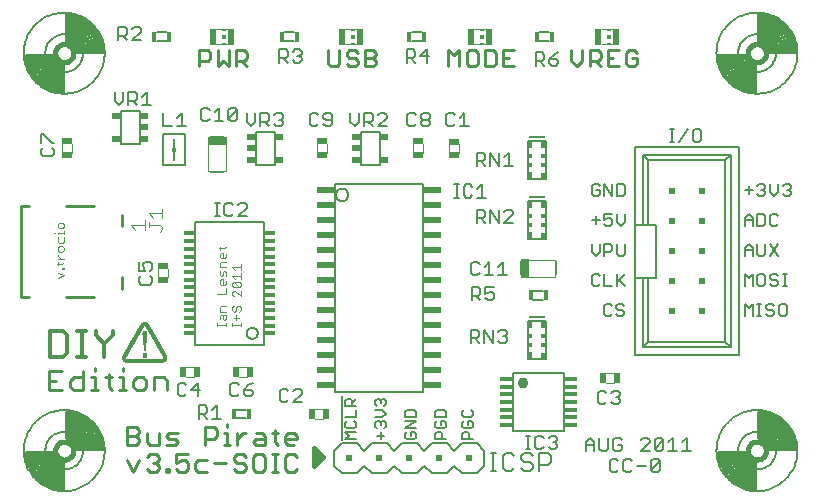
<source format=gto>
G75*
G70*
%OFA0B0*%
%FSLAX24Y24*%
%IPPOS*%
%LPD*%
%AMOC8*
5,1,8,0,0,1.08239X$1,22.5*
%
%ADD10C,0.0110*%
%ADD11C,0.0040*%
%ADD12C,0.0100*%
%ADD13C,0.0060*%
%ADD14C,0.0160*%
%ADD15C,0.0050*%
%ADD16C,0.0140*%
%ADD17R,0.0160X0.0340*%
%ADD18R,0.0118X0.0059*%
%ADD19R,0.0118X0.0118*%
%ADD20R,0.0236X0.0531*%
%ADD21R,0.0374X0.0197*%
%ADD22R,0.0374X0.0197*%
%ADD23R,0.0197X0.0374*%
%ADD24R,0.0197X0.0374*%
%ADD25R,0.0079X0.0472*%
%ADD26R,0.0256X0.0591*%
%ADD27R,0.0368X0.0128*%
%ADD28R,0.0256X0.0197*%
%ADD29R,0.0118X0.0157*%
%ADD30R,0.0472X0.0079*%
%ADD31R,0.0591X0.0256*%
%ADD32C,0.0080*%
%ADD33R,0.0423X0.0118*%
%ADD34C,0.0362*%
%ADD35R,0.0200X0.0200*%
%ADD36R,0.0600X0.0200*%
%ADD37R,0.0006X0.0006*%
%ADD38R,0.0006X0.0006*%
%ADD39R,0.0006X0.0006*%
%ADD40R,0.0006X0.0006*%
%ADD41C,0.0180*%
%ADD42R,0.0118X0.0236*%
%ADD43R,0.0118X0.0197*%
%ADD44R,0.0551X0.0039*%
%ADD45R,0.0551X0.0079*%
%ADD46R,0.0039X0.0079*%
D10*
X002287Y008849D02*
X002721Y008849D01*
X002987Y008957D02*
X002987Y009174D01*
X003095Y009282D01*
X003420Y009282D01*
X003420Y009499D02*
X003420Y008849D01*
X003095Y008849D01*
X002987Y008957D01*
X002504Y009174D02*
X002287Y009174D01*
X002287Y009499D02*
X002287Y008849D01*
X002287Y009499D02*
X002721Y009499D01*
X003686Y009282D02*
X003795Y009282D01*
X003795Y008849D01*
X003903Y008849D02*
X003686Y008849D01*
X004261Y008957D02*
X004370Y008849D01*
X004261Y008957D02*
X004261Y009391D01*
X004153Y009282D02*
X004370Y009282D01*
X004619Y009282D02*
X004728Y009282D01*
X004728Y008849D01*
X004836Y008849D02*
X004619Y008849D01*
X005086Y008957D02*
X005194Y008849D01*
X005411Y008849D01*
X005520Y008957D01*
X005520Y009174D01*
X005411Y009282D01*
X005194Y009282D01*
X005086Y009174D01*
X005086Y008957D01*
X004728Y009499D02*
X004728Y009608D01*
X003795Y009608D02*
X003795Y009499D01*
X005786Y009282D02*
X005786Y008849D01*
X006219Y008849D02*
X006219Y009174D01*
X006111Y009282D01*
X005786Y009282D01*
X007287Y019649D02*
X007287Y020199D01*
X007562Y020199D01*
X007654Y020107D01*
X007654Y019924D01*
X007562Y019832D01*
X007287Y019832D01*
X007895Y019649D02*
X007895Y020199D01*
X008262Y020199D02*
X008262Y019649D01*
X008078Y019832D01*
X007895Y019649D01*
X008502Y019649D02*
X008502Y020199D01*
X008778Y020199D01*
X008869Y020107D01*
X008869Y019924D01*
X008778Y019832D01*
X008502Y019832D01*
X008686Y019832D02*
X008869Y019649D01*
X011587Y019740D02*
X011679Y019649D01*
X011862Y019649D01*
X011954Y019740D01*
X011954Y020199D01*
X012195Y020107D02*
X012195Y020016D01*
X012286Y019924D01*
X012470Y019924D01*
X012562Y019832D01*
X012562Y019740D01*
X012470Y019649D01*
X012286Y019649D01*
X012195Y019740D01*
X012195Y020107D02*
X012286Y020199D01*
X012470Y020199D01*
X012562Y020107D01*
X012802Y020199D02*
X013078Y020199D01*
X013169Y020107D01*
X013169Y020016D01*
X013078Y019924D01*
X012802Y019924D01*
X012802Y019649D02*
X012802Y020199D01*
X013078Y019924D02*
X013169Y019832D01*
X013169Y019740D01*
X013078Y019649D01*
X012802Y019649D01*
X011587Y019740D02*
X011587Y020199D01*
X015587Y020199D02*
X015587Y019649D01*
X015954Y019649D02*
X015954Y020199D01*
X015770Y020016D01*
X015587Y020199D01*
X016195Y020107D02*
X016195Y019740D01*
X016286Y019649D01*
X016470Y019649D01*
X016562Y019740D01*
X016562Y020107D01*
X016470Y020199D01*
X016286Y020199D01*
X016195Y020107D01*
X016802Y020199D02*
X016802Y019649D01*
X017078Y019649D01*
X017169Y019740D01*
X017169Y020107D01*
X017078Y020199D01*
X016802Y020199D01*
X017410Y020199D02*
X017410Y019649D01*
X017777Y019649D01*
X017594Y019924D02*
X017410Y019924D01*
X017410Y020199D02*
X017777Y020199D01*
X019687Y020199D02*
X019687Y019832D01*
X019870Y019649D01*
X020054Y019832D01*
X020054Y020199D01*
X020295Y020199D02*
X020570Y020199D01*
X020662Y020107D01*
X020662Y019924D01*
X020570Y019832D01*
X020295Y019832D01*
X020478Y019832D02*
X020662Y019649D01*
X020902Y019649D02*
X021269Y019649D01*
X021510Y019740D02*
X021602Y019649D01*
X021785Y019649D01*
X021877Y019740D01*
X021877Y019924D01*
X021694Y019924D01*
X021877Y020107D02*
X021785Y020199D01*
X021602Y020199D01*
X021510Y020107D01*
X021510Y019740D01*
X021086Y019924D02*
X020902Y019924D01*
X020902Y020199D02*
X020902Y019649D01*
X020295Y019649D02*
X020295Y020199D01*
X020902Y020199D02*
X021269Y020199D01*
D11*
X021059Y020398D02*
X020695Y020398D01*
X020705Y020890D02*
X021059Y020890D01*
X016809Y020890D02*
X016455Y020890D01*
X016445Y020398D02*
X016809Y020398D01*
X012509Y020398D02*
X012145Y020398D01*
X012155Y020890D02*
X012509Y020890D01*
X008209Y020890D02*
X007855Y020890D01*
X007845Y020398D02*
X008209Y020398D01*
X008177Y017289D02*
X007587Y017289D01*
X007587Y016147D01*
X008177Y016147D01*
X008177Y017289D01*
X011217Y017058D02*
X011217Y016778D01*
X011552Y016778D02*
X011552Y017058D01*
X014417Y017058D02*
X014417Y016778D01*
X014752Y016778D02*
X014752Y017058D01*
X015612Y017058D02*
X015612Y016778D01*
X015947Y016778D02*
X015947Y017058D01*
X018011Y013213D02*
X018011Y012622D01*
X019153Y012622D01*
X019153Y013213D01*
X018011Y013213D01*
X020842Y009438D02*
X021122Y009438D01*
X021122Y009103D02*
X020842Y009103D01*
X011422Y008233D02*
X011142Y008233D01*
X011142Y007898D02*
X011422Y007898D01*
X008872Y009298D02*
X008592Y009298D01*
X008592Y009633D02*
X008872Y009633D01*
X007122Y009633D02*
X006842Y009633D01*
X006842Y009298D02*
X007122Y009298D01*
X007882Y010988D02*
X007882Y011081D01*
X007882Y011034D02*
X008162Y011034D01*
X008162Y010988D02*
X008162Y011081D01*
X008115Y011184D02*
X008162Y011231D01*
X008162Y011371D01*
X008022Y011371D01*
X007975Y011324D01*
X007975Y011231D01*
X008069Y011231D02*
X008069Y011371D01*
X008069Y011231D02*
X008115Y011184D01*
X008382Y011081D02*
X008382Y010988D01*
X008382Y011034D02*
X008662Y011034D01*
X008662Y010988D02*
X008662Y011081D01*
X008522Y011184D02*
X008522Y011371D01*
X008475Y011479D02*
X008522Y011525D01*
X008522Y011619D01*
X008569Y011666D01*
X008615Y011666D01*
X008662Y011619D01*
X008662Y011525D01*
X008615Y011479D01*
X008475Y011479D02*
X008428Y011479D01*
X008382Y011525D01*
X008382Y011619D01*
X008428Y011666D01*
X008162Y011666D02*
X008022Y011666D01*
X007975Y011619D01*
X007975Y011479D01*
X008162Y011479D01*
X008428Y011278D02*
X008615Y011278D01*
X008662Y011988D02*
X008475Y012175D01*
X008428Y012175D01*
X008382Y012128D01*
X008382Y012034D01*
X008428Y011988D01*
X008662Y011988D02*
X008662Y012175D01*
X008615Y012282D02*
X008428Y012282D01*
X008382Y012329D01*
X008382Y012422D01*
X008428Y012469D01*
X008615Y012282D01*
X008662Y012329D01*
X008662Y012422D01*
X008615Y012469D01*
X008428Y012469D01*
X008475Y012577D02*
X008382Y012670D01*
X008662Y012670D01*
X008662Y012577D02*
X008662Y012764D01*
X008662Y012872D02*
X008662Y013058D01*
X008662Y012965D02*
X008382Y012965D01*
X008475Y012872D01*
X008162Y012797D02*
X008115Y012844D01*
X008069Y012797D01*
X008069Y012704D01*
X008022Y012657D01*
X007975Y012704D01*
X007975Y012844D01*
X007975Y012952D02*
X007975Y013092D01*
X008022Y013139D01*
X008162Y013139D01*
X008115Y013247D02*
X008162Y013293D01*
X008162Y013387D01*
X008069Y013433D02*
X008069Y013247D01*
X008115Y013247D02*
X008022Y013247D01*
X007975Y013293D01*
X007975Y013387D01*
X008022Y013433D01*
X008069Y013433D01*
X007975Y013541D02*
X007975Y013635D01*
X007928Y013588D02*
X008115Y013588D01*
X008162Y013635D01*
X008162Y012952D02*
X007975Y012952D01*
X008162Y012797D02*
X008162Y012657D01*
X008069Y012550D02*
X008069Y012363D01*
X008115Y012363D02*
X008022Y012363D01*
X007975Y012409D01*
X007975Y012503D01*
X008022Y012550D01*
X008069Y012550D01*
X008162Y012503D02*
X008162Y012409D01*
X008115Y012363D01*
X008162Y012255D02*
X008162Y012068D01*
X007882Y012068D01*
X006252Y012628D02*
X006252Y012908D01*
X005917Y012908D02*
X005917Y012628D01*
X005976Y014142D02*
X006052Y014218D01*
X006052Y014295D01*
X005976Y014372D01*
X005592Y014372D01*
X005592Y014295D02*
X005592Y014449D01*
X005462Y014515D02*
X005462Y014208D01*
X005462Y014362D02*
X005001Y014362D01*
X005155Y014208D01*
X005592Y014756D02*
X006052Y014756D01*
X006052Y014909D02*
X006052Y014602D01*
X005745Y014602D02*
X005592Y014756D01*
X002762Y014397D02*
X002762Y014304D01*
X002715Y014257D01*
X002622Y014257D01*
X002575Y014304D01*
X002575Y014397D01*
X002622Y014444D01*
X002715Y014444D01*
X002762Y014397D01*
X002762Y014154D02*
X002762Y014061D01*
X002762Y014108D02*
X002575Y014108D01*
X002575Y014061D01*
X002482Y014108D02*
X002435Y014108D01*
X002575Y013953D02*
X002575Y013813D01*
X002622Y013766D01*
X002715Y013766D01*
X002762Y013813D01*
X002762Y013953D01*
X002715Y013658D02*
X002622Y013658D01*
X002575Y013612D01*
X002575Y013518D01*
X002622Y013472D01*
X002715Y013472D01*
X002762Y013518D01*
X002762Y013612D01*
X002715Y013658D01*
X002575Y013366D02*
X002575Y013319D01*
X002669Y013226D01*
X002762Y013226D02*
X002575Y013226D01*
X002575Y013123D02*
X002575Y013030D01*
X002528Y013076D02*
X002715Y013076D01*
X002762Y013123D01*
X002762Y012929D02*
X002762Y012882D01*
X002715Y012882D01*
X002715Y012929D01*
X002762Y012929D01*
X002575Y012775D02*
X002762Y012681D01*
X002575Y012588D01*
X002717Y016778D02*
X002717Y017058D01*
X003052Y017058D02*
X003052Y016778D01*
D12*
X005282Y006544D02*
X005082Y006144D01*
X004882Y006544D01*
X005526Y006644D02*
X005627Y006744D01*
X005827Y006744D01*
X005927Y006644D01*
X005927Y006544D01*
X005827Y006444D01*
X005927Y006344D01*
X005927Y006244D01*
X005827Y006144D01*
X005627Y006144D01*
X005526Y006244D01*
X005727Y006444D02*
X005827Y006444D01*
X006171Y006244D02*
X006271Y006244D01*
X006271Y006144D01*
X006171Y006144D01*
X006171Y006244D01*
X006493Y006244D02*
X006593Y006144D01*
X006794Y006144D01*
X006894Y006244D01*
X006894Y006444D01*
X006794Y006544D01*
X006693Y006544D01*
X006493Y006444D01*
X006493Y006744D01*
X006894Y006744D01*
X007138Y006444D02*
X007138Y006244D01*
X007238Y006144D01*
X007538Y006144D01*
X007782Y006444D02*
X008183Y006444D01*
X008427Y006544D02*
X008527Y006444D01*
X008727Y006444D01*
X008827Y006344D01*
X008827Y006244D01*
X008727Y006144D01*
X008527Y006144D01*
X008427Y006244D01*
X008427Y006544D02*
X008427Y006644D01*
X008527Y006744D01*
X008727Y006744D01*
X008827Y006644D01*
X009071Y006644D02*
X009071Y006244D01*
X009171Y006144D01*
X009372Y006144D01*
X009472Y006244D01*
X009472Y006644D01*
X009372Y006744D01*
X009171Y006744D01*
X009071Y006644D01*
X009716Y006744D02*
X009916Y006744D01*
X009816Y006744D02*
X009816Y006144D01*
X009716Y006144D02*
X009916Y006144D01*
X010146Y006244D02*
X010246Y006144D01*
X010446Y006144D01*
X010546Y006244D01*
X010146Y006244D02*
X010146Y006644D01*
X010246Y006744D01*
X010446Y006744D01*
X010546Y006644D01*
X010446Y007044D02*
X010246Y007044D01*
X010146Y007144D01*
X010146Y007344D01*
X010246Y007444D01*
X010446Y007444D01*
X010546Y007344D01*
X010546Y007244D01*
X010146Y007244D01*
X009916Y007444D02*
X009716Y007444D01*
X009816Y007544D02*
X009816Y007144D01*
X009916Y007044D01*
X009472Y007044D02*
X009472Y007344D01*
X009372Y007444D01*
X009171Y007444D01*
X009171Y007244D02*
X009472Y007244D01*
X009472Y007044D02*
X009171Y007044D01*
X009071Y007144D01*
X009171Y007244D01*
X008835Y007444D02*
X008734Y007444D01*
X008534Y007244D01*
X008534Y007044D02*
X008534Y007444D01*
X008205Y007444D02*
X008205Y007044D01*
X008105Y007044D02*
X008305Y007044D01*
X008205Y007444D02*
X008105Y007444D01*
X008205Y007644D02*
X008205Y007744D01*
X007860Y007544D02*
X007860Y007344D01*
X007760Y007244D01*
X007460Y007244D01*
X007460Y007044D02*
X007460Y007644D01*
X007760Y007644D01*
X007860Y007544D01*
X006571Y007444D02*
X006271Y007444D01*
X006171Y007344D01*
X006271Y007244D01*
X006471Y007244D01*
X006571Y007144D01*
X006471Y007044D01*
X006171Y007044D01*
X005927Y007044D02*
X005927Y007444D01*
X005927Y007044D02*
X005627Y007044D01*
X005526Y007144D01*
X005526Y007444D01*
X005282Y007444D02*
X005282Y007544D01*
X005182Y007644D01*
X004882Y007644D01*
X004882Y007044D01*
X005182Y007044D01*
X005282Y007144D01*
X005282Y007244D01*
X005182Y007344D01*
X004882Y007344D01*
X005182Y007344D02*
X005282Y007444D01*
X007138Y006444D02*
X007238Y006544D01*
X007538Y006544D01*
X004071Y006893D02*
X003188Y006893D01*
X003189Y006894D02*
X003182Y006932D01*
X003172Y006970D01*
X003159Y007006D01*
X003142Y007041D01*
X003121Y007074D01*
X003098Y007105D01*
X003072Y007134D01*
X003043Y007160D01*
X003012Y007183D01*
X002979Y007204D01*
X002944Y007221D01*
X002908Y007234D01*
X002870Y007244D01*
X002832Y007251D01*
X002831Y008133D01*
X002832Y008133D01*
X002903Y008128D01*
X002974Y008120D01*
X003044Y008107D01*
X003114Y008091D01*
X003182Y008070D01*
X003249Y008046D01*
X003315Y008019D01*
X003379Y007988D01*
X003441Y007953D01*
X003502Y007915D01*
X003560Y007873D01*
X003615Y007829D01*
X003669Y007781D01*
X003719Y007731D01*
X003767Y007677D01*
X003811Y007622D01*
X003853Y007564D01*
X003891Y007503D01*
X003926Y007441D01*
X003957Y007377D01*
X003984Y007311D01*
X004008Y007244D01*
X004029Y007176D01*
X004045Y007106D01*
X004058Y007036D01*
X004066Y006965D01*
X004071Y006894D01*
X003977Y006894D01*
X003972Y006962D01*
X003963Y007030D01*
X003951Y007097D01*
X003934Y007164D01*
X003914Y007229D01*
X003890Y007293D01*
X003863Y007356D01*
X003832Y007417D01*
X003797Y007476D01*
X003760Y007533D01*
X003719Y007588D01*
X003675Y007640D01*
X003628Y007690D01*
X003578Y007737D01*
X003526Y007781D01*
X003471Y007822D01*
X003414Y007859D01*
X003355Y007894D01*
X003294Y007925D01*
X003231Y007952D01*
X003167Y007976D01*
X003102Y007996D01*
X003035Y008013D01*
X002968Y008025D01*
X002900Y008034D01*
X002832Y008039D01*
X002832Y007945D01*
X002897Y007940D01*
X002962Y007931D01*
X003026Y007919D01*
X003089Y007902D01*
X003151Y007882D01*
X003212Y007859D01*
X003271Y007832D01*
X003329Y007801D01*
X003384Y007767D01*
X003438Y007730D01*
X003489Y007689D01*
X003538Y007646D01*
X003584Y007600D01*
X003627Y007551D01*
X003668Y007500D01*
X003705Y007446D01*
X003739Y007391D01*
X003770Y007333D01*
X003797Y007274D01*
X003820Y007213D01*
X003840Y007151D01*
X003857Y007088D01*
X003869Y007024D01*
X003878Y006959D01*
X003883Y006894D01*
X003789Y006894D01*
X003784Y006956D01*
X003775Y007017D01*
X003763Y007077D01*
X003746Y007137D01*
X003727Y007195D01*
X003703Y007253D01*
X003677Y007308D01*
X003647Y007362D01*
X003613Y007414D01*
X003577Y007464D01*
X003537Y007512D01*
X003495Y007557D01*
X003450Y007599D01*
X003402Y007639D01*
X003352Y007675D01*
X003300Y007709D01*
X003246Y007739D01*
X003191Y007765D01*
X003133Y007789D01*
X003075Y007808D01*
X003015Y007825D01*
X002955Y007837D01*
X002894Y007846D01*
X002832Y007851D01*
X002832Y007757D01*
X002890Y007752D01*
X002947Y007743D01*
X003004Y007731D01*
X003060Y007715D01*
X003115Y007695D01*
X003168Y007673D01*
X003220Y007646D01*
X003270Y007617D01*
X003318Y007584D01*
X003364Y007549D01*
X003407Y007510D01*
X003448Y007469D01*
X003487Y007426D01*
X003522Y007380D01*
X003555Y007332D01*
X003584Y007282D01*
X003611Y007230D01*
X003633Y007177D01*
X003653Y007122D01*
X003669Y007066D01*
X003681Y007009D01*
X003690Y006952D01*
X003695Y006894D01*
X003600Y006894D01*
X003595Y006950D01*
X003586Y007006D01*
X003573Y007061D01*
X003556Y007115D01*
X003535Y007168D01*
X003511Y007219D01*
X003484Y007268D01*
X003453Y007316D01*
X003419Y007361D01*
X003381Y007403D01*
X003341Y007443D01*
X003299Y007481D01*
X003254Y007515D01*
X003206Y007546D01*
X003157Y007573D01*
X003106Y007597D01*
X003053Y007618D01*
X002999Y007635D01*
X002944Y007648D01*
X002888Y007657D01*
X002832Y007662D01*
X002832Y007568D01*
X002884Y007563D01*
X002935Y007554D01*
X002985Y007541D01*
X003035Y007525D01*
X003083Y007505D01*
X003129Y007482D01*
X003174Y007455D01*
X003217Y007425D01*
X003257Y007393D01*
X003295Y007357D01*
X003331Y007319D01*
X003363Y007279D01*
X003393Y007236D01*
X003420Y007191D01*
X003443Y007145D01*
X003463Y007097D01*
X003479Y007047D01*
X003492Y006997D01*
X003501Y006946D01*
X003506Y006894D01*
X003412Y006894D01*
X003406Y006943D01*
X003396Y006992D01*
X003383Y007040D01*
X003366Y007086D01*
X003345Y007131D01*
X003321Y007174D01*
X003293Y007216D01*
X003263Y007254D01*
X003229Y007291D01*
X003192Y007325D01*
X003154Y007355D01*
X003112Y007383D01*
X003069Y007407D01*
X003024Y007428D01*
X002978Y007445D01*
X002930Y007458D01*
X002881Y007468D01*
X002832Y007474D01*
X002832Y007380D01*
X002875Y007374D01*
X002918Y007364D01*
X002960Y007352D01*
X003001Y007336D01*
X003040Y007316D01*
X003078Y007294D01*
X003113Y007268D01*
X003147Y007240D01*
X003178Y007209D01*
X003206Y007175D01*
X003232Y007140D01*
X003254Y007102D01*
X003274Y007063D01*
X003290Y007022D01*
X003302Y006980D01*
X003312Y006937D01*
X003318Y006894D01*
X003223Y006894D01*
X003217Y006933D01*
X003207Y006972D01*
X003194Y007009D01*
X003178Y007046D01*
X003158Y007080D01*
X003135Y007113D01*
X003110Y007144D01*
X003082Y007172D01*
X003051Y007197D01*
X003018Y007220D01*
X002984Y007240D01*
X002947Y007256D01*
X002910Y007269D01*
X002871Y007279D01*
X002832Y007285D01*
X001493Y006795D02*
X002376Y006795D01*
X002375Y006794D02*
X002382Y006756D01*
X002392Y006718D01*
X002405Y006682D01*
X002422Y006647D01*
X002443Y006614D01*
X002466Y006583D01*
X002492Y006554D01*
X002521Y006528D01*
X002552Y006505D01*
X002585Y006484D01*
X002620Y006467D01*
X002656Y006454D01*
X002694Y006444D01*
X002732Y006437D01*
X002733Y005555D01*
X002732Y005555D01*
X002661Y005560D01*
X002590Y005568D01*
X002520Y005581D01*
X002450Y005597D01*
X002382Y005618D01*
X002315Y005642D01*
X002249Y005669D01*
X002185Y005700D01*
X002123Y005735D01*
X002062Y005773D01*
X002004Y005815D01*
X001949Y005859D01*
X001895Y005907D01*
X001845Y005957D01*
X001797Y006011D01*
X001753Y006066D01*
X001711Y006124D01*
X001673Y006185D01*
X001638Y006247D01*
X001607Y006311D01*
X001580Y006377D01*
X001556Y006444D01*
X001535Y006512D01*
X001519Y006582D01*
X001506Y006652D01*
X001498Y006723D01*
X001493Y006794D01*
X001587Y006794D01*
X001592Y006726D01*
X001601Y006658D01*
X001613Y006591D01*
X001630Y006524D01*
X001650Y006459D01*
X001674Y006395D01*
X001701Y006332D01*
X001732Y006271D01*
X001767Y006212D01*
X001804Y006155D01*
X001845Y006100D01*
X001889Y006048D01*
X001936Y005998D01*
X001986Y005951D01*
X002038Y005907D01*
X002093Y005866D01*
X002150Y005829D01*
X002209Y005794D01*
X002270Y005763D01*
X002333Y005736D01*
X002397Y005712D01*
X002462Y005692D01*
X002529Y005675D01*
X002596Y005663D01*
X002664Y005654D01*
X002732Y005649D01*
X002732Y005743D01*
X002667Y005748D01*
X002602Y005757D01*
X002538Y005769D01*
X002475Y005786D01*
X002413Y005806D01*
X002352Y005829D01*
X002293Y005856D01*
X002235Y005887D01*
X002180Y005921D01*
X002126Y005958D01*
X002075Y005999D01*
X002026Y006042D01*
X001980Y006088D01*
X001937Y006137D01*
X001896Y006188D01*
X001859Y006242D01*
X001825Y006297D01*
X001794Y006355D01*
X001767Y006414D01*
X001744Y006475D01*
X001724Y006537D01*
X001707Y006600D01*
X001695Y006664D01*
X001686Y006729D01*
X001681Y006794D01*
X001775Y006794D01*
X001780Y006732D01*
X001789Y006671D01*
X001801Y006611D01*
X001818Y006551D01*
X001837Y006493D01*
X001861Y006435D01*
X001887Y006380D01*
X001917Y006326D01*
X001951Y006274D01*
X001987Y006224D01*
X002027Y006176D01*
X002069Y006131D01*
X002114Y006089D01*
X002162Y006049D01*
X002212Y006013D01*
X002264Y005979D01*
X002318Y005949D01*
X002373Y005923D01*
X002431Y005899D01*
X002489Y005880D01*
X002549Y005863D01*
X002609Y005851D01*
X002670Y005842D01*
X002732Y005837D01*
X002732Y005931D01*
X002674Y005936D01*
X002617Y005945D01*
X002560Y005957D01*
X002504Y005973D01*
X002449Y005993D01*
X002396Y006015D01*
X002344Y006042D01*
X002294Y006071D01*
X002246Y006104D01*
X002200Y006139D01*
X002157Y006178D01*
X002116Y006219D01*
X002077Y006262D01*
X002042Y006308D01*
X002009Y006356D01*
X001980Y006406D01*
X001953Y006458D01*
X001931Y006511D01*
X001911Y006566D01*
X001895Y006622D01*
X001883Y006679D01*
X001874Y006736D01*
X001869Y006794D01*
X001964Y006794D01*
X001969Y006738D01*
X001978Y006682D01*
X001991Y006627D01*
X002008Y006573D01*
X002029Y006520D01*
X002053Y006469D01*
X002080Y006420D01*
X002111Y006372D01*
X002145Y006327D01*
X002183Y006285D01*
X002223Y006245D01*
X002265Y006207D01*
X002310Y006173D01*
X002358Y006142D01*
X002407Y006115D01*
X002458Y006091D01*
X002511Y006070D01*
X002565Y006053D01*
X002620Y006040D01*
X002676Y006031D01*
X002732Y006026D01*
X002732Y006120D01*
X002680Y006125D01*
X002629Y006134D01*
X002579Y006147D01*
X002529Y006163D01*
X002481Y006183D01*
X002435Y006206D01*
X002390Y006233D01*
X002347Y006263D01*
X002307Y006295D01*
X002269Y006331D01*
X002233Y006369D01*
X002201Y006409D01*
X002171Y006452D01*
X002144Y006497D01*
X002121Y006543D01*
X002101Y006591D01*
X002085Y006641D01*
X002072Y006691D01*
X002063Y006742D01*
X002058Y006794D01*
X002152Y006794D01*
X002158Y006745D01*
X002168Y006696D01*
X002181Y006648D01*
X002198Y006602D01*
X002219Y006557D01*
X002243Y006514D01*
X002271Y006472D01*
X002301Y006434D01*
X002335Y006397D01*
X002372Y006363D01*
X002410Y006333D01*
X002452Y006305D01*
X002495Y006281D01*
X002540Y006260D01*
X002586Y006243D01*
X002634Y006230D01*
X002683Y006220D01*
X002732Y006214D01*
X002732Y006308D01*
X002689Y006314D01*
X002646Y006324D01*
X002604Y006336D01*
X002563Y006352D01*
X002524Y006372D01*
X002486Y006394D01*
X002451Y006420D01*
X002417Y006448D01*
X002386Y006479D01*
X002358Y006513D01*
X002332Y006548D01*
X002310Y006586D01*
X002290Y006625D01*
X002274Y006666D01*
X002262Y006708D01*
X002252Y006751D01*
X002246Y006794D01*
X002341Y006794D01*
X002347Y006755D01*
X002357Y006716D01*
X002370Y006679D01*
X002386Y006642D01*
X002406Y006608D01*
X002429Y006575D01*
X002454Y006544D01*
X002482Y006516D01*
X002513Y006491D01*
X002546Y006468D01*
X002580Y006448D01*
X002617Y006432D01*
X002654Y006419D01*
X002693Y006409D01*
X002732Y006403D01*
X002836Y011952D02*
X003781Y011952D01*
X004706Y012228D02*
X004706Y012621D01*
X004706Y014314D02*
X004706Y014708D01*
X003781Y014983D02*
X002836Y014983D01*
X001616Y014983D02*
X001340Y014983D01*
X001340Y011952D01*
X001616Y011952D01*
X004071Y020141D02*
X003188Y020141D01*
X003189Y020142D02*
X003182Y020180D01*
X003172Y020218D01*
X003159Y020254D01*
X003142Y020289D01*
X003121Y020322D01*
X003098Y020353D01*
X003072Y020382D01*
X003043Y020408D01*
X003012Y020431D01*
X002979Y020452D01*
X002944Y020469D01*
X002908Y020482D01*
X002870Y020492D01*
X002832Y020499D01*
X002831Y021381D01*
X002832Y021381D01*
X002903Y021376D01*
X002974Y021368D01*
X003044Y021355D01*
X003114Y021339D01*
X003182Y021318D01*
X003249Y021294D01*
X003315Y021267D01*
X003379Y021236D01*
X003441Y021201D01*
X003502Y021163D01*
X003560Y021121D01*
X003615Y021077D01*
X003669Y021029D01*
X003719Y020979D01*
X003767Y020925D01*
X003811Y020870D01*
X003853Y020812D01*
X003891Y020751D01*
X003926Y020689D01*
X003957Y020625D01*
X003984Y020559D01*
X004008Y020492D01*
X004029Y020424D01*
X004045Y020354D01*
X004058Y020284D01*
X004066Y020213D01*
X004071Y020142D01*
X003977Y020142D01*
X003972Y020210D01*
X003963Y020278D01*
X003951Y020345D01*
X003934Y020412D01*
X003914Y020477D01*
X003890Y020541D01*
X003863Y020604D01*
X003832Y020665D01*
X003797Y020724D01*
X003760Y020781D01*
X003719Y020836D01*
X003675Y020888D01*
X003628Y020938D01*
X003578Y020985D01*
X003526Y021029D01*
X003471Y021070D01*
X003414Y021107D01*
X003355Y021142D01*
X003294Y021173D01*
X003231Y021200D01*
X003167Y021224D01*
X003102Y021244D01*
X003035Y021261D01*
X002968Y021273D01*
X002900Y021282D01*
X002832Y021287D01*
X002832Y021193D01*
X002897Y021188D01*
X002962Y021179D01*
X003026Y021167D01*
X003089Y021150D01*
X003151Y021130D01*
X003212Y021107D01*
X003271Y021080D01*
X003329Y021049D01*
X003384Y021015D01*
X003438Y020978D01*
X003489Y020937D01*
X003538Y020894D01*
X003584Y020848D01*
X003627Y020799D01*
X003668Y020748D01*
X003705Y020694D01*
X003739Y020639D01*
X003770Y020581D01*
X003797Y020522D01*
X003820Y020461D01*
X003840Y020399D01*
X003857Y020336D01*
X003869Y020272D01*
X003878Y020207D01*
X003883Y020142D01*
X003789Y020142D01*
X003784Y020204D01*
X003775Y020265D01*
X003763Y020325D01*
X003746Y020385D01*
X003727Y020443D01*
X003703Y020501D01*
X003677Y020556D01*
X003647Y020610D01*
X003613Y020662D01*
X003577Y020712D01*
X003537Y020760D01*
X003495Y020805D01*
X003450Y020847D01*
X003402Y020887D01*
X003352Y020923D01*
X003300Y020957D01*
X003246Y020987D01*
X003191Y021013D01*
X003133Y021037D01*
X003075Y021056D01*
X003015Y021073D01*
X002955Y021085D01*
X002894Y021094D01*
X002832Y021099D01*
X002832Y021005D01*
X002890Y021000D01*
X002947Y020991D01*
X003004Y020979D01*
X003060Y020963D01*
X003115Y020943D01*
X003168Y020921D01*
X003220Y020894D01*
X003270Y020865D01*
X003318Y020832D01*
X003364Y020797D01*
X003407Y020758D01*
X003448Y020717D01*
X003487Y020674D01*
X003522Y020628D01*
X003555Y020580D01*
X003584Y020530D01*
X003611Y020478D01*
X003633Y020425D01*
X003653Y020370D01*
X003669Y020314D01*
X003681Y020257D01*
X003690Y020200D01*
X003695Y020142D01*
X003600Y020142D01*
X003595Y020198D01*
X003586Y020254D01*
X003573Y020309D01*
X003556Y020363D01*
X003535Y020416D01*
X003511Y020467D01*
X003484Y020516D01*
X003453Y020564D01*
X003419Y020609D01*
X003381Y020651D01*
X003341Y020691D01*
X003299Y020729D01*
X003254Y020763D01*
X003206Y020794D01*
X003157Y020821D01*
X003106Y020845D01*
X003053Y020866D01*
X002999Y020883D01*
X002944Y020896D01*
X002888Y020905D01*
X002832Y020910D01*
X002832Y020816D01*
X002884Y020811D01*
X002935Y020802D01*
X002985Y020789D01*
X003035Y020773D01*
X003083Y020753D01*
X003129Y020730D01*
X003174Y020703D01*
X003217Y020673D01*
X003257Y020641D01*
X003295Y020605D01*
X003331Y020567D01*
X003363Y020527D01*
X003393Y020484D01*
X003420Y020439D01*
X003443Y020393D01*
X003463Y020345D01*
X003479Y020295D01*
X003492Y020245D01*
X003501Y020194D01*
X003506Y020142D01*
X003412Y020142D01*
X003406Y020191D01*
X003396Y020240D01*
X003383Y020288D01*
X003366Y020334D01*
X003345Y020379D01*
X003321Y020422D01*
X003293Y020464D01*
X003263Y020502D01*
X003229Y020539D01*
X003192Y020573D01*
X003154Y020603D01*
X003112Y020631D01*
X003069Y020655D01*
X003024Y020676D01*
X002978Y020693D01*
X002930Y020706D01*
X002881Y020716D01*
X002832Y020722D01*
X002832Y020628D01*
X002875Y020622D01*
X002918Y020612D01*
X002960Y020600D01*
X003001Y020584D01*
X003040Y020564D01*
X003078Y020542D01*
X003113Y020516D01*
X003147Y020488D01*
X003178Y020457D01*
X003206Y020423D01*
X003232Y020388D01*
X003254Y020350D01*
X003274Y020311D01*
X003290Y020270D01*
X003302Y020228D01*
X003312Y020185D01*
X003318Y020142D01*
X003223Y020142D01*
X003217Y020181D01*
X003207Y020220D01*
X003194Y020257D01*
X003178Y020294D01*
X003158Y020328D01*
X003135Y020361D01*
X003110Y020392D01*
X003082Y020420D01*
X003051Y020445D01*
X003018Y020468D01*
X002984Y020488D01*
X002947Y020504D01*
X002910Y020517D01*
X002871Y020527D01*
X002832Y020533D01*
X001493Y020043D02*
X002376Y020043D01*
X002375Y020042D02*
X002382Y020004D01*
X002392Y019966D01*
X002405Y019930D01*
X002422Y019895D01*
X002443Y019862D01*
X002466Y019831D01*
X002492Y019802D01*
X002521Y019776D01*
X002552Y019753D01*
X002585Y019732D01*
X002620Y019715D01*
X002656Y019702D01*
X002694Y019692D01*
X002732Y019685D01*
X002733Y018803D01*
X002732Y018803D01*
X002661Y018808D01*
X002590Y018816D01*
X002520Y018829D01*
X002450Y018845D01*
X002382Y018866D01*
X002315Y018890D01*
X002249Y018917D01*
X002185Y018948D01*
X002123Y018983D01*
X002062Y019021D01*
X002004Y019063D01*
X001949Y019107D01*
X001895Y019155D01*
X001845Y019205D01*
X001797Y019259D01*
X001753Y019314D01*
X001711Y019372D01*
X001673Y019433D01*
X001638Y019495D01*
X001607Y019559D01*
X001580Y019625D01*
X001556Y019692D01*
X001535Y019760D01*
X001519Y019830D01*
X001506Y019900D01*
X001498Y019971D01*
X001493Y020042D01*
X001587Y020042D01*
X001592Y019974D01*
X001601Y019906D01*
X001613Y019839D01*
X001630Y019772D01*
X001650Y019707D01*
X001674Y019643D01*
X001701Y019580D01*
X001732Y019519D01*
X001767Y019460D01*
X001804Y019403D01*
X001845Y019348D01*
X001889Y019296D01*
X001936Y019246D01*
X001986Y019199D01*
X002038Y019155D01*
X002093Y019114D01*
X002150Y019077D01*
X002209Y019042D01*
X002270Y019011D01*
X002333Y018984D01*
X002397Y018960D01*
X002462Y018940D01*
X002529Y018923D01*
X002596Y018911D01*
X002664Y018902D01*
X002732Y018897D01*
X002732Y018991D01*
X002667Y018996D01*
X002602Y019005D01*
X002538Y019017D01*
X002475Y019034D01*
X002413Y019054D01*
X002352Y019077D01*
X002293Y019104D01*
X002235Y019135D01*
X002180Y019169D01*
X002126Y019206D01*
X002075Y019247D01*
X002026Y019290D01*
X001980Y019336D01*
X001937Y019385D01*
X001896Y019436D01*
X001859Y019490D01*
X001825Y019545D01*
X001794Y019603D01*
X001767Y019662D01*
X001744Y019723D01*
X001724Y019785D01*
X001707Y019848D01*
X001695Y019912D01*
X001686Y019977D01*
X001681Y020042D01*
X001775Y020042D01*
X001780Y019980D01*
X001789Y019919D01*
X001801Y019859D01*
X001818Y019799D01*
X001837Y019741D01*
X001861Y019683D01*
X001887Y019628D01*
X001917Y019574D01*
X001951Y019522D01*
X001987Y019472D01*
X002027Y019424D01*
X002069Y019379D01*
X002114Y019337D01*
X002162Y019297D01*
X002212Y019261D01*
X002264Y019227D01*
X002318Y019197D01*
X002373Y019171D01*
X002431Y019147D01*
X002489Y019128D01*
X002549Y019111D01*
X002609Y019099D01*
X002670Y019090D01*
X002732Y019085D01*
X002732Y019179D01*
X002674Y019184D01*
X002617Y019193D01*
X002560Y019205D01*
X002504Y019221D01*
X002449Y019241D01*
X002396Y019263D01*
X002344Y019290D01*
X002294Y019319D01*
X002246Y019352D01*
X002200Y019387D01*
X002157Y019426D01*
X002116Y019467D01*
X002077Y019510D01*
X002042Y019556D01*
X002009Y019604D01*
X001980Y019654D01*
X001953Y019706D01*
X001931Y019759D01*
X001911Y019814D01*
X001895Y019870D01*
X001883Y019927D01*
X001874Y019984D01*
X001869Y020042D01*
X001964Y020042D01*
X001969Y019986D01*
X001978Y019930D01*
X001991Y019875D01*
X002008Y019821D01*
X002029Y019768D01*
X002053Y019717D01*
X002080Y019668D01*
X002111Y019620D01*
X002145Y019575D01*
X002183Y019533D01*
X002223Y019493D01*
X002265Y019455D01*
X002310Y019421D01*
X002358Y019390D01*
X002407Y019363D01*
X002458Y019339D01*
X002511Y019318D01*
X002565Y019301D01*
X002620Y019288D01*
X002676Y019279D01*
X002732Y019274D01*
X002732Y019368D01*
X002680Y019373D01*
X002629Y019382D01*
X002579Y019395D01*
X002529Y019411D01*
X002481Y019431D01*
X002435Y019454D01*
X002390Y019481D01*
X002347Y019511D01*
X002307Y019543D01*
X002269Y019579D01*
X002233Y019617D01*
X002201Y019657D01*
X002171Y019700D01*
X002144Y019745D01*
X002121Y019791D01*
X002101Y019839D01*
X002085Y019889D01*
X002072Y019939D01*
X002063Y019990D01*
X002058Y020042D01*
X002152Y020042D01*
X002158Y019993D01*
X002168Y019944D01*
X002181Y019896D01*
X002198Y019850D01*
X002219Y019805D01*
X002243Y019762D01*
X002271Y019720D01*
X002301Y019682D01*
X002335Y019645D01*
X002372Y019611D01*
X002410Y019581D01*
X002452Y019553D01*
X002495Y019529D01*
X002540Y019508D01*
X002586Y019491D01*
X002634Y019478D01*
X002683Y019468D01*
X002732Y019462D01*
X002732Y019556D01*
X002689Y019562D01*
X002646Y019572D01*
X002604Y019584D01*
X002563Y019600D01*
X002524Y019620D01*
X002486Y019642D01*
X002451Y019668D01*
X002417Y019696D01*
X002386Y019727D01*
X002358Y019761D01*
X002332Y019796D01*
X002310Y019834D01*
X002290Y019873D01*
X002274Y019914D01*
X002262Y019956D01*
X002252Y019999D01*
X002246Y020042D01*
X002341Y020042D01*
X002347Y020003D01*
X002357Y019964D01*
X002370Y019927D01*
X002386Y019890D01*
X002406Y019856D01*
X002429Y019823D01*
X002454Y019792D01*
X002482Y019764D01*
X002513Y019739D01*
X002546Y019716D01*
X002580Y019696D01*
X002617Y019680D01*
X002654Y019667D01*
X002693Y019657D01*
X002732Y019651D01*
X027162Y020141D02*
X026279Y020141D01*
X026280Y020142D02*
X026273Y020180D01*
X026263Y020218D01*
X026250Y020254D01*
X026233Y020289D01*
X026212Y020322D01*
X026189Y020353D01*
X026163Y020382D01*
X026134Y020408D01*
X026103Y020431D01*
X026070Y020452D01*
X026035Y020469D01*
X025999Y020482D01*
X025961Y020492D01*
X025923Y020499D01*
X025922Y021381D01*
X025923Y021381D01*
X025994Y021376D01*
X026065Y021368D01*
X026135Y021355D01*
X026205Y021339D01*
X026273Y021318D01*
X026340Y021294D01*
X026406Y021267D01*
X026470Y021236D01*
X026532Y021201D01*
X026593Y021163D01*
X026651Y021121D01*
X026706Y021077D01*
X026760Y021029D01*
X026810Y020979D01*
X026858Y020925D01*
X026902Y020870D01*
X026944Y020812D01*
X026982Y020751D01*
X027017Y020689D01*
X027048Y020625D01*
X027075Y020559D01*
X027099Y020492D01*
X027120Y020424D01*
X027136Y020354D01*
X027149Y020284D01*
X027157Y020213D01*
X027162Y020142D01*
X027068Y020142D01*
X027063Y020210D01*
X027054Y020278D01*
X027042Y020345D01*
X027025Y020412D01*
X027005Y020477D01*
X026981Y020541D01*
X026954Y020604D01*
X026923Y020665D01*
X026888Y020724D01*
X026851Y020781D01*
X026810Y020836D01*
X026766Y020888D01*
X026719Y020938D01*
X026669Y020985D01*
X026617Y021029D01*
X026562Y021070D01*
X026505Y021107D01*
X026446Y021142D01*
X026385Y021173D01*
X026322Y021200D01*
X026258Y021224D01*
X026193Y021244D01*
X026126Y021261D01*
X026059Y021273D01*
X025991Y021282D01*
X025923Y021287D01*
X025923Y021193D01*
X025988Y021188D01*
X026053Y021179D01*
X026117Y021167D01*
X026180Y021150D01*
X026242Y021130D01*
X026303Y021107D01*
X026362Y021080D01*
X026420Y021049D01*
X026475Y021015D01*
X026529Y020978D01*
X026580Y020937D01*
X026629Y020894D01*
X026675Y020848D01*
X026718Y020799D01*
X026759Y020748D01*
X026796Y020694D01*
X026830Y020639D01*
X026861Y020581D01*
X026888Y020522D01*
X026911Y020461D01*
X026931Y020399D01*
X026948Y020336D01*
X026960Y020272D01*
X026969Y020207D01*
X026974Y020142D01*
X026880Y020142D01*
X026875Y020204D01*
X026866Y020265D01*
X026854Y020325D01*
X026837Y020385D01*
X026818Y020443D01*
X026794Y020501D01*
X026768Y020556D01*
X026738Y020610D01*
X026704Y020662D01*
X026668Y020712D01*
X026628Y020760D01*
X026586Y020805D01*
X026541Y020847D01*
X026493Y020887D01*
X026443Y020923D01*
X026391Y020957D01*
X026337Y020987D01*
X026282Y021013D01*
X026224Y021037D01*
X026166Y021056D01*
X026106Y021073D01*
X026046Y021085D01*
X025985Y021094D01*
X025923Y021099D01*
X025923Y021005D01*
X025981Y021000D01*
X026038Y020991D01*
X026095Y020979D01*
X026151Y020963D01*
X026206Y020943D01*
X026259Y020921D01*
X026311Y020894D01*
X026361Y020865D01*
X026409Y020832D01*
X026455Y020797D01*
X026498Y020758D01*
X026539Y020717D01*
X026578Y020674D01*
X026613Y020628D01*
X026646Y020580D01*
X026675Y020530D01*
X026702Y020478D01*
X026724Y020425D01*
X026744Y020370D01*
X026760Y020314D01*
X026772Y020257D01*
X026781Y020200D01*
X026786Y020142D01*
X026691Y020142D01*
X026686Y020198D01*
X026677Y020254D01*
X026664Y020309D01*
X026647Y020363D01*
X026626Y020416D01*
X026602Y020467D01*
X026575Y020516D01*
X026544Y020564D01*
X026510Y020609D01*
X026472Y020651D01*
X026432Y020691D01*
X026390Y020729D01*
X026345Y020763D01*
X026297Y020794D01*
X026248Y020821D01*
X026197Y020845D01*
X026144Y020866D01*
X026090Y020883D01*
X026035Y020896D01*
X025979Y020905D01*
X025923Y020910D01*
X025923Y020816D01*
X025975Y020811D01*
X026026Y020802D01*
X026076Y020789D01*
X026126Y020773D01*
X026174Y020753D01*
X026220Y020730D01*
X026265Y020703D01*
X026308Y020673D01*
X026348Y020641D01*
X026386Y020605D01*
X026422Y020567D01*
X026454Y020527D01*
X026484Y020484D01*
X026511Y020439D01*
X026534Y020393D01*
X026554Y020345D01*
X026570Y020295D01*
X026583Y020245D01*
X026592Y020194D01*
X026597Y020142D01*
X026503Y020142D01*
X026497Y020191D01*
X026487Y020240D01*
X026474Y020288D01*
X026457Y020334D01*
X026436Y020379D01*
X026412Y020422D01*
X026384Y020464D01*
X026354Y020502D01*
X026320Y020539D01*
X026283Y020573D01*
X026245Y020603D01*
X026203Y020631D01*
X026160Y020655D01*
X026115Y020676D01*
X026069Y020693D01*
X026021Y020706D01*
X025972Y020716D01*
X025923Y020722D01*
X025923Y020628D01*
X025966Y020622D01*
X026009Y020612D01*
X026051Y020600D01*
X026092Y020584D01*
X026131Y020564D01*
X026169Y020542D01*
X026204Y020516D01*
X026238Y020488D01*
X026269Y020457D01*
X026297Y020423D01*
X026323Y020388D01*
X026345Y020350D01*
X026365Y020311D01*
X026381Y020270D01*
X026393Y020228D01*
X026403Y020185D01*
X026409Y020142D01*
X026314Y020142D01*
X026308Y020181D01*
X026298Y020220D01*
X026285Y020257D01*
X026269Y020294D01*
X026249Y020328D01*
X026226Y020361D01*
X026201Y020392D01*
X026173Y020420D01*
X026142Y020445D01*
X026109Y020468D01*
X026075Y020488D01*
X026038Y020504D01*
X026001Y020517D01*
X025962Y020527D01*
X025923Y020533D01*
X024584Y020043D02*
X025467Y020043D01*
X025466Y020042D02*
X025473Y020004D01*
X025483Y019966D01*
X025496Y019930D01*
X025513Y019895D01*
X025534Y019862D01*
X025557Y019831D01*
X025583Y019802D01*
X025612Y019776D01*
X025643Y019753D01*
X025676Y019732D01*
X025711Y019715D01*
X025747Y019702D01*
X025785Y019692D01*
X025823Y019685D01*
X025824Y018803D01*
X025823Y018803D01*
X025752Y018808D01*
X025681Y018816D01*
X025611Y018829D01*
X025541Y018845D01*
X025473Y018866D01*
X025406Y018890D01*
X025340Y018917D01*
X025276Y018948D01*
X025214Y018983D01*
X025153Y019021D01*
X025095Y019063D01*
X025040Y019107D01*
X024986Y019155D01*
X024936Y019205D01*
X024888Y019259D01*
X024844Y019314D01*
X024802Y019372D01*
X024764Y019433D01*
X024729Y019495D01*
X024698Y019559D01*
X024671Y019625D01*
X024647Y019692D01*
X024626Y019760D01*
X024610Y019830D01*
X024597Y019900D01*
X024589Y019971D01*
X024584Y020042D01*
X024678Y020042D01*
X024683Y019974D01*
X024692Y019906D01*
X024704Y019839D01*
X024721Y019772D01*
X024741Y019707D01*
X024765Y019643D01*
X024792Y019580D01*
X024823Y019519D01*
X024858Y019460D01*
X024895Y019403D01*
X024936Y019348D01*
X024980Y019296D01*
X025027Y019246D01*
X025077Y019199D01*
X025129Y019155D01*
X025184Y019114D01*
X025241Y019077D01*
X025300Y019042D01*
X025361Y019011D01*
X025424Y018984D01*
X025488Y018960D01*
X025553Y018940D01*
X025620Y018923D01*
X025687Y018911D01*
X025755Y018902D01*
X025823Y018897D01*
X025823Y018991D01*
X025758Y018996D01*
X025693Y019005D01*
X025629Y019017D01*
X025566Y019034D01*
X025504Y019054D01*
X025443Y019077D01*
X025384Y019104D01*
X025326Y019135D01*
X025271Y019169D01*
X025217Y019206D01*
X025166Y019247D01*
X025117Y019290D01*
X025071Y019336D01*
X025028Y019385D01*
X024987Y019436D01*
X024950Y019490D01*
X024916Y019545D01*
X024885Y019603D01*
X024858Y019662D01*
X024835Y019723D01*
X024815Y019785D01*
X024798Y019848D01*
X024786Y019912D01*
X024777Y019977D01*
X024772Y020042D01*
X024866Y020042D01*
X024871Y019980D01*
X024880Y019919D01*
X024892Y019859D01*
X024909Y019799D01*
X024928Y019741D01*
X024952Y019683D01*
X024978Y019628D01*
X025008Y019574D01*
X025042Y019522D01*
X025078Y019472D01*
X025118Y019424D01*
X025160Y019379D01*
X025205Y019337D01*
X025253Y019297D01*
X025303Y019261D01*
X025355Y019227D01*
X025409Y019197D01*
X025464Y019171D01*
X025522Y019147D01*
X025580Y019128D01*
X025640Y019111D01*
X025700Y019099D01*
X025761Y019090D01*
X025823Y019085D01*
X025823Y019179D01*
X025765Y019184D01*
X025708Y019193D01*
X025651Y019205D01*
X025595Y019221D01*
X025540Y019241D01*
X025487Y019263D01*
X025435Y019290D01*
X025385Y019319D01*
X025337Y019352D01*
X025291Y019387D01*
X025248Y019426D01*
X025207Y019467D01*
X025168Y019510D01*
X025133Y019556D01*
X025100Y019604D01*
X025071Y019654D01*
X025044Y019706D01*
X025022Y019759D01*
X025002Y019814D01*
X024986Y019870D01*
X024974Y019927D01*
X024965Y019984D01*
X024960Y020042D01*
X025055Y020042D01*
X025060Y019986D01*
X025069Y019930D01*
X025082Y019875D01*
X025099Y019821D01*
X025120Y019768D01*
X025144Y019717D01*
X025171Y019668D01*
X025202Y019620D01*
X025236Y019575D01*
X025274Y019533D01*
X025314Y019493D01*
X025356Y019455D01*
X025401Y019421D01*
X025449Y019390D01*
X025498Y019363D01*
X025549Y019339D01*
X025602Y019318D01*
X025656Y019301D01*
X025711Y019288D01*
X025767Y019279D01*
X025823Y019274D01*
X025823Y019368D01*
X025771Y019373D01*
X025720Y019382D01*
X025670Y019395D01*
X025620Y019411D01*
X025572Y019431D01*
X025526Y019454D01*
X025481Y019481D01*
X025438Y019511D01*
X025398Y019543D01*
X025360Y019579D01*
X025324Y019617D01*
X025292Y019657D01*
X025262Y019700D01*
X025235Y019745D01*
X025212Y019791D01*
X025192Y019839D01*
X025176Y019889D01*
X025163Y019939D01*
X025154Y019990D01*
X025149Y020042D01*
X025243Y020042D01*
X025249Y019993D01*
X025259Y019944D01*
X025272Y019896D01*
X025289Y019850D01*
X025310Y019805D01*
X025334Y019762D01*
X025362Y019720D01*
X025392Y019682D01*
X025426Y019645D01*
X025463Y019611D01*
X025501Y019581D01*
X025543Y019553D01*
X025586Y019529D01*
X025631Y019508D01*
X025677Y019491D01*
X025725Y019478D01*
X025774Y019468D01*
X025823Y019462D01*
X025823Y019556D01*
X025780Y019562D01*
X025737Y019572D01*
X025695Y019584D01*
X025654Y019600D01*
X025615Y019620D01*
X025577Y019642D01*
X025542Y019668D01*
X025508Y019696D01*
X025477Y019727D01*
X025449Y019761D01*
X025423Y019796D01*
X025401Y019834D01*
X025381Y019873D01*
X025365Y019914D01*
X025353Y019956D01*
X025343Y019999D01*
X025337Y020042D01*
X025432Y020042D01*
X025438Y020003D01*
X025448Y019964D01*
X025461Y019927D01*
X025477Y019890D01*
X025497Y019856D01*
X025520Y019823D01*
X025545Y019792D01*
X025573Y019764D01*
X025604Y019739D01*
X025637Y019716D01*
X025671Y019696D01*
X025708Y019680D01*
X025745Y019667D01*
X025784Y019657D01*
X025823Y019651D01*
X027162Y006893D02*
X026279Y006893D01*
X026280Y006894D02*
X026273Y006932D01*
X026263Y006970D01*
X026250Y007006D01*
X026233Y007041D01*
X026212Y007074D01*
X026189Y007105D01*
X026163Y007134D01*
X026134Y007160D01*
X026103Y007183D01*
X026070Y007204D01*
X026035Y007221D01*
X025999Y007234D01*
X025961Y007244D01*
X025923Y007251D01*
X025922Y008133D01*
X025923Y008133D01*
X025994Y008128D01*
X026065Y008120D01*
X026135Y008107D01*
X026205Y008091D01*
X026273Y008070D01*
X026340Y008046D01*
X026406Y008019D01*
X026470Y007988D01*
X026532Y007953D01*
X026593Y007915D01*
X026651Y007873D01*
X026706Y007829D01*
X026760Y007781D01*
X026810Y007731D01*
X026858Y007677D01*
X026902Y007622D01*
X026944Y007564D01*
X026982Y007503D01*
X027017Y007441D01*
X027048Y007377D01*
X027075Y007311D01*
X027099Y007244D01*
X027120Y007176D01*
X027136Y007106D01*
X027149Y007036D01*
X027157Y006965D01*
X027162Y006894D01*
X027068Y006894D01*
X027063Y006962D01*
X027054Y007030D01*
X027042Y007097D01*
X027025Y007164D01*
X027005Y007229D01*
X026981Y007293D01*
X026954Y007356D01*
X026923Y007417D01*
X026888Y007476D01*
X026851Y007533D01*
X026810Y007588D01*
X026766Y007640D01*
X026719Y007690D01*
X026669Y007737D01*
X026617Y007781D01*
X026562Y007822D01*
X026505Y007859D01*
X026446Y007894D01*
X026385Y007925D01*
X026322Y007952D01*
X026258Y007976D01*
X026193Y007996D01*
X026126Y008013D01*
X026059Y008025D01*
X025991Y008034D01*
X025923Y008039D01*
X025923Y007945D01*
X025988Y007940D01*
X026053Y007931D01*
X026117Y007919D01*
X026180Y007902D01*
X026242Y007882D01*
X026303Y007859D01*
X026362Y007832D01*
X026420Y007801D01*
X026475Y007767D01*
X026529Y007730D01*
X026580Y007689D01*
X026629Y007646D01*
X026675Y007600D01*
X026718Y007551D01*
X026759Y007500D01*
X026796Y007446D01*
X026830Y007391D01*
X026861Y007333D01*
X026888Y007274D01*
X026911Y007213D01*
X026931Y007151D01*
X026948Y007088D01*
X026960Y007024D01*
X026969Y006959D01*
X026974Y006894D01*
X026880Y006894D01*
X026875Y006956D01*
X026866Y007017D01*
X026854Y007077D01*
X026837Y007137D01*
X026818Y007195D01*
X026794Y007253D01*
X026768Y007308D01*
X026738Y007362D01*
X026704Y007414D01*
X026668Y007464D01*
X026628Y007512D01*
X026586Y007557D01*
X026541Y007599D01*
X026493Y007639D01*
X026443Y007675D01*
X026391Y007709D01*
X026337Y007739D01*
X026282Y007765D01*
X026224Y007789D01*
X026166Y007808D01*
X026106Y007825D01*
X026046Y007837D01*
X025985Y007846D01*
X025923Y007851D01*
X025923Y007757D01*
X025981Y007752D01*
X026038Y007743D01*
X026095Y007731D01*
X026151Y007715D01*
X026206Y007695D01*
X026259Y007673D01*
X026311Y007646D01*
X026361Y007617D01*
X026409Y007584D01*
X026455Y007549D01*
X026498Y007510D01*
X026539Y007469D01*
X026578Y007426D01*
X026613Y007380D01*
X026646Y007332D01*
X026675Y007282D01*
X026702Y007230D01*
X026724Y007177D01*
X026744Y007122D01*
X026760Y007066D01*
X026772Y007009D01*
X026781Y006952D01*
X026786Y006894D01*
X026691Y006894D01*
X026686Y006950D01*
X026677Y007006D01*
X026664Y007061D01*
X026647Y007115D01*
X026626Y007168D01*
X026602Y007219D01*
X026575Y007268D01*
X026544Y007316D01*
X026510Y007361D01*
X026472Y007403D01*
X026432Y007443D01*
X026390Y007481D01*
X026345Y007515D01*
X026297Y007546D01*
X026248Y007573D01*
X026197Y007597D01*
X026144Y007618D01*
X026090Y007635D01*
X026035Y007648D01*
X025979Y007657D01*
X025923Y007662D01*
X025923Y007568D01*
X025975Y007563D01*
X026026Y007554D01*
X026076Y007541D01*
X026126Y007525D01*
X026174Y007505D01*
X026220Y007482D01*
X026265Y007455D01*
X026308Y007425D01*
X026348Y007393D01*
X026386Y007357D01*
X026422Y007319D01*
X026454Y007279D01*
X026484Y007236D01*
X026511Y007191D01*
X026534Y007145D01*
X026554Y007097D01*
X026570Y007047D01*
X026583Y006997D01*
X026592Y006946D01*
X026597Y006894D01*
X026503Y006894D01*
X026497Y006943D01*
X026487Y006992D01*
X026474Y007040D01*
X026457Y007086D01*
X026436Y007131D01*
X026412Y007174D01*
X026384Y007216D01*
X026354Y007254D01*
X026320Y007291D01*
X026283Y007325D01*
X026245Y007355D01*
X026203Y007383D01*
X026160Y007407D01*
X026115Y007428D01*
X026069Y007445D01*
X026021Y007458D01*
X025972Y007468D01*
X025923Y007474D01*
X025923Y007380D01*
X025966Y007374D01*
X026009Y007364D01*
X026051Y007352D01*
X026092Y007336D01*
X026131Y007316D01*
X026169Y007294D01*
X026204Y007268D01*
X026238Y007240D01*
X026269Y007209D01*
X026297Y007175D01*
X026323Y007140D01*
X026345Y007102D01*
X026365Y007063D01*
X026381Y007022D01*
X026393Y006980D01*
X026403Y006937D01*
X026409Y006894D01*
X026314Y006894D01*
X026308Y006933D01*
X026298Y006972D01*
X026285Y007009D01*
X026269Y007046D01*
X026249Y007080D01*
X026226Y007113D01*
X026201Y007144D01*
X026173Y007172D01*
X026142Y007197D01*
X026109Y007220D01*
X026075Y007240D01*
X026038Y007256D01*
X026001Y007269D01*
X025962Y007279D01*
X025923Y007285D01*
X024584Y006795D02*
X025467Y006795D01*
X025466Y006794D02*
X025473Y006756D01*
X025483Y006718D01*
X025496Y006682D01*
X025513Y006647D01*
X025534Y006614D01*
X025557Y006583D01*
X025583Y006554D01*
X025612Y006528D01*
X025643Y006505D01*
X025676Y006484D01*
X025711Y006467D01*
X025747Y006454D01*
X025785Y006444D01*
X025823Y006437D01*
X025824Y005555D01*
X025823Y005555D01*
X025752Y005560D01*
X025681Y005568D01*
X025611Y005581D01*
X025541Y005597D01*
X025473Y005618D01*
X025406Y005642D01*
X025340Y005669D01*
X025276Y005700D01*
X025214Y005735D01*
X025153Y005773D01*
X025095Y005815D01*
X025040Y005859D01*
X024986Y005907D01*
X024936Y005957D01*
X024888Y006011D01*
X024844Y006066D01*
X024802Y006124D01*
X024764Y006185D01*
X024729Y006247D01*
X024698Y006311D01*
X024671Y006377D01*
X024647Y006444D01*
X024626Y006512D01*
X024610Y006582D01*
X024597Y006652D01*
X024589Y006723D01*
X024584Y006794D01*
X024678Y006794D01*
X024683Y006726D01*
X024692Y006658D01*
X024704Y006591D01*
X024721Y006524D01*
X024741Y006459D01*
X024765Y006395D01*
X024792Y006332D01*
X024823Y006271D01*
X024858Y006212D01*
X024895Y006155D01*
X024936Y006100D01*
X024980Y006048D01*
X025027Y005998D01*
X025077Y005951D01*
X025129Y005907D01*
X025184Y005866D01*
X025241Y005829D01*
X025300Y005794D01*
X025361Y005763D01*
X025424Y005736D01*
X025488Y005712D01*
X025553Y005692D01*
X025620Y005675D01*
X025687Y005663D01*
X025755Y005654D01*
X025823Y005649D01*
X025823Y005743D01*
X025758Y005748D01*
X025693Y005757D01*
X025629Y005769D01*
X025566Y005786D01*
X025504Y005806D01*
X025443Y005829D01*
X025384Y005856D01*
X025326Y005887D01*
X025271Y005921D01*
X025217Y005958D01*
X025166Y005999D01*
X025117Y006042D01*
X025071Y006088D01*
X025028Y006137D01*
X024987Y006188D01*
X024950Y006242D01*
X024916Y006297D01*
X024885Y006355D01*
X024858Y006414D01*
X024835Y006475D01*
X024815Y006537D01*
X024798Y006600D01*
X024786Y006664D01*
X024777Y006729D01*
X024772Y006794D01*
X024866Y006794D01*
X024871Y006732D01*
X024880Y006671D01*
X024892Y006611D01*
X024909Y006551D01*
X024928Y006493D01*
X024952Y006435D01*
X024978Y006380D01*
X025008Y006326D01*
X025042Y006274D01*
X025078Y006224D01*
X025118Y006176D01*
X025160Y006131D01*
X025205Y006089D01*
X025253Y006049D01*
X025303Y006013D01*
X025355Y005979D01*
X025409Y005949D01*
X025464Y005923D01*
X025522Y005899D01*
X025580Y005880D01*
X025640Y005863D01*
X025700Y005851D01*
X025761Y005842D01*
X025823Y005837D01*
X025823Y005931D01*
X025765Y005936D01*
X025708Y005945D01*
X025651Y005957D01*
X025595Y005973D01*
X025540Y005993D01*
X025487Y006015D01*
X025435Y006042D01*
X025385Y006071D01*
X025337Y006104D01*
X025291Y006139D01*
X025248Y006178D01*
X025207Y006219D01*
X025168Y006262D01*
X025133Y006308D01*
X025100Y006356D01*
X025071Y006406D01*
X025044Y006458D01*
X025022Y006511D01*
X025002Y006566D01*
X024986Y006622D01*
X024974Y006679D01*
X024965Y006736D01*
X024960Y006794D01*
X025055Y006794D01*
X025060Y006738D01*
X025069Y006682D01*
X025082Y006627D01*
X025099Y006573D01*
X025120Y006520D01*
X025144Y006469D01*
X025171Y006420D01*
X025202Y006372D01*
X025236Y006327D01*
X025274Y006285D01*
X025314Y006245D01*
X025356Y006207D01*
X025401Y006173D01*
X025449Y006142D01*
X025498Y006115D01*
X025549Y006091D01*
X025602Y006070D01*
X025656Y006053D01*
X025711Y006040D01*
X025767Y006031D01*
X025823Y006026D01*
X025823Y006120D01*
X025771Y006125D01*
X025720Y006134D01*
X025670Y006147D01*
X025620Y006163D01*
X025572Y006183D01*
X025526Y006206D01*
X025481Y006233D01*
X025438Y006263D01*
X025398Y006295D01*
X025360Y006331D01*
X025324Y006369D01*
X025292Y006409D01*
X025262Y006452D01*
X025235Y006497D01*
X025212Y006543D01*
X025192Y006591D01*
X025176Y006641D01*
X025163Y006691D01*
X025154Y006742D01*
X025149Y006794D01*
X025243Y006794D01*
X025249Y006745D01*
X025259Y006696D01*
X025272Y006648D01*
X025289Y006602D01*
X025310Y006557D01*
X025334Y006514D01*
X025362Y006472D01*
X025392Y006434D01*
X025426Y006397D01*
X025463Y006363D01*
X025501Y006333D01*
X025543Y006305D01*
X025586Y006281D01*
X025631Y006260D01*
X025677Y006243D01*
X025725Y006230D01*
X025774Y006220D01*
X025823Y006214D01*
X025823Y006308D01*
X025780Y006314D01*
X025737Y006324D01*
X025695Y006336D01*
X025654Y006352D01*
X025615Y006372D01*
X025577Y006394D01*
X025542Y006420D01*
X025508Y006448D01*
X025477Y006479D01*
X025449Y006513D01*
X025423Y006548D01*
X025401Y006586D01*
X025381Y006625D01*
X025365Y006666D01*
X025353Y006708D01*
X025343Y006751D01*
X025337Y006794D01*
X025432Y006794D01*
X025438Y006755D01*
X025448Y006716D01*
X025461Y006679D01*
X025477Y006642D01*
X025497Y006608D01*
X025520Y006575D01*
X025545Y006544D01*
X025573Y006516D01*
X025604Y006491D01*
X025637Y006468D01*
X025671Y006448D01*
X025708Y006432D01*
X025745Y006419D01*
X025784Y006409D01*
X025823Y006403D01*
D13*
X024523Y006844D02*
X024525Y006917D01*
X024531Y006990D01*
X024541Y007062D01*
X024555Y007134D01*
X024572Y007205D01*
X024594Y007275D01*
X024619Y007344D01*
X024648Y007411D01*
X024680Y007476D01*
X024716Y007540D01*
X024756Y007602D01*
X024798Y007661D01*
X024844Y007718D01*
X024893Y007772D01*
X024945Y007824D01*
X024999Y007873D01*
X025056Y007919D01*
X025115Y007961D01*
X025177Y008001D01*
X025241Y008037D01*
X025306Y008069D01*
X025373Y008098D01*
X025442Y008123D01*
X025512Y008145D01*
X025583Y008162D01*
X025655Y008176D01*
X025727Y008186D01*
X025800Y008192D01*
X025873Y008194D01*
X025946Y008192D01*
X026019Y008186D01*
X026091Y008176D01*
X026163Y008162D01*
X026234Y008145D01*
X026304Y008123D01*
X026373Y008098D01*
X026440Y008069D01*
X026505Y008037D01*
X026569Y008001D01*
X026631Y007961D01*
X026690Y007919D01*
X026747Y007873D01*
X026801Y007824D01*
X026853Y007772D01*
X026902Y007718D01*
X026948Y007661D01*
X026990Y007602D01*
X027030Y007540D01*
X027066Y007476D01*
X027098Y007411D01*
X027127Y007344D01*
X027152Y007275D01*
X027174Y007205D01*
X027191Y007134D01*
X027205Y007062D01*
X027215Y006990D01*
X027221Y006917D01*
X027223Y006844D01*
X027221Y006771D01*
X027215Y006698D01*
X027205Y006626D01*
X027191Y006554D01*
X027174Y006483D01*
X027152Y006413D01*
X027127Y006344D01*
X027098Y006277D01*
X027066Y006212D01*
X027030Y006148D01*
X026990Y006086D01*
X026948Y006027D01*
X026902Y005970D01*
X026853Y005916D01*
X026801Y005864D01*
X026747Y005815D01*
X026690Y005769D01*
X026631Y005727D01*
X026569Y005687D01*
X026505Y005651D01*
X026440Y005619D01*
X026373Y005590D01*
X026304Y005565D01*
X026234Y005543D01*
X026163Y005526D01*
X026091Y005512D01*
X026019Y005502D01*
X025946Y005496D01*
X025873Y005494D01*
X025800Y005496D01*
X025727Y005502D01*
X025655Y005512D01*
X025583Y005526D01*
X025512Y005543D01*
X025442Y005565D01*
X025373Y005590D01*
X025306Y005619D01*
X025241Y005651D01*
X025177Y005687D01*
X025115Y005727D01*
X025056Y005769D01*
X024999Y005815D01*
X024945Y005864D01*
X024893Y005916D01*
X024844Y005970D01*
X024798Y006027D01*
X024756Y006086D01*
X024716Y006148D01*
X024680Y006212D01*
X024648Y006277D01*
X024619Y006344D01*
X024594Y006413D01*
X024572Y006483D01*
X024555Y006554D01*
X024541Y006626D01*
X024531Y006698D01*
X024525Y006771D01*
X024523Y006844D01*
X023678Y006824D02*
X023384Y006824D01*
X023531Y006824D02*
X023531Y007264D01*
X023384Y007117D01*
X023218Y006824D02*
X022924Y006824D01*
X023071Y006824D02*
X023071Y007264D01*
X022924Y007117D01*
X022757Y007191D02*
X022464Y006897D01*
X022537Y006824D01*
X022684Y006824D01*
X022757Y006897D01*
X022757Y007191D01*
X022684Y007264D01*
X022537Y007264D01*
X022464Y007191D01*
X022464Y006897D01*
X022297Y006824D02*
X022003Y006824D01*
X022297Y007117D01*
X022297Y007191D01*
X022224Y007264D01*
X022077Y007264D01*
X022003Y007191D01*
X021376Y007191D02*
X021303Y007264D01*
X021156Y007264D01*
X021083Y007191D01*
X021083Y006897D01*
X021156Y006824D01*
X021303Y006824D01*
X021376Y006897D01*
X021376Y007044D01*
X021229Y007044D01*
X020916Y006897D02*
X020916Y007264D01*
X020622Y007264D02*
X020622Y006897D01*
X020696Y006824D01*
X020842Y006824D01*
X020916Y006897D01*
X020456Y006824D02*
X020456Y007117D01*
X020309Y007264D01*
X020162Y007117D01*
X020162Y006824D01*
X020162Y007044D02*
X020456Y007044D01*
X020962Y006491D02*
X020962Y006197D01*
X021035Y006124D01*
X021182Y006124D01*
X021256Y006197D01*
X021422Y006197D02*
X021496Y006124D01*
X021642Y006124D01*
X021716Y006197D01*
X021883Y006344D02*
X022176Y006344D01*
X022343Y006491D02*
X022416Y006564D01*
X022563Y006564D01*
X022637Y006491D01*
X022343Y006197D01*
X022416Y006124D01*
X022563Y006124D01*
X022637Y006197D01*
X022637Y006491D01*
X022343Y006491D02*
X022343Y006197D01*
X021716Y006491D02*
X021642Y006564D01*
X021496Y006564D01*
X021422Y006491D01*
X021422Y006197D01*
X021256Y006491D02*
X021182Y006564D01*
X021035Y006564D01*
X020962Y006491D01*
X019223Y006971D02*
X019149Y006898D01*
X019003Y006898D01*
X018929Y006971D01*
X018762Y006971D02*
X018689Y006898D01*
X018542Y006898D01*
X018469Y006971D01*
X018469Y007265D01*
X018542Y007338D01*
X018689Y007338D01*
X018762Y007265D01*
X018929Y007265D02*
X019003Y007338D01*
X019149Y007338D01*
X019223Y007265D01*
X019223Y007191D01*
X019149Y007118D01*
X019223Y007044D01*
X019223Y006971D01*
X019149Y007118D02*
X019076Y007118D01*
X018309Y007338D02*
X018162Y007338D01*
X018235Y007338D02*
X018235Y006898D01*
X018162Y006898D02*
X018309Y006898D01*
X020562Y008471D02*
X020635Y008398D01*
X020782Y008398D01*
X020856Y008471D01*
X021022Y008471D02*
X021096Y008398D01*
X021242Y008398D01*
X021316Y008471D01*
X021316Y008544D01*
X021242Y008618D01*
X021169Y008618D01*
X021242Y008618D02*
X021316Y008691D01*
X021316Y008765D01*
X021242Y008838D01*
X021096Y008838D01*
X021022Y008765D01*
X020856Y008765D02*
X020782Y008838D01*
X020635Y008838D01*
X020562Y008765D01*
X020562Y008471D01*
X021800Y010017D02*
X021800Y012608D01*
X022524Y012608D01*
X022524Y014380D01*
X022252Y014380D01*
X021800Y014380D01*
X021800Y016970D01*
X025264Y016970D01*
X025264Y010017D01*
X021800Y010017D01*
X022071Y010289D02*
X022252Y010470D01*
X022252Y012608D01*
X022071Y012608D02*
X022071Y010289D01*
X024993Y010289D01*
X024811Y010470D01*
X022252Y010470D01*
X021386Y011324D02*
X021252Y011324D01*
X021186Y011390D01*
X021252Y011524D02*
X021386Y011524D01*
X021452Y011457D01*
X021452Y011390D01*
X021386Y011324D01*
X021252Y011524D02*
X021186Y011591D01*
X021186Y011657D01*
X021252Y011724D01*
X021386Y011724D01*
X021452Y011657D01*
X021029Y011657D02*
X020962Y011724D01*
X020829Y011724D01*
X020762Y011657D01*
X020762Y011390D01*
X020829Y011324D01*
X020962Y011324D01*
X021029Y011390D01*
X021052Y012324D02*
X020786Y012324D01*
X020786Y012724D01*
X020629Y012657D02*
X020562Y012724D01*
X020429Y012724D01*
X020362Y012657D01*
X020362Y012390D01*
X020429Y012324D01*
X020562Y012324D01*
X020629Y012390D01*
X021209Y012324D02*
X021209Y012724D01*
X021276Y012524D02*
X021476Y012324D01*
X021209Y012457D02*
X021476Y012724D01*
X021800Y012608D02*
X021800Y014380D01*
X022071Y014380D02*
X022071Y016698D01*
X022252Y016517D01*
X022252Y014380D01*
X021476Y014457D02*
X021476Y014724D01*
X021476Y014457D02*
X021342Y014324D01*
X021209Y014457D01*
X021209Y014724D01*
X021052Y014724D02*
X020786Y014724D01*
X020786Y014524D01*
X020919Y014591D01*
X020986Y014591D01*
X021052Y014524D01*
X021052Y014390D01*
X020986Y014324D01*
X020852Y014324D01*
X020786Y014390D01*
X020629Y014524D02*
X020362Y014524D01*
X020495Y014657D02*
X020495Y014390D01*
X020362Y013724D02*
X020362Y013457D01*
X020495Y013324D01*
X020629Y013457D01*
X020629Y013724D01*
X020786Y013724D02*
X020986Y013724D01*
X021052Y013657D01*
X021052Y013524D01*
X020986Y013457D01*
X020786Y013457D01*
X020786Y013324D02*
X020786Y013724D01*
X021209Y013724D02*
X021209Y013390D01*
X021276Y013324D01*
X021409Y013324D01*
X021476Y013390D01*
X021476Y013724D01*
X021409Y015324D02*
X021476Y015390D01*
X021476Y015657D01*
X021409Y015724D01*
X021209Y015724D01*
X021209Y015324D01*
X021409Y015324D01*
X021052Y015324D02*
X021052Y015724D01*
X020786Y015724D02*
X021052Y015324D01*
X020786Y015324D02*
X020786Y015724D01*
X020629Y015657D02*
X020562Y015724D01*
X020429Y015724D01*
X020362Y015657D01*
X020362Y015390D01*
X020429Y015324D01*
X020562Y015324D01*
X020629Y015390D01*
X020629Y015524D01*
X020495Y015524D01*
X022252Y016517D02*
X024811Y016517D01*
X024993Y016698D01*
X022071Y016698D01*
X022962Y017124D02*
X023109Y017124D01*
X023035Y017124D02*
X023035Y017564D01*
X022962Y017564D02*
X023109Y017564D01*
X023562Y017564D02*
X023269Y017124D01*
X023729Y017197D02*
X023803Y017124D01*
X023949Y017124D01*
X024023Y017197D01*
X024023Y017491D01*
X023949Y017564D01*
X023803Y017564D01*
X023729Y017491D01*
X023729Y017197D01*
X024811Y016517D02*
X024811Y010470D01*
X024993Y010289D02*
X024993Y016698D01*
X025952Y015724D02*
X026086Y015724D01*
X026152Y015657D01*
X026152Y015591D01*
X026086Y015524D01*
X026152Y015457D01*
X026152Y015390D01*
X026086Y015324D01*
X025952Y015324D01*
X025886Y015390D01*
X026019Y015524D02*
X026086Y015524D01*
X026309Y015457D02*
X026442Y015324D01*
X026576Y015457D01*
X026576Y015724D01*
X026733Y015657D02*
X026799Y015724D01*
X026933Y015724D01*
X026999Y015657D01*
X026999Y015591D01*
X026933Y015524D01*
X026999Y015457D01*
X026999Y015390D01*
X026933Y015324D01*
X026799Y015324D01*
X026733Y015390D01*
X026866Y015524D02*
X026933Y015524D01*
X026309Y015457D02*
X026309Y015724D01*
X025952Y015724D02*
X025886Y015657D01*
X025729Y015524D02*
X025462Y015524D01*
X025595Y015657D02*
X025595Y015390D01*
X025595Y014724D02*
X025729Y014591D01*
X025729Y014324D01*
X025886Y014324D02*
X026086Y014324D01*
X026152Y014390D01*
X026152Y014657D01*
X026086Y014724D01*
X025886Y014724D01*
X025886Y014324D01*
X025729Y014524D02*
X025462Y014524D01*
X025462Y014591D02*
X025462Y014324D01*
X025462Y014591D02*
X025595Y014724D01*
X026309Y014657D02*
X026309Y014390D01*
X026376Y014324D01*
X026509Y014324D01*
X026576Y014390D01*
X026576Y014657D02*
X026509Y014724D01*
X026376Y014724D01*
X026309Y014657D01*
X026309Y013724D02*
X026576Y013324D01*
X026309Y013324D02*
X026576Y013724D01*
X026152Y013724D02*
X026152Y013390D01*
X026086Y013324D01*
X025952Y013324D01*
X025886Y013390D01*
X025886Y013724D01*
X025729Y013591D02*
X025729Y013324D01*
X025729Y013524D02*
X025462Y013524D01*
X025462Y013591D02*
X025595Y013724D01*
X025729Y013591D01*
X025462Y013591D02*
X025462Y013324D01*
X025462Y012724D02*
X025595Y012591D01*
X025729Y012724D01*
X025729Y012324D01*
X025886Y012390D02*
X025952Y012324D01*
X026086Y012324D01*
X026152Y012390D01*
X026152Y012657D01*
X026086Y012724D01*
X025952Y012724D01*
X025886Y012657D01*
X025886Y012390D01*
X026309Y012390D02*
X026376Y012324D01*
X026509Y012324D01*
X026576Y012390D01*
X026576Y012457D01*
X026509Y012524D01*
X026376Y012524D01*
X026309Y012591D01*
X026309Y012657D01*
X026376Y012724D01*
X026509Y012724D01*
X026576Y012657D01*
X026733Y012724D02*
X026866Y012724D01*
X026799Y012724D02*
X026799Y012324D01*
X026733Y012324D02*
X026866Y012324D01*
X026792Y011724D02*
X026858Y011657D01*
X026858Y011390D01*
X026792Y011324D01*
X026658Y011324D01*
X026591Y011390D01*
X026591Y011657D01*
X026658Y011724D01*
X026792Y011724D01*
X026435Y011657D02*
X026368Y011724D01*
X026235Y011724D01*
X026168Y011657D01*
X026168Y011591D01*
X026235Y011524D01*
X026368Y011524D01*
X026435Y011457D01*
X026435Y011390D01*
X026368Y011324D01*
X026235Y011324D01*
X026168Y011390D01*
X026019Y011324D02*
X025886Y011324D01*
X025952Y011324D02*
X025952Y011724D01*
X025886Y011724D02*
X026019Y011724D01*
X025729Y011724D02*
X025729Y011324D01*
X025462Y011324D02*
X025462Y011724D01*
X025595Y011591D01*
X025729Y011724D01*
X025462Y012324D02*
X025462Y012724D01*
X018752Y012158D02*
X018412Y012158D01*
X018412Y011878D02*
X018752Y011878D01*
X017546Y012682D02*
X017253Y012682D01*
X017400Y012682D02*
X017400Y013122D01*
X017253Y012975D01*
X017086Y012682D02*
X016792Y012682D01*
X016939Y012682D02*
X016939Y013122D01*
X016792Y012975D01*
X016626Y013049D02*
X016552Y013122D01*
X016405Y013122D01*
X016332Y013049D01*
X016332Y012755D01*
X016405Y012682D01*
X016552Y012682D01*
X016626Y012755D01*
X016582Y012288D02*
X016656Y012215D01*
X016656Y012068D01*
X016582Y011994D01*
X016362Y011994D01*
X016362Y011848D02*
X016362Y012288D01*
X016582Y012288D01*
X016822Y012288D02*
X016822Y012068D01*
X016969Y012141D01*
X017042Y012141D01*
X017116Y012068D01*
X017116Y011921D01*
X017042Y011848D01*
X016896Y011848D01*
X016822Y011921D01*
X016656Y011848D02*
X016509Y011994D01*
X016822Y012288D02*
X017116Y012288D01*
X017079Y010875D02*
X017079Y010435D01*
X016785Y010875D01*
X016785Y010435D01*
X016618Y010435D02*
X016471Y010582D01*
X016545Y010582D02*
X016325Y010582D01*
X016325Y010435D02*
X016325Y010875D01*
X016545Y010875D01*
X016618Y010802D01*
X016618Y010655D01*
X016545Y010582D01*
X017245Y010509D02*
X017319Y010435D01*
X017465Y010435D01*
X017539Y010509D01*
X017539Y010582D01*
X017465Y010655D01*
X017392Y010655D01*
X017465Y010655D02*
X017539Y010729D01*
X017539Y010802D01*
X017465Y010875D01*
X017319Y010875D01*
X017245Y010802D01*
X014744Y008788D02*
X014744Y015738D01*
X011820Y015738D01*
X011820Y008788D01*
X014744Y008788D01*
X010716Y008815D02*
X010642Y008888D01*
X010496Y008888D01*
X010422Y008815D01*
X010256Y008815D02*
X010182Y008888D01*
X010035Y008888D01*
X009962Y008815D01*
X009962Y008521D01*
X010035Y008448D01*
X010182Y008448D01*
X010256Y008521D01*
X010422Y008448D02*
X010716Y008741D01*
X010716Y008815D01*
X010716Y008448D02*
X010422Y008448D01*
X009066Y008721D02*
X008992Y008648D01*
X008846Y008648D01*
X008772Y008721D01*
X008772Y008868D01*
X008992Y008868D01*
X009066Y008794D01*
X009066Y008721D01*
X008919Y009015D02*
X008772Y008868D01*
X008919Y009015D02*
X009066Y009088D01*
X008606Y009015D02*
X008532Y009088D01*
X008385Y009088D01*
X008312Y009015D01*
X008312Y008721D01*
X008385Y008648D01*
X008532Y008648D01*
X008606Y008721D01*
X007869Y008350D02*
X007869Y007910D01*
X007722Y007910D02*
X008016Y007910D01*
X007722Y008203D02*
X007869Y008350D01*
X007556Y008277D02*
X007556Y008130D01*
X007482Y008056D01*
X007262Y008056D01*
X007262Y007910D02*
X007262Y008350D01*
X007482Y008350D01*
X007556Y008277D01*
X007409Y008056D02*
X007556Y007910D01*
X008512Y007928D02*
X008852Y007928D01*
X008852Y008208D02*
X008512Y008208D01*
X007242Y008648D02*
X007242Y009088D01*
X007022Y008868D01*
X007316Y008868D01*
X006856Y009015D02*
X006782Y009088D01*
X006635Y009088D01*
X006562Y009015D01*
X006562Y008721D01*
X006635Y008648D01*
X006782Y008648D01*
X006856Y008721D01*
X007130Y010370D02*
X009434Y010370D01*
X009434Y014465D01*
X007130Y014465D01*
X007130Y010370D01*
X008869Y010754D02*
X008871Y010780D01*
X008877Y010806D01*
X008886Y010831D01*
X008899Y010854D01*
X008915Y010875D01*
X008934Y010893D01*
X008956Y010909D01*
X008979Y010921D01*
X009004Y010929D01*
X009030Y010934D01*
X009057Y010935D01*
X009083Y010932D01*
X009108Y010925D01*
X009133Y010915D01*
X009155Y010901D01*
X009176Y010884D01*
X009193Y010865D01*
X009208Y010843D01*
X009219Y010819D01*
X009227Y010793D01*
X009231Y010767D01*
X009231Y010741D01*
X009227Y010715D01*
X009219Y010689D01*
X009208Y010665D01*
X009193Y010643D01*
X009176Y010624D01*
X009155Y010607D01*
X009133Y010593D01*
X009108Y010583D01*
X009083Y010576D01*
X009057Y010573D01*
X009030Y010574D01*
X009004Y010579D01*
X008979Y010587D01*
X008956Y010599D01*
X008934Y010615D01*
X008915Y010633D01*
X008899Y010654D01*
X008886Y010677D01*
X008877Y010702D01*
X008871Y010728D01*
X008869Y010754D01*
X005702Y012450D02*
X005702Y012597D01*
X005629Y012671D01*
X005629Y012837D02*
X005702Y012911D01*
X005702Y013057D01*
X005629Y013131D01*
X005482Y013131D01*
X005408Y013057D01*
X005408Y012984D01*
X005482Y012837D01*
X005262Y012837D01*
X005262Y013131D01*
X005335Y012671D02*
X005262Y012597D01*
X005262Y012450D01*
X005335Y012377D01*
X005629Y012377D01*
X005702Y012450D01*
X007812Y014648D02*
X007959Y014648D01*
X007885Y014648D02*
X007885Y015088D01*
X007812Y015088D02*
X007959Y015088D01*
X008119Y015015D02*
X008119Y014721D01*
X008192Y014648D01*
X008339Y014648D01*
X008412Y014721D01*
X008579Y014648D02*
X008873Y014941D01*
X008873Y015015D01*
X008799Y015088D01*
X008653Y015088D01*
X008579Y015015D01*
X008412Y015015D02*
X008339Y015088D01*
X008192Y015088D01*
X008119Y015015D01*
X008579Y014648D02*
X008873Y014648D01*
X009163Y016358D02*
X009163Y016395D01*
X009163Y016358D02*
X009163Y017478D01*
X009163Y017440D01*
X009163Y017478D02*
X009801Y017478D01*
X009801Y017440D01*
X009801Y017478D02*
X009801Y016358D01*
X009801Y016395D01*
X009801Y016358D02*
X009163Y016358D01*
X009163Y016712D02*
X009163Y016749D01*
X009163Y017086D02*
X009163Y017123D01*
X009801Y017123D02*
X009801Y016712D01*
X009856Y017648D02*
X009783Y017721D01*
X009856Y017648D02*
X010003Y017648D01*
X010076Y017721D01*
X010076Y017794D01*
X010003Y017868D01*
X009929Y017868D01*
X010003Y017868D02*
X010076Y017941D01*
X010076Y018015D01*
X010003Y018088D01*
X009856Y018088D01*
X009783Y018015D01*
X009616Y018015D02*
X009542Y018088D01*
X009322Y018088D01*
X009322Y017648D01*
X009322Y017794D02*
X009542Y017794D01*
X009616Y017868D01*
X009616Y018015D01*
X009469Y017794D02*
X009616Y017648D01*
X009156Y017794D02*
X009156Y018088D01*
X008862Y018088D02*
X008862Y017794D01*
X009009Y017648D01*
X009156Y017794D01*
X008546Y017905D02*
X008546Y018199D01*
X008253Y017905D01*
X008326Y017832D01*
X008473Y017832D01*
X008546Y017905D01*
X008253Y017905D02*
X008253Y018199D01*
X008326Y018272D01*
X008473Y018272D01*
X008546Y018199D01*
X008086Y017832D02*
X007792Y017832D01*
X007939Y017832D02*
X007939Y018272D01*
X007792Y018125D01*
X007626Y018199D02*
X007552Y018272D01*
X007405Y018272D01*
X007332Y018199D01*
X007332Y017905D01*
X007405Y017832D01*
X007552Y017832D01*
X007626Y017905D01*
X006841Y017648D02*
X006547Y017648D01*
X006694Y017648D02*
X006694Y018088D01*
X006547Y017941D01*
X006381Y017648D02*
X006087Y017648D01*
X006087Y018088D01*
X005676Y018348D02*
X005383Y018348D01*
X005529Y018348D02*
X005529Y018788D01*
X005383Y018641D01*
X005216Y018568D02*
X005142Y018494D01*
X004922Y018494D01*
X004922Y018348D02*
X004922Y018788D01*
X005142Y018788D01*
X005216Y018715D01*
X005216Y018568D01*
X005069Y018494D02*
X005216Y018348D01*
X005301Y018178D02*
X004663Y018178D01*
X004663Y018140D01*
X004663Y018178D02*
X004663Y017058D01*
X004663Y017095D01*
X004663Y017058D02*
X005301Y017058D01*
X005301Y017095D01*
X005301Y017058D02*
X005301Y018178D01*
X005301Y018140D01*
X005301Y017823D02*
X005301Y017786D01*
X005301Y017449D02*
X005301Y017412D01*
X004663Y017412D02*
X004663Y017823D01*
X004609Y018348D02*
X004462Y018494D01*
X004462Y018788D01*
X004756Y018788D02*
X004756Y018494D01*
X004609Y018348D01*
X002452Y017108D02*
X002379Y017108D01*
X002085Y017402D01*
X002012Y017402D01*
X002012Y017108D01*
X002085Y016941D02*
X002012Y016868D01*
X002012Y016721D01*
X002085Y016648D01*
X002379Y016648D01*
X002452Y016721D01*
X002452Y016868D01*
X002379Y016941D01*
X001432Y020092D02*
X001434Y020165D01*
X001440Y020238D01*
X001450Y020310D01*
X001464Y020382D01*
X001481Y020453D01*
X001503Y020523D01*
X001528Y020592D01*
X001557Y020659D01*
X001589Y020724D01*
X001625Y020788D01*
X001665Y020850D01*
X001707Y020909D01*
X001753Y020966D01*
X001802Y021020D01*
X001854Y021072D01*
X001908Y021121D01*
X001965Y021167D01*
X002024Y021209D01*
X002086Y021249D01*
X002150Y021285D01*
X002215Y021317D01*
X002282Y021346D01*
X002351Y021371D01*
X002421Y021393D01*
X002492Y021410D01*
X002564Y021424D01*
X002636Y021434D01*
X002709Y021440D01*
X002782Y021442D01*
X002855Y021440D01*
X002928Y021434D01*
X003000Y021424D01*
X003072Y021410D01*
X003143Y021393D01*
X003213Y021371D01*
X003282Y021346D01*
X003349Y021317D01*
X003414Y021285D01*
X003478Y021249D01*
X003540Y021209D01*
X003599Y021167D01*
X003656Y021121D01*
X003710Y021072D01*
X003762Y021020D01*
X003811Y020966D01*
X003857Y020909D01*
X003899Y020850D01*
X003939Y020788D01*
X003975Y020724D01*
X004007Y020659D01*
X004036Y020592D01*
X004061Y020523D01*
X004083Y020453D01*
X004100Y020382D01*
X004114Y020310D01*
X004124Y020238D01*
X004130Y020165D01*
X004132Y020092D01*
X004130Y020019D01*
X004124Y019946D01*
X004114Y019874D01*
X004100Y019802D01*
X004083Y019731D01*
X004061Y019661D01*
X004036Y019592D01*
X004007Y019525D01*
X003975Y019460D01*
X003939Y019396D01*
X003899Y019334D01*
X003857Y019275D01*
X003811Y019218D01*
X003762Y019164D01*
X003710Y019112D01*
X003656Y019063D01*
X003599Y019017D01*
X003540Y018975D01*
X003478Y018935D01*
X003414Y018899D01*
X003349Y018867D01*
X003282Y018838D01*
X003213Y018813D01*
X003143Y018791D01*
X003072Y018774D01*
X003000Y018760D01*
X002928Y018750D01*
X002855Y018744D01*
X002782Y018742D01*
X002709Y018744D01*
X002636Y018750D01*
X002564Y018760D01*
X002492Y018774D01*
X002421Y018791D01*
X002351Y018813D01*
X002282Y018838D01*
X002215Y018867D01*
X002150Y018899D01*
X002086Y018935D01*
X002024Y018975D01*
X001965Y019017D01*
X001908Y019063D01*
X001854Y019112D01*
X001802Y019164D01*
X001753Y019218D01*
X001707Y019275D01*
X001665Y019334D01*
X001625Y019396D01*
X001589Y019460D01*
X001557Y019525D01*
X001528Y019592D01*
X001503Y019661D01*
X001481Y019731D01*
X001464Y019802D01*
X001450Y019874D01*
X001440Y019946D01*
X001434Y020019D01*
X001432Y020092D01*
X004581Y020514D02*
X004581Y020954D01*
X004801Y020954D01*
X004875Y020881D01*
X004875Y020734D01*
X004801Y020660D01*
X004581Y020660D01*
X004728Y020660D02*
X004875Y020514D01*
X005042Y020514D02*
X005335Y020807D01*
X005335Y020881D01*
X005262Y020954D01*
X005115Y020954D01*
X005042Y020881D01*
X005042Y020514D02*
X005335Y020514D01*
X005862Y020504D02*
X006202Y020504D01*
X006202Y020784D02*
X005862Y020784D01*
X009941Y020214D02*
X009941Y019774D01*
X009941Y019920D02*
X010161Y019920D01*
X010235Y019994D01*
X010235Y020141D01*
X010161Y020214D01*
X009941Y020214D01*
X010112Y020504D02*
X010452Y020504D01*
X010452Y020784D02*
X010112Y020784D01*
X010475Y020214D02*
X010622Y020214D01*
X010695Y020141D01*
X010695Y020067D01*
X010622Y019994D01*
X010695Y019920D01*
X010695Y019847D01*
X010622Y019774D01*
X010475Y019774D01*
X010402Y019847D01*
X010235Y019774D02*
X010088Y019920D01*
X010402Y020141D02*
X010475Y020214D01*
X010548Y019994D02*
X010622Y019994D01*
X011035Y018088D02*
X010962Y018015D01*
X010962Y017721D01*
X011035Y017648D01*
X011182Y017648D01*
X011256Y017721D01*
X011422Y017721D02*
X011496Y017648D01*
X011642Y017648D01*
X011716Y017721D01*
X011716Y018015D01*
X011642Y018088D01*
X011496Y018088D01*
X011422Y018015D01*
X011422Y017941D01*
X011496Y017868D01*
X011716Y017868D01*
X011256Y018015D02*
X011182Y018088D01*
X011035Y018088D01*
X012312Y018088D02*
X012312Y017794D01*
X012459Y017648D01*
X012606Y017794D01*
X012606Y018088D01*
X012772Y018088D02*
X012992Y018088D01*
X013066Y018015D01*
X013066Y017868D01*
X012992Y017794D01*
X012772Y017794D01*
X012772Y017648D02*
X012772Y018088D01*
X013233Y018015D02*
X013306Y018088D01*
X013453Y018088D01*
X013526Y018015D01*
X013526Y017941D01*
X013233Y017648D01*
X013526Y017648D01*
X013301Y017478D02*
X013301Y017440D01*
X013301Y017478D02*
X013301Y016358D01*
X013301Y016395D01*
X013301Y016358D02*
X012663Y016358D01*
X012663Y016395D01*
X012663Y016358D02*
X012663Y017478D01*
X012663Y017440D01*
X012663Y017478D02*
X013301Y017478D01*
X013066Y017648D02*
X012919Y017794D01*
X012663Y017123D02*
X012663Y017086D01*
X012663Y016749D02*
X012663Y016712D01*
X013301Y016712D02*
X013301Y017123D01*
X014212Y017721D02*
X014285Y017648D01*
X014432Y017648D01*
X014506Y017721D01*
X014672Y017721D02*
X014672Y017794D01*
X014746Y017868D01*
X014892Y017868D01*
X014966Y017794D01*
X014966Y017721D01*
X014892Y017648D01*
X014746Y017648D01*
X014672Y017721D01*
X014746Y017868D02*
X014672Y017941D01*
X014672Y018015D01*
X014746Y018088D01*
X014892Y018088D01*
X014966Y018015D01*
X014966Y017941D01*
X014892Y017868D01*
X014506Y018015D02*
X014432Y018088D01*
X014285Y018088D01*
X014212Y018015D01*
X014212Y017721D01*
X015512Y017721D02*
X015585Y017648D01*
X015732Y017648D01*
X015806Y017721D01*
X015972Y017648D02*
X016266Y017648D01*
X016119Y017648D02*
X016119Y018088D01*
X015972Y017941D01*
X015806Y018015D02*
X015732Y018088D01*
X015585Y018088D01*
X015512Y018015D01*
X015512Y017721D01*
X016525Y016775D02*
X016745Y016775D01*
X016818Y016702D01*
X016818Y016555D01*
X016745Y016482D01*
X016525Y016482D01*
X016671Y016482D02*
X016818Y016335D01*
X016985Y016335D02*
X016985Y016775D01*
X017279Y016335D01*
X017279Y016775D01*
X017445Y016629D02*
X017592Y016775D01*
X017592Y016335D01*
X017445Y016335D02*
X017739Y016335D01*
X016702Y015714D02*
X016555Y015567D01*
X016388Y015641D02*
X016315Y015714D01*
X016168Y015714D01*
X016095Y015641D01*
X016095Y015347D01*
X016168Y015274D01*
X016315Y015274D01*
X016388Y015347D01*
X016555Y015274D02*
X016849Y015274D01*
X016702Y015274D02*
X016702Y015714D01*
X015935Y015714D02*
X015788Y015714D01*
X015861Y015714D02*
X015861Y015274D01*
X015788Y015274D02*
X015935Y015274D01*
X016525Y014875D02*
X016745Y014875D01*
X016818Y014802D01*
X016818Y014655D01*
X016745Y014582D01*
X016525Y014582D01*
X016671Y014582D02*
X016818Y014435D01*
X016985Y014435D02*
X016985Y014875D01*
X017279Y014435D01*
X017279Y014875D01*
X017445Y014802D02*
X017519Y014875D01*
X017665Y014875D01*
X017739Y014802D01*
X017739Y014729D01*
X017445Y014435D01*
X017739Y014435D01*
X016525Y014435D02*
X016525Y014875D01*
X016525Y016335D02*
X016525Y016775D01*
X011832Y015368D02*
X011834Y015397D01*
X011840Y015425D01*
X011849Y015452D01*
X011863Y015477D01*
X011879Y015501D01*
X011899Y015521D01*
X011921Y015540D01*
X011945Y015554D01*
X011972Y015566D01*
X011999Y015574D01*
X012028Y015578D01*
X012056Y015578D01*
X012085Y015574D01*
X012112Y015566D01*
X012139Y015554D01*
X012163Y015540D01*
X012185Y015521D01*
X012205Y015501D01*
X012221Y015477D01*
X012235Y015452D01*
X012244Y015425D01*
X012250Y015397D01*
X012252Y015368D01*
X012250Y015339D01*
X012244Y015311D01*
X012235Y015284D01*
X012221Y015259D01*
X012205Y015235D01*
X012185Y015215D01*
X012163Y015196D01*
X012139Y015182D01*
X012112Y015170D01*
X012085Y015162D01*
X012056Y015158D01*
X012028Y015158D01*
X011999Y015162D01*
X011972Y015170D01*
X011945Y015182D01*
X011921Y015196D01*
X011899Y015215D01*
X011879Y015235D01*
X011863Y015259D01*
X011849Y015284D01*
X011840Y015311D01*
X011834Y015339D01*
X011832Y015368D01*
X018491Y019674D02*
X018491Y020114D01*
X018711Y020114D01*
X018785Y020041D01*
X018785Y019894D01*
X018711Y019820D01*
X018491Y019820D01*
X018638Y019820D02*
X018785Y019674D01*
X018952Y019747D02*
X019025Y019674D01*
X019172Y019674D01*
X019245Y019747D01*
X019245Y019820D01*
X019172Y019894D01*
X018952Y019894D01*
X018952Y019747D01*
X018952Y019894D02*
X019098Y020041D01*
X019245Y020114D01*
X018952Y020504D02*
X018612Y020504D01*
X018612Y020784D02*
X018952Y020784D01*
X014945Y019994D02*
X014652Y019994D01*
X014872Y020214D01*
X014872Y019774D01*
X014485Y019774D02*
X014338Y019920D01*
X014411Y019920D02*
X014191Y019920D01*
X014191Y019774D02*
X014191Y020214D01*
X014411Y020214D01*
X014485Y020141D01*
X014485Y019994D01*
X014411Y019920D01*
X014362Y020504D02*
X014702Y020504D01*
X014702Y020784D02*
X014362Y020784D01*
X024523Y020092D02*
X024525Y020165D01*
X024531Y020238D01*
X024541Y020310D01*
X024555Y020382D01*
X024572Y020453D01*
X024594Y020523D01*
X024619Y020592D01*
X024648Y020659D01*
X024680Y020724D01*
X024716Y020788D01*
X024756Y020850D01*
X024798Y020909D01*
X024844Y020966D01*
X024893Y021020D01*
X024945Y021072D01*
X024999Y021121D01*
X025056Y021167D01*
X025115Y021209D01*
X025177Y021249D01*
X025241Y021285D01*
X025306Y021317D01*
X025373Y021346D01*
X025442Y021371D01*
X025512Y021393D01*
X025583Y021410D01*
X025655Y021424D01*
X025727Y021434D01*
X025800Y021440D01*
X025873Y021442D01*
X025946Y021440D01*
X026019Y021434D01*
X026091Y021424D01*
X026163Y021410D01*
X026234Y021393D01*
X026304Y021371D01*
X026373Y021346D01*
X026440Y021317D01*
X026505Y021285D01*
X026569Y021249D01*
X026631Y021209D01*
X026690Y021167D01*
X026747Y021121D01*
X026801Y021072D01*
X026853Y021020D01*
X026902Y020966D01*
X026948Y020909D01*
X026990Y020850D01*
X027030Y020788D01*
X027066Y020724D01*
X027098Y020659D01*
X027127Y020592D01*
X027152Y020523D01*
X027174Y020453D01*
X027191Y020382D01*
X027205Y020310D01*
X027215Y020238D01*
X027221Y020165D01*
X027223Y020092D01*
X027221Y020019D01*
X027215Y019946D01*
X027205Y019874D01*
X027191Y019802D01*
X027174Y019731D01*
X027152Y019661D01*
X027127Y019592D01*
X027098Y019525D01*
X027066Y019460D01*
X027030Y019396D01*
X026990Y019334D01*
X026948Y019275D01*
X026902Y019218D01*
X026853Y019164D01*
X026801Y019112D01*
X026747Y019063D01*
X026690Y019017D01*
X026631Y018975D01*
X026569Y018935D01*
X026505Y018899D01*
X026440Y018867D01*
X026373Y018838D01*
X026304Y018813D01*
X026234Y018791D01*
X026163Y018774D01*
X026091Y018760D01*
X026019Y018750D01*
X025946Y018744D01*
X025873Y018742D01*
X025800Y018744D01*
X025727Y018750D01*
X025655Y018760D01*
X025583Y018774D01*
X025512Y018791D01*
X025442Y018813D01*
X025373Y018838D01*
X025306Y018867D01*
X025241Y018899D01*
X025177Y018935D01*
X025115Y018975D01*
X025056Y019017D01*
X024999Y019063D01*
X024945Y019112D01*
X024893Y019164D01*
X024844Y019218D01*
X024798Y019275D01*
X024756Y019334D01*
X024716Y019396D01*
X024680Y019460D01*
X024648Y019525D01*
X024619Y019592D01*
X024594Y019661D01*
X024572Y019731D01*
X024555Y019802D01*
X024541Y019874D01*
X024531Y019946D01*
X024525Y020019D01*
X024523Y020092D01*
X001432Y006844D02*
X001434Y006917D01*
X001440Y006990D01*
X001450Y007062D01*
X001464Y007134D01*
X001481Y007205D01*
X001503Y007275D01*
X001528Y007344D01*
X001557Y007411D01*
X001589Y007476D01*
X001625Y007540D01*
X001665Y007602D01*
X001707Y007661D01*
X001753Y007718D01*
X001802Y007772D01*
X001854Y007824D01*
X001908Y007873D01*
X001965Y007919D01*
X002024Y007961D01*
X002086Y008001D01*
X002150Y008037D01*
X002215Y008069D01*
X002282Y008098D01*
X002351Y008123D01*
X002421Y008145D01*
X002492Y008162D01*
X002564Y008176D01*
X002636Y008186D01*
X002709Y008192D01*
X002782Y008194D01*
X002855Y008192D01*
X002928Y008186D01*
X003000Y008176D01*
X003072Y008162D01*
X003143Y008145D01*
X003213Y008123D01*
X003282Y008098D01*
X003349Y008069D01*
X003414Y008037D01*
X003478Y008001D01*
X003540Y007961D01*
X003599Y007919D01*
X003656Y007873D01*
X003710Y007824D01*
X003762Y007772D01*
X003811Y007718D01*
X003857Y007661D01*
X003899Y007602D01*
X003939Y007540D01*
X003975Y007476D01*
X004007Y007411D01*
X004036Y007344D01*
X004061Y007275D01*
X004083Y007205D01*
X004100Y007134D01*
X004114Y007062D01*
X004124Y006990D01*
X004130Y006917D01*
X004132Y006844D01*
X004130Y006771D01*
X004124Y006698D01*
X004114Y006626D01*
X004100Y006554D01*
X004083Y006483D01*
X004061Y006413D01*
X004036Y006344D01*
X004007Y006277D01*
X003975Y006212D01*
X003939Y006148D01*
X003899Y006086D01*
X003857Y006027D01*
X003811Y005970D01*
X003762Y005916D01*
X003710Y005864D01*
X003656Y005815D01*
X003599Y005769D01*
X003540Y005727D01*
X003478Y005687D01*
X003414Y005651D01*
X003349Y005619D01*
X003282Y005590D01*
X003213Y005565D01*
X003143Y005543D01*
X003072Y005526D01*
X003000Y005512D01*
X002928Y005502D01*
X002855Y005496D01*
X002782Y005494D01*
X002709Y005496D01*
X002636Y005502D01*
X002564Y005512D01*
X002492Y005526D01*
X002421Y005543D01*
X002351Y005565D01*
X002282Y005590D01*
X002215Y005619D01*
X002150Y005651D01*
X002086Y005687D01*
X002024Y005727D01*
X001965Y005769D01*
X001908Y005815D01*
X001854Y005864D01*
X001802Y005916D01*
X001753Y005970D01*
X001707Y006027D01*
X001665Y006086D01*
X001625Y006148D01*
X001589Y006212D01*
X001557Y006277D01*
X001528Y006344D01*
X001503Y006413D01*
X001481Y006483D01*
X001464Y006554D01*
X001450Y006626D01*
X001440Y006698D01*
X001434Y006771D01*
X001432Y006844D01*
D14*
X011108Y006862D02*
X011190Y006862D01*
X011108Y006944D02*
X011408Y006644D01*
X011108Y006344D01*
X011108Y006944D01*
X011108Y006704D02*
X011348Y006704D01*
X011309Y006545D02*
X011108Y006545D01*
X011108Y006386D02*
X011151Y006386D01*
D15*
X012057Y007194D02*
X012057Y008667D01*
X012215Y008557D02*
X012332Y008557D01*
X012390Y008499D01*
X012390Y008324D01*
X012390Y008440D02*
X012507Y008557D01*
X012507Y008324D02*
X012157Y008324D01*
X012157Y008499D01*
X012215Y008557D01*
X012507Y008189D02*
X012507Y007955D01*
X012157Y007955D01*
X012215Y007821D02*
X012157Y007762D01*
X012157Y007645D01*
X012215Y007587D01*
X012449Y007587D01*
X012507Y007645D01*
X012507Y007762D01*
X012449Y007821D01*
X012507Y007452D02*
X012157Y007452D01*
X012273Y007335D01*
X012157Y007219D01*
X012507Y007219D01*
X013215Y007335D02*
X013449Y007335D01*
X013332Y007219D02*
X013332Y007452D01*
X013449Y007587D02*
X013507Y007645D01*
X013507Y007762D01*
X013449Y007821D01*
X013390Y007821D01*
X013332Y007762D01*
X013332Y007704D01*
X013332Y007762D02*
X013273Y007821D01*
X013215Y007821D01*
X013157Y007762D01*
X013157Y007645D01*
X013215Y007587D01*
X013157Y007955D02*
X013390Y007955D01*
X013507Y008072D01*
X013390Y008189D01*
X013157Y008189D01*
X013215Y008324D02*
X013157Y008382D01*
X013157Y008499D01*
X013215Y008557D01*
X013273Y008557D01*
X013332Y008499D01*
X013390Y008557D01*
X013449Y008557D01*
X013507Y008499D01*
X013507Y008382D01*
X013449Y008324D01*
X013332Y008440D02*
X013332Y008499D01*
X014157Y008130D02*
X014157Y007955D01*
X014507Y007955D01*
X014507Y008130D01*
X014449Y008189D01*
X014215Y008189D01*
X014157Y008130D01*
X014157Y007821D02*
X014507Y007821D01*
X014157Y007587D01*
X014507Y007587D01*
X014449Y007452D02*
X014332Y007452D01*
X014332Y007335D01*
X014449Y007219D02*
X014507Y007277D01*
X014507Y007394D01*
X014449Y007452D01*
X014449Y007219D02*
X014215Y007219D01*
X014157Y007277D01*
X014157Y007394D01*
X014215Y007452D01*
X015157Y007394D02*
X015157Y007219D01*
X015507Y007219D01*
X015390Y007219D02*
X015390Y007394D01*
X015332Y007452D01*
X015215Y007452D01*
X015157Y007394D01*
X015215Y007587D02*
X015449Y007587D01*
X015507Y007645D01*
X015507Y007762D01*
X015449Y007821D01*
X015332Y007821D01*
X015332Y007704D01*
X015215Y007821D02*
X015157Y007762D01*
X015157Y007645D01*
X015215Y007587D01*
X015157Y007955D02*
X015157Y008130D01*
X015215Y008189D01*
X015449Y008189D01*
X015507Y008130D01*
X015507Y007955D01*
X015157Y007955D01*
X016057Y008014D02*
X016115Y007955D01*
X016349Y007955D01*
X016407Y008014D01*
X016407Y008130D01*
X016349Y008189D01*
X016115Y008189D02*
X016057Y008130D01*
X016057Y008014D01*
X016115Y007821D02*
X016057Y007762D01*
X016057Y007645D01*
X016115Y007587D01*
X016349Y007587D01*
X016407Y007645D01*
X016407Y007762D01*
X016349Y007821D01*
X016232Y007821D01*
X016232Y007704D01*
X016232Y007452D02*
X016290Y007394D01*
X016290Y007219D01*
X016407Y007219D02*
X016057Y007219D01*
X016057Y007394D01*
X016115Y007452D01*
X016232Y007452D01*
X006799Y016366D02*
X006085Y016366D01*
X006085Y017390D01*
X006799Y017390D01*
X006799Y016366D01*
X006432Y016517D02*
X006432Y017218D01*
D16*
X004410Y010824D02*
X004410Y010681D01*
X004123Y010394D01*
X004123Y009964D01*
X004123Y010394D02*
X003837Y010681D01*
X003837Y010824D01*
X003510Y010824D02*
X003223Y010824D01*
X003366Y010824D02*
X003366Y009964D01*
X003223Y009964D02*
X003510Y009964D01*
X002876Y010107D02*
X002876Y010681D01*
X002732Y010824D01*
X002302Y010824D01*
X002302Y009964D01*
X002732Y009964D01*
X002876Y010107D01*
D17*
X008432Y008068D03*
X008932Y008068D03*
X018332Y012018D03*
X018832Y012018D03*
X019032Y020644D03*
X018532Y020644D03*
X014782Y020644D03*
X014282Y020644D03*
X010532Y020644D03*
X010032Y020644D03*
X006282Y020644D03*
X005782Y020644D03*
D18*
X008091Y020880D03*
X008091Y020407D03*
X012391Y020407D03*
X012391Y020880D03*
X016691Y020880D03*
X016691Y020407D03*
X020941Y020407D03*
X020941Y020880D03*
D19*
X020941Y020644D03*
X016691Y020644D03*
X012391Y020644D03*
X008091Y020644D03*
D20*
X008327Y020644D03*
X007737Y020644D03*
X012037Y020644D03*
X012627Y020644D03*
X016337Y020644D03*
X016927Y020644D03*
X020587Y020644D03*
X021177Y020644D03*
D21*
X015780Y017146D03*
X014584Y016689D03*
X011384Y016689D03*
X006084Y012539D03*
X002884Y016689D03*
D22*
X002884Y017149D03*
X006084Y012999D03*
X011384Y017149D03*
X014584Y017149D03*
X015780Y016686D03*
D23*
X008504Y009466D03*
X006754Y009466D03*
X011054Y008066D03*
X021210Y009270D03*
D24*
X020750Y009270D03*
X011513Y008066D03*
X008963Y009466D03*
X007213Y009466D03*
D25*
X017991Y012918D03*
X019173Y012918D03*
D26*
X018139Y012918D03*
D27*
X009633Y012802D03*
X009633Y013057D03*
X009633Y013313D03*
X009633Y013569D03*
X009633Y013825D03*
X009633Y014081D03*
X006930Y014081D03*
X006930Y013825D03*
X006930Y013569D03*
X006930Y013313D03*
X006930Y013057D03*
X006930Y012802D03*
X006930Y012546D03*
X006930Y012290D03*
X006930Y012034D03*
X006930Y011778D03*
X006930Y011522D03*
X006930Y011266D03*
X006930Y011010D03*
X006930Y010754D03*
X009633Y010754D03*
X009633Y011010D03*
X009633Y011266D03*
X009633Y011522D03*
X009633Y011778D03*
X009633Y012034D03*
X009633Y012290D03*
X009633Y012546D03*
D28*
X009945Y016544D03*
X009019Y016544D03*
X009019Y016918D03*
X009019Y017292D03*
X009945Y017292D03*
X012519Y017292D03*
X012519Y016918D03*
X012519Y016544D03*
X013445Y016544D03*
X013445Y017292D03*
X005445Y017244D03*
X005445Y017618D03*
X005445Y017992D03*
X004519Y017992D03*
X004519Y017244D03*
D29*
X006432Y016868D03*
X018315Y016675D03*
X018315Y016360D03*
X018749Y016360D03*
X018749Y016675D03*
X018749Y014675D03*
X018749Y014360D03*
X018315Y014360D03*
X018315Y014675D03*
X018315Y010675D03*
X018315Y010360D03*
X018749Y010360D03*
X018749Y010675D03*
D30*
X007882Y016127D03*
X007882Y017308D03*
D31*
X007882Y017161D03*
D32*
X002152Y020092D02*
X002154Y020142D01*
X002160Y020192D01*
X002170Y020241D01*
X002184Y020289D01*
X002201Y020336D01*
X002222Y020381D01*
X002247Y020425D01*
X002275Y020466D01*
X002307Y020505D01*
X002341Y020542D01*
X002378Y020576D01*
X002418Y020606D01*
X002460Y020633D01*
X002504Y020657D01*
X002550Y020678D01*
X002597Y020694D01*
X002645Y020707D01*
X002695Y020716D01*
X002744Y020721D01*
X002795Y020722D01*
X002845Y020719D01*
X002894Y020712D01*
X002943Y020701D01*
X002991Y020686D01*
X003037Y020668D01*
X003082Y020646D01*
X003125Y020620D01*
X003166Y020591D01*
X003205Y020559D01*
X003241Y020524D01*
X003273Y020486D01*
X003303Y020446D01*
X003330Y020403D01*
X003353Y020359D01*
X003372Y020313D01*
X003388Y020265D01*
X003400Y020216D01*
X003408Y020167D01*
X003412Y020117D01*
X003412Y020067D01*
X003408Y020017D01*
X003400Y019968D01*
X003388Y019919D01*
X003372Y019871D01*
X003353Y019825D01*
X003330Y019781D01*
X003303Y019738D01*
X003273Y019698D01*
X003241Y019660D01*
X003205Y019625D01*
X003166Y019593D01*
X003125Y019564D01*
X003082Y019538D01*
X003037Y019516D01*
X002991Y019498D01*
X002943Y019483D01*
X002894Y019472D01*
X002845Y019465D01*
X002795Y019462D01*
X002744Y019463D01*
X002695Y019468D01*
X002645Y019477D01*
X002597Y019490D01*
X002550Y019506D01*
X002504Y019527D01*
X002460Y019551D01*
X002418Y019578D01*
X002378Y019608D01*
X002341Y019642D01*
X002307Y019679D01*
X002275Y019718D01*
X002247Y019759D01*
X002222Y019803D01*
X002201Y019848D01*
X002184Y019895D01*
X002170Y019943D01*
X002160Y019992D01*
X002154Y020042D01*
X002152Y020092D01*
X018237Y017148D02*
X018237Y015888D01*
X018827Y015888D01*
X018827Y017148D01*
X018237Y017148D01*
X018237Y015148D02*
X018827Y015148D01*
X018827Y013888D01*
X018237Y013888D01*
X018237Y015148D01*
X018237Y011148D02*
X018827Y011148D01*
X018827Y009888D01*
X018237Y009888D01*
X018237Y011148D01*
X017736Y009432D02*
X019428Y009432D01*
X019428Y007503D01*
X017736Y007503D01*
X017736Y009432D01*
X016532Y007094D02*
X016032Y007094D01*
X015782Y006844D01*
X015532Y007094D01*
X015032Y007094D01*
X014782Y006844D01*
X014532Y007094D01*
X014032Y007094D01*
X013782Y006844D01*
X013532Y007094D01*
X013032Y007094D01*
X012782Y006844D01*
X012532Y007094D01*
X012032Y007094D01*
X011782Y006844D01*
X011782Y006344D01*
X012032Y006094D01*
X012532Y006094D01*
X012782Y006344D01*
X013032Y006094D01*
X013532Y006094D01*
X013782Y006344D01*
X014032Y006094D01*
X014532Y006094D01*
X014782Y006344D01*
X015032Y006094D01*
X015532Y006094D01*
X015782Y006344D01*
X016032Y006094D01*
X016532Y006094D01*
X016782Y006344D01*
X016782Y006844D01*
X016532Y007094D01*
X016992Y006758D02*
X017185Y006758D01*
X017089Y006758D02*
X017089Y006178D01*
X017185Y006178D02*
X016992Y006178D01*
X017397Y006274D02*
X017494Y006178D01*
X017687Y006178D01*
X017784Y006274D01*
X018005Y006274D02*
X018102Y006178D01*
X018295Y006178D01*
X018392Y006274D01*
X018392Y006371D01*
X018295Y006468D01*
X018102Y006468D01*
X018005Y006565D01*
X018005Y006661D01*
X018102Y006758D01*
X018295Y006758D01*
X018392Y006661D01*
X018613Y006758D02*
X018903Y006758D01*
X018999Y006661D01*
X018999Y006468D01*
X018903Y006371D01*
X018613Y006371D01*
X018613Y006178D02*
X018613Y006758D01*
X017784Y006661D02*
X017687Y006758D01*
X017494Y006758D01*
X017397Y006661D01*
X017397Y006274D01*
X025243Y006844D02*
X025245Y006894D01*
X025251Y006944D01*
X025261Y006993D01*
X025275Y007041D01*
X025292Y007088D01*
X025313Y007133D01*
X025338Y007177D01*
X025366Y007218D01*
X025398Y007257D01*
X025432Y007294D01*
X025469Y007328D01*
X025509Y007358D01*
X025551Y007385D01*
X025595Y007409D01*
X025641Y007430D01*
X025688Y007446D01*
X025736Y007459D01*
X025786Y007468D01*
X025835Y007473D01*
X025886Y007474D01*
X025936Y007471D01*
X025985Y007464D01*
X026034Y007453D01*
X026082Y007438D01*
X026128Y007420D01*
X026173Y007398D01*
X026216Y007372D01*
X026257Y007343D01*
X026296Y007311D01*
X026332Y007276D01*
X026364Y007238D01*
X026394Y007198D01*
X026421Y007155D01*
X026444Y007111D01*
X026463Y007065D01*
X026479Y007017D01*
X026491Y006968D01*
X026499Y006919D01*
X026503Y006869D01*
X026503Y006819D01*
X026499Y006769D01*
X026491Y006720D01*
X026479Y006671D01*
X026463Y006623D01*
X026444Y006577D01*
X026421Y006533D01*
X026394Y006490D01*
X026364Y006450D01*
X026332Y006412D01*
X026296Y006377D01*
X026257Y006345D01*
X026216Y006316D01*
X026173Y006290D01*
X026128Y006268D01*
X026082Y006250D01*
X026034Y006235D01*
X025985Y006224D01*
X025936Y006217D01*
X025886Y006214D01*
X025835Y006215D01*
X025786Y006220D01*
X025736Y006229D01*
X025688Y006242D01*
X025641Y006258D01*
X025595Y006279D01*
X025551Y006303D01*
X025509Y006330D01*
X025469Y006360D01*
X025432Y006394D01*
X025398Y006431D01*
X025366Y006470D01*
X025338Y006511D01*
X025313Y006555D01*
X025292Y006600D01*
X025275Y006647D01*
X025261Y006695D01*
X025251Y006744D01*
X025245Y006794D01*
X025243Y006844D01*
X002152Y006844D02*
X002154Y006894D01*
X002160Y006944D01*
X002170Y006993D01*
X002184Y007041D01*
X002201Y007088D01*
X002222Y007133D01*
X002247Y007177D01*
X002275Y007218D01*
X002307Y007257D01*
X002341Y007294D01*
X002378Y007328D01*
X002418Y007358D01*
X002460Y007385D01*
X002504Y007409D01*
X002550Y007430D01*
X002597Y007446D01*
X002645Y007459D01*
X002695Y007468D01*
X002744Y007473D01*
X002795Y007474D01*
X002845Y007471D01*
X002894Y007464D01*
X002943Y007453D01*
X002991Y007438D01*
X003037Y007420D01*
X003082Y007398D01*
X003125Y007372D01*
X003166Y007343D01*
X003205Y007311D01*
X003241Y007276D01*
X003273Y007238D01*
X003303Y007198D01*
X003330Y007155D01*
X003353Y007111D01*
X003372Y007065D01*
X003388Y007017D01*
X003400Y006968D01*
X003408Y006919D01*
X003412Y006869D01*
X003412Y006819D01*
X003408Y006769D01*
X003400Y006720D01*
X003388Y006671D01*
X003372Y006623D01*
X003353Y006577D01*
X003330Y006533D01*
X003303Y006490D01*
X003273Y006450D01*
X003241Y006412D01*
X003205Y006377D01*
X003166Y006345D01*
X003125Y006316D01*
X003082Y006290D01*
X003037Y006268D01*
X002991Y006250D01*
X002943Y006235D01*
X002894Y006224D01*
X002845Y006217D01*
X002795Y006214D01*
X002744Y006215D01*
X002695Y006220D01*
X002645Y006229D01*
X002597Y006242D01*
X002550Y006258D01*
X002504Y006279D01*
X002460Y006303D01*
X002418Y006330D01*
X002378Y006360D01*
X002341Y006394D01*
X002307Y006431D01*
X002275Y006470D01*
X002247Y006511D01*
X002222Y006555D01*
X002201Y006600D01*
X002184Y006647D01*
X002170Y006695D01*
X002160Y006744D01*
X002154Y006794D01*
X002152Y006844D01*
X025243Y020092D02*
X025245Y020142D01*
X025251Y020192D01*
X025261Y020241D01*
X025275Y020289D01*
X025292Y020336D01*
X025313Y020381D01*
X025338Y020425D01*
X025366Y020466D01*
X025398Y020505D01*
X025432Y020542D01*
X025469Y020576D01*
X025509Y020606D01*
X025551Y020633D01*
X025595Y020657D01*
X025641Y020678D01*
X025688Y020694D01*
X025736Y020707D01*
X025786Y020716D01*
X025835Y020721D01*
X025886Y020722D01*
X025936Y020719D01*
X025985Y020712D01*
X026034Y020701D01*
X026082Y020686D01*
X026128Y020668D01*
X026173Y020646D01*
X026216Y020620D01*
X026257Y020591D01*
X026296Y020559D01*
X026332Y020524D01*
X026364Y020486D01*
X026394Y020446D01*
X026421Y020403D01*
X026444Y020359D01*
X026463Y020313D01*
X026479Y020265D01*
X026491Y020216D01*
X026499Y020167D01*
X026503Y020117D01*
X026503Y020067D01*
X026499Y020017D01*
X026491Y019968D01*
X026479Y019919D01*
X026463Y019871D01*
X026444Y019825D01*
X026421Y019781D01*
X026394Y019738D01*
X026364Y019698D01*
X026332Y019660D01*
X026296Y019625D01*
X026257Y019593D01*
X026216Y019564D01*
X026173Y019538D01*
X026128Y019516D01*
X026082Y019498D01*
X026034Y019483D01*
X025985Y019472D01*
X025936Y019465D01*
X025886Y019462D01*
X025835Y019463D01*
X025786Y019468D01*
X025736Y019477D01*
X025688Y019490D01*
X025641Y019506D01*
X025595Y019527D01*
X025551Y019551D01*
X025509Y019578D01*
X025469Y019608D01*
X025432Y019642D01*
X025398Y019679D01*
X025366Y019718D01*
X025338Y019759D01*
X025313Y019803D01*
X025292Y019848D01*
X025275Y019895D01*
X025261Y019943D01*
X025251Y019992D01*
X025245Y020042D01*
X025243Y020092D01*
D33*
X019670Y009235D03*
X019670Y008980D03*
X019670Y008724D03*
X019670Y008468D03*
X019670Y008212D03*
X019670Y007956D03*
X019670Y007700D03*
X017494Y007700D03*
X017494Y007956D03*
X017494Y008212D03*
X017494Y008468D03*
X017494Y008724D03*
X017494Y008980D03*
X017494Y009235D03*
D34*
X018070Y009107D03*
D35*
X016282Y006594D03*
X015282Y006594D03*
X014282Y006594D03*
X013282Y006594D03*
X012282Y006594D03*
X023032Y011494D03*
X024032Y011494D03*
X024032Y012494D03*
X023032Y012494D03*
X023032Y013494D03*
X024032Y013494D03*
X024032Y014494D03*
X023032Y014494D03*
X023032Y015494D03*
X024032Y015494D03*
D36*
X015054Y015518D03*
X015054Y015018D03*
X015054Y014518D03*
X015054Y014018D03*
X015054Y013518D03*
X015054Y013018D03*
X015054Y012518D03*
X015054Y012018D03*
X015054Y011518D03*
X015054Y011018D03*
X015054Y010518D03*
X015054Y010018D03*
X015054Y009518D03*
X015054Y009018D03*
X011510Y009018D03*
X011510Y009518D03*
X011510Y010018D03*
X011510Y010518D03*
X011510Y011018D03*
X011510Y011518D03*
X011510Y012018D03*
X011510Y012518D03*
X011510Y013018D03*
X011510Y013518D03*
X011510Y014018D03*
X011510Y014518D03*
X011510Y015018D03*
X011510Y015518D03*
D37*
X005593Y011043D03*
X005581Y011043D03*
X005581Y011055D03*
X005563Y011055D03*
X005563Y011061D03*
X005551Y011061D03*
X005551Y011055D03*
X005551Y011043D03*
X005563Y011043D03*
X005563Y011031D03*
X005563Y011025D03*
X005551Y011025D03*
X005551Y011031D03*
X005533Y011031D03*
X005533Y011025D03*
X005521Y011025D03*
X005521Y011031D03*
X005521Y011043D03*
X005521Y011055D03*
X005521Y011061D03*
X005521Y011073D03*
X005521Y011085D03*
X005521Y011091D03*
X005533Y011085D03*
X005533Y011073D03*
X005533Y011061D03*
X005533Y011055D03*
X005533Y011043D03*
X005503Y011043D03*
X005503Y011055D03*
X005503Y011061D03*
X005503Y011073D03*
X005503Y011085D03*
X005503Y011091D03*
X005491Y011091D03*
X005491Y011085D03*
X005491Y011073D03*
X005491Y011061D03*
X005491Y011055D03*
X005491Y011043D03*
X005491Y011031D03*
X005491Y011025D03*
X005503Y011025D03*
X005503Y011031D03*
X005503Y011013D03*
X005491Y011013D03*
X005491Y011001D03*
X005491Y010995D03*
X005503Y010995D03*
X005503Y011001D03*
X005521Y011001D03*
X005521Y010995D03*
X005533Y010995D03*
X005533Y011001D03*
X005533Y011013D03*
X005521Y011013D03*
X005551Y011013D03*
X005563Y011013D03*
X005563Y011001D03*
X005563Y010995D03*
X005551Y010995D03*
X005551Y011001D03*
X005551Y010983D03*
X005563Y010983D03*
X005563Y010971D03*
X005563Y010965D03*
X005551Y010965D03*
X005551Y010971D03*
X005533Y010971D03*
X005533Y010965D03*
X005533Y010953D03*
X005551Y010953D03*
X005563Y010953D03*
X005563Y010941D03*
X005563Y010935D03*
X005551Y010935D03*
X005551Y010941D03*
X005551Y010923D03*
X005563Y010923D03*
X005563Y010911D03*
X005563Y010905D03*
X005581Y010905D03*
X005581Y010911D03*
X005581Y010923D03*
X005581Y010935D03*
X005581Y010941D03*
X005581Y010953D03*
X005581Y010965D03*
X005581Y010971D03*
X005581Y010983D03*
X005581Y010995D03*
X005581Y011001D03*
X005581Y011013D03*
X005581Y011025D03*
X005581Y011031D03*
X005593Y011031D03*
X005593Y011025D03*
X005593Y011013D03*
X005593Y011001D03*
X005593Y010995D03*
X005593Y010983D03*
X005593Y010971D03*
X005593Y010965D03*
X005593Y010953D03*
X005593Y010941D03*
X005593Y010935D03*
X005593Y010923D03*
X005593Y010911D03*
X005593Y010905D03*
X005593Y010893D03*
X005581Y010893D03*
X005581Y010881D03*
X005581Y010875D03*
X005593Y010875D03*
X005593Y010881D03*
X005611Y010881D03*
X005611Y010875D03*
X005623Y010875D03*
X005623Y010881D03*
X005623Y010893D03*
X005623Y010905D03*
X005623Y010911D03*
X005623Y010923D03*
X005623Y010935D03*
X005623Y010941D03*
X005623Y010953D03*
X005623Y010965D03*
X005623Y010971D03*
X005623Y010983D03*
X005623Y010995D03*
X005611Y010995D03*
X005611Y011001D03*
X005611Y011013D03*
X005611Y010983D03*
X005611Y010971D03*
X005611Y010965D03*
X005611Y010953D03*
X005611Y010941D03*
X005611Y010935D03*
X005611Y010923D03*
X005611Y010911D03*
X005611Y010905D03*
X005611Y010893D03*
X005641Y010893D03*
X005641Y010905D03*
X005641Y010911D03*
X005641Y010923D03*
X005641Y010935D03*
X005641Y010941D03*
X005641Y010953D03*
X005641Y010965D03*
X005641Y010971D03*
X005653Y010941D03*
X005653Y010935D03*
X005653Y010923D03*
X005653Y010911D03*
X005653Y010905D03*
X005653Y010893D03*
X005653Y010881D03*
X005653Y010875D03*
X005641Y010875D03*
X005641Y010881D03*
X005641Y010863D03*
X005653Y010863D03*
X005653Y010851D03*
X005653Y010845D03*
X005641Y010845D03*
X005641Y010851D03*
X005623Y010851D03*
X005623Y010845D03*
X005611Y010845D03*
X005611Y010851D03*
X005611Y010863D03*
X005623Y010863D03*
X005593Y010863D03*
X005581Y010863D03*
X005593Y010851D03*
X005593Y010845D03*
X005611Y010833D03*
X005623Y010833D03*
X005623Y010821D03*
X005623Y010815D03*
X005611Y010815D03*
X005611Y010821D03*
X005623Y010803D03*
X005623Y010791D03*
X005641Y010791D03*
X005641Y010785D03*
X005653Y010785D03*
X005653Y010791D03*
X005653Y010803D03*
X005653Y010815D03*
X005653Y010821D03*
X005653Y010833D03*
X005641Y010833D03*
X005641Y010821D03*
X005641Y010815D03*
X005641Y010803D03*
X005671Y010803D03*
X005671Y010815D03*
X005671Y010821D03*
X005671Y010833D03*
X005671Y010845D03*
X005671Y010851D03*
X005671Y010863D03*
X005671Y010875D03*
X005671Y010881D03*
X005671Y010893D03*
X005671Y010905D03*
X005671Y010911D03*
X005683Y010893D03*
X005683Y010881D03*
X005683Y010875D03*
X005683Y010863D03*
X005683Y010851D03*
X005683Y010845D03*
X005683Y010833D03*
X005683Y010821D03*
X005683Y010815D03*
X005683Y010803D03*
X005683Y010791D03*
X005683Y010785D03*
X005671Y010785D03*
X005671Y010791D03*
X005671Y010773D03*
X005683Y010773D03*
X005683Y010761D03*
X005683Y010755D03*
X005671Y010755D03*
X005671Y010761D03*
X005653Y010761D03*
X005653Y010755D03*
X005653Y010743D03*
X005671Y010743D03*
X005683Y010743D03*
X005683Y010731D03*
X005683Y010725D03*
X005671Y010725D03*
X005671Y010731D03*
X005671Y010713D03*
X005683Y010713D03*
X005683Y010701D03*
X005683Y010695D03*
X005701Y010695D03*
X005701Y010701D03*
X005701Y010713D03*
X005701Y010725D03*
X005701Y010731D03*
X005701Y010743D03*
X005701Y010755D03*
X005701Y010761D03*
X005701Y010773D03*
X005701Y010785D03*
X005701Y010791D03*
X005701Y010803D03*
X005701Y010815D03*
X005701Y010821D03*
X005701Y010833D03*
X005701Y010845D03*
X005701Y010851D03*
X005701Y010863D03*
X005713Y010845D03*
X005713Y010833D03*
X005713Y010821D03*
X005713Y010815D03*
X005713Y010803D03*
X005713Y010791D03*
X005713Y010785D03*
X005713Y010773D03*
X005713Y010761D03*
X005713Y010755D03*
X005713Y010743D03*
X005713Y010731D03*
X005713Y010725D03*
X005713Y010713D03*
X005713Y010701D03*
X005713Y010695D03*
X005713Y010683D03*
X005701Y010683D03*
X005701Y010671D03*
X005701Y010665D03*
X005713Y010665D03*
X005713Y010671D03*
X005731Y010671D03*
X005731Y010665D03*
X005743Y010665D03*
X005743Y010671D03*
X005743Y010683D03*
X005743Y010695D03*
X005743Y010701D03*
X005743Y010713D03*
X005743Y010725D03*
X005743Y010731D03*
X005743Y010743D03*
X005743Y010755D03*
X005743Y010761D03*
X005743Y010773D03*
X005743Y010785D03*
X005743Y010791D03*
X005731Y010791D03*
X005731Y010785D03*
X005731Y010773D03*
X005731Y010761D03*
X005731Y010755D03*
X005731Y010743D03*
X005731Y010731D03*
X005731Y010725D03*
X005731Y010713D03*
X005731Y010701D03*
X005731Y010695D03*
X005731Y010683D03*
X005761Y010683D03*
X005761Y010695D03*
X005761Y010701D03*
X005761Y010713D03*
X005761Y010725D03*
X005761Y010731D03*
X005761Y010743D03*
X005761Y010755D03*
X005761Y010761D03*
X005773Y010731D03*
X005773Y010725D03*
X005773Y010713D03*
X005773Y010701D03*
X005773Y010695D03*
X005773Y010683D03*
X005773Y010671D03*
X005773Y010665D03*
X005761Y010665D03*
X005761Y010671D03*
X005761Y010653D03*
X005773Y010653D03*
X005773Y010641D03*
X005773Y010635D03*
X005761Y010635D03*
X005761Y010641D03*
X005743Y010641D03*
X005743Y010635D03*
X005731Y010635D03*
X005731Y010641D03*
X005731Y010653D03*
X005743Y010653D03*
X005713Y010653D03*
X005713Y010641D03*
X005731Y010623D03*
X005743Y010623D03*
X005743Y010611D03*
X005743Y010605D03*
X005731Y010605D03*
X005731Y010611D03*
X005743Y010593D03*
X005761Y010593D03*
X005761Y010605D03*
X005761Y010611D03*
X005761Y010623D03*
X005773Y010623D03*
X005773Y010611D03*
X005773Y010605D03*
X005773Y010593D03*
X005773Y010581D03*
X005773Y010575D03*
X005761Y010575D03*
X005761Y010581D03*
X005761Y010563D03*
X005773Y010563D03*
X005773Y010551D03*
X005773Y010545D03*
X005773Y010533D03*
X005791Y010533D03*
X005791Y010545D03*
X005791Y010551D03*
X005791Y010563D03*
X005791Y010575D03*
X005791Y010581D03*
X005791Y010593D03*
X005791Y010605D03*
X005791Y010611D03*
X005791Y010623D03*
X005791Y010635D03*
X005791Y010641D03*
X005791Y010653D03*
X005791Y010665D03*
X005791Y010671D03*
X005791Y010683D03*
X005791Y010695D03*
X005791Y010701D03*
X005803Y010683D03*
X005803Y010671D03*
X005803Y010665D03*
X005803Y010653D03*
X005803Y010641D03*
X005803Y010635D03*
X005803Y010623D03*
X005803Y010611D03*
X005803Y010605D03*
X005803Y010593D03*
X005803Y010581D03*
X005803Y010575D03*
X005803Y010563D03*
X005803Y010551D03*
X005803Y010545D03*
X005803Y010533D03*
X005803Y010521D03*
X005803Y010515D03*
X005791Y010515D03*
X005791Y010521D03*
X005791Y010503D03*
X005803Y010503D03*
X005803Y010491D03*
X005803Y010485D03*
X005821Y010485D03*
X005821Y010491D03*
X005821Y010503D03*
X005821Y010515D03*
X005821Y010521D03*
X005821Y010533D03*
X005821Y010545D03*
X005821Y010551D03*
X005821Y010563D03*
X005821Y010575D03*
X005821Y010581D03*
X005821Y010593D03*
X005821Y010605D03*
X005821Y010611D03*
X005821Y010623D03*
X005821Y010635D03*
X005821Y010641D03*
X005821Y010653D03*
X005833Y010635D03*
X005833Y010623D03*
X005833Y010611D03*
X005833Y010605D03*
X005833Y010593D03*
X005833Y010581D03*
X005833Y010575D03*
X005833Y010563D03*
X005833Y010551D03*
X005833Y010545D03*
X005833Y010533D03*
X005833Y010521D03*
X005833Y010515D03*
X005833Y010503D03*
X005833Y010491D03*
X005833Y010485D03*
X005833Y010473D03*
X005821Y010473D03*
X005821Y010461D03*
X005821Y010455D03*
X005833Y010455D03*
X005833Y010461D03*
X005851Y010461D03*
X005851Y010455D03*
X005863Y010455D03*
X005863Y010461D03*
X005863Y010473D03*
X005863Y010485D03*
X005863Y010491D03*
X005863Y010503D03*
X005863Y010515D03*
X005863Y010521D03*
X005863Y010533D03*
X005863Y010545D03*
X005863Y010551D03*
X005863Y010563D03*
X005863Y010575D03*
X005863Y010581D03*
X005851Y010581D03*
X005851Y010575D03*
X005851Y010563D03*
X005851Y010551D03*
X005851Y010545D03*
X005851Y010533D03*
X005851Y010521D03*
X005851Y010515D03*
X005851Y010503D03*
X005851Y010491D03*
X005851Y010485D03*
X005851Y010473D03*
X005881Y010473D03*
X005881Y010485D03*
X005881Y010491D03*
X005881Y010503D03*
X005881Y010515D03*
X005881Y010521D03*
X005881Y010533D03*
X005881Y010545D03*
X005881Y010551D03*
X005893Y010533D03*
X005893Y010521D03*
X005893Y010515D03*
X005893Y010503D03*
X005893Y010491D03*
X005893Y010485D03*
X005893Y010473D03*
X005893Y010461D03*
X005893Y010455D03*
X005881Y010455D03*
X005881Y010461D03*
X005881Y010443D03*
X005893Y010443D03*
X005893Y010431D03*
X005893Y010425D03*
X005881Y010425D03*
X005881Y010431D03*
X005863Y010431D03*
X005863Y010425D03*
X005851Y010425D03*
X005851Y010431D03*
X005851Y010443D03*
X005863Y010443D03*
X005833Y010443D03*
X005833Y010431D03*
X005833Y010425D03*
X005851Y010413D03*
X005863Y010413D03*
X005863Y010401D03*
X005863Y010395D03*
X005851Y010395D03*
X005851Y010401D03*
X005863Y010383D03*
X005881Y010383D03*
X005881Y010395D03*
X005881Y010401D03*
X005881Y010413D03*
X005893Y010413D03*
X005893Y010401D03*
X005893Y010395D03*
X005893Y010383D03*
X005893Y010371D03*
X005893Y010365D03*
X005881Y010365D03*
X005881Y010371D03*
X005881Y010353D03*
X005893Y010353D03*
X005893Y010341D03*
X005893Y010335D03*
X005893Y010323D03*
X005911Y010323D03*
X005911Y010335D03*
X005911Y010341D03*
X005911Y010353D03*
X005911Y010365D03*
X005911Y010371D03*
X005911Y010383D03*
X005911Y010395D03*
X005911Y010401D03*
X005911Y010413D03*
X005911Y010425D03*
X005911Y010431D03*
X005911Y010443D03*
X005911Y010455D03*
X005911Y010461D03*
X005911Y010473D03*
X005911Y010485D03*
X005911Y010491D03*
X005923Y010473D03*
X005923Y010461D03*
X005923Y010455D03*
X005923Y010443D03*
X005923Y010431D03*
X005923Y010425D03*
X005923Y010413D03*
X005923Y010401D03*
X005923Y010395D03*
X005923Y010383D03*
X005923Y010371D03*
X005923Y010365D03*
X005923Y010353D03*
X005923Y010341D03*
X005923Y010335D03*
X005923Y010323D03*
X005923Y010311D03*
X005923Y010305D03*
X005911Y010305D03*
X005911Y010311D03*
X005911Y010293D03*
X005923Y010293D03*
X005923Y010281D03*
X005923Y010275D03*
X005941Y010275D03*
X005941Y010281D03*
X005941Y010293D03*
X005941Y010305D03*
X005941Y010311D03*
X005941Y010323D03*
X005941Y010335D03*
X005941Y010341D03*
X005941Y010353D03*
X005941Y010365D03*
X005941Y010371D03*
X005941Y010383D03*
X005941Y010395D03*
X005941Y010401D03*
X005941Y010413D03*
X005941Y010425D03*
X005941Y010431D03*
X005941Y010443D03*
X005941Y010455D03*
X005953Y010431D03*
X005953Y010425D03*
X005953Y010413D03*
X005953Y010401D03*
X005953Y010395D03*
X005953Y010383D03*
X005953Y010371D03*
X005953Y010365D03*
X005953Y010353D03*
X005953Y010341D03*
X005953Y010335D03*
X005953Y010323D03*
X005953Y010311D03*
X005953Y010305D03*
X005953Y010293D03*
X005953Y010281D03*
X005953Y010275D03*
X005953Y010263D03*
X005941Y010263D03*
X005941Y010251D03*
X005941Y010245D03*
X005953Y010245D03*
X005953Y010251D03*
X005971Y010251D03*
X005971Y010245D03*
X005983Y010245D03*
X005983Y010251D03*
X005983Y010263D03*
X005983Y010275D03*
X005983Y010281D03*
X005983Y010293D03*
X005983Y010305D03*
X005983Y010311D03*
X005983Y010323D03*
X005983Y010335D03*
X005983Y010341D03*
X005983Y010353D03*
X005983Y010365D03*
X005983Y010371D03*
X005971Y010371D03*
X005971Y010365D03*
X005971Y010353D03*
X005971Y010341D03*
X005971Y010335D03*
X005971Y010323D03*
X005971Y010311D03*
X005971Y010305D03*
X005971Y010293D03*
X005971Y010281D03*
X005971Y010275D03*
X005971Y010263D03*
X006001Y010263D03*
X006001Y010275D03*
X006001Y010281D03*
X006001Y010293D03*
X006001Y010305D03*
X006001Y010311D03*
X006001Y010323D03*
X006001Y010335D03*
X006001Y010341D03*
X006013Y010323D03*
X006013Y010311D03*
X006013Y010305D03*
X006013Y010293D03*
X006013Y010281D03*
X006013Y010275D03*
X006013Y010263D03*
X006013Y010251D03*
X006013Y010245D03*
X006001Y010245D03*
X006001Y010251D03*
X006001Y010233D03*
X006013Y010233D03*
X006013Y010221D03*
X006013Y010215D03*
X006001Y010215D03*
X006001Y010221D03*
X005983Y010221D03*
X005983Y010215D03*
X005971Y010215D03*
X005971Y010221D03*
X005971Y010233D03*
X005983Y010233D03*
X005953Y010233D03*
X005971Y010203D03*
X005983Y010203D03*
X005983Y010191D03*
X005983Y010185D03*
X005983Y010173D03*
X006001Y010173D03*
X006001Y010185D03*
X006001Y010191D03*
X006001Y010203D03*
X006013Y010203D03*
X006013Y010191D03*
X006013Y010185D03*
X006013Y010173D03*
X006013Y010161D03*
X006013Y010155D03*
X006001Y010155D03*
X006001Y010161D03*
X006001Y010143D03*
X006013Y010143D03*
X006013Y010131D03*
X006013Y010125D03*
X006031Y010125D03*
X006031Y010131D03*
X006031Y010143D03*
X006031Y010155D03*
X006031Y010161D03*
X006031Y010173D03*
X006031Y010185D03*
X006031Y010191D03*
X006031Y010203D03*
X006031Y010215D03*
X006031Y010221D03*
X006031Y010233D03*
X006031Y010245D03*
X006031Y010251D03*
X006031Y010263D03*
X006031Y010275D03*
X006031Y010281D03*
X006031Y010293D03*
X006043Y010275D03*
X006043Y010263D03*
X006043Y010251D03*
X006043Y010245D03*
X006043Y010233D03*
X006043Y010221D03*
X006043Y010215D03*
X006043Y010203D03*
X006043Y010191D03*
X006043Y010185D03*
X006043Y010173D03*
X006043Y010161D03*
X006043Y010155D03*
X006043Y010143D03*
X006043Y010131D03*
X006043Y010125D03*
X006043Y010113D03*
X006031Y010113D03*
X006031Y010101D03*
X006031Y010095D03*
X006043Y010095D03*
X006043Y010101D03*
X006061Y010101D03*
X006061Y010095D03*
X006073Y010095D03*
X006073Y010101D03*
X006073Y010113D03*
X006073Y010125D03*
X006073Y010131D03*
X006073Y010143D03*
X006073Y010155D03*
X006073Y010161D03*
X006073Y010173D03*
X006073Y010185D03*
X006073Y010191D03*
X006073Y010203D03*
X006073Y010215D03*
X006073Y010221D03*
X006061Y010221D03*
X006061Y010215D03*
X006061Y010203D03*
X006061Y010191D03*
X006061Y010185D03*
X006061Y010173D03*
X006061Y010161D03*
X006061Y010155D03*
X006061Y010143D03*
X006061Y010131D03*
X006061Y010125D03*
X006061Y010113D03*
X006091Y010113D03*
X006091Y010125D03*
X006091Y010131D03*
X006091Y010143D03*
X006091Y010155D03*
X006091Y010161D03*
X006091Y010173D03*
X006091Y010185D03*
X006091Y010191D03*
X006103Y010161D03*
X006103Y010155D03*
X006103Y010143D03*
X006103Y010131D03*
X006103Y010125D03*
X006103Y010113D03*
X006103Y010101D03*
X006103Y010095D03*
X006091Y010095D03*
X006091Y010101D03*
X006091Y010083D03*
X006103Y010083D03*
X006103Y010071D03*
X006103Y010065D03*
X006091Y010065D03*
X006091Y010071D03*
X006073Y010071D03*
X006073Y010065D03*
X006061Y010065D03*
X006061Y010071D03*
X006061Y010083D03*
X006073Y010083D03*
X006043Y010083D03*
X006043Y010071D03*
X006043Y010065D03*
X006061Y010053D03*
X006073Y010053D03*
X006073Y010041D03*
X006073Y010035D03*
X006061Y010035D03*
X006061Y010041D03*
X006073Y010023D03*
X006091Y010023D03*
X006091Y010035D03*
X006091Y010041D03*
X006091Y010053D03*
X006103Y010053D03*
X006103Y010041D03*
X006103Y010035D03*
X006103Y010023D03*
X006103Y010011D03*
X006103Y010005D03*
X006091Y010005D03*
X006091Y010011D03*
X006091Y009993D03*
X006103Y009993D03*
X006103Y009981D03*
X006103Y009975D03*
X006103Y009963D03*
X006121Y009963D03*
X006121Y009975D03*
X006121Y009981D03*
X006121Y009993D03*
X006121Y010005D03*
X006121Y010011D03*
X006121Y010023D03*
X006121Y010035D03*
X006121Y010041D03*
X006121Y010053D03*
X006121Y010065D03*
X006121Y010071D03*
X006121Y010083D03*
X006121Y010095D03*
X006121Y010101D03*
X006121Y010113D03*
X006121Y010125D03*
X006121Y010131D03*
X006133Y010113D03*
X006133Y010101D03*
X006133Y010095D03*
X006133Y010083D03*
X006133Y010071D03*
X006133Y010065D03*
X006133Y010053D03*
X006133Y010041D03*
X006133Y010035D03*
X006133Y010023D03*
X006133Y010011D03*
X006133Y010005D03*
X006133Y009993D03*
X006133Y009981D03*
X006133Y009975D03*
X006133Y009963D03*
X006133Y009951D03*
X006133Y009945D03*
X006121Y009945D03*
X006121Y009951D03*
X006121Y009933D03*
X006133Y009933D03*
X006133Y009921D03*
X006133Y009915D03*
X006133Y009903D03*
X006133Y009891D03*
X006133Y009885D03*
X006121Y009885D03*
X006121Y009891D03*
X006121Y009873D03*
X006133Y009873D03*
X006133Y009861D03*
X006133Y009855D03*
X006121Y009855D03*
X006121Y009861D03*
X006103Y009861D03*
X006103Y009855D03*
X006091Y009855D03*
X006091Y009861D03*
X006091Y009873D03*
X006103Y009873D03*
X006073Y009873D03*
X006061Y009873D03*
X006061Y009861D03*
X006061Y009855D03*
X006073Y009855D03*
X006073Y009861D03*
X006073Y009843D03*
X006061Y009843D03*
X006061Y009831D03*
X006061Y009825D03*
X006073Y009825D03*
X006073Y009831D03*
X006091Y009831D03*
X006091Y009825D03*
X006103Y009825D03*
X006103Y009831D03*
X006103Y009843D03*
X006091Y009843D03*
X006121Y009843D03*
X006133Y009843D03*
X006133Y009831D03*
X006133Y009825D03*
X006121Y009825D03*
X006121Y009831D03*
X006121Y009813D03*
X006133Y009813D03*
X006133Y009801D03*
X006133Y009795D03*
X006121Y009795D03*
X006121Y009801D03*
X006103Y009801D03*
X006103Y009795D03*
X006091Y009795D03*
X006091Y009801D03*
X006091Y009813D03*
X006103Y009813D03*
X006073Y009813D03*
X006061Y009813D03*
X006061Y009801D03*
X006061Y009795D03*
X006073Y009795D03*
X006073Y009801D03*
X006073Y009783D03*
X006061Y009783D03*
X006043Y009783D03*
X006043Y009795D03*
X006043Y009801D03*
X006043Y009813D03*
X006043Y009825D03*
X006043Y009831D03*
X006043Y009843D03*
X006043Y009855D03*
X006043Y009861D03*
X006043Y009873D03*
X006031Y009873D03*
X006031Y009861D03*
X006031Y009855D03*
X006031Y009843D03*
X006031Y009831D03*
X006031Y009825D03*
X006031Y009813D03*
X006031Y009801D03*
X006031Y009795D03*
X006031Y009783D03*
X006031Y009771D03*
X006043Y009771D03*
X006013Y009783D03*
X006013Y009795D03*
X006013Y009801D03*
X006013Y009813D03*
X006013Y009825D03*
X006013Y009831D03*
X006013Y009843D03*
X006013Y009855D03*
X006013Y009861D03*
X006013Y009873D03*
X006001Y009873D03*
X006001Y009861D03*
X006001Y009855D03*
X006001Y009843D03*
X006001Y009831D03*
X006001Y009825D03*
X006001Y009813D03*
X006001Y009801D03*
X006001Y009795D03*
X006001Y009783D03*
X005983Y009783D03*
X005983Y009795D03*
X005983Y009801D03*
X005983Y009813D03*
X005983Y009825D03*
X005983Y009831D03*
X005983Y009843D03*
X005983Y009855D03*
X005983Y009861D03*
X005983Y009873D03*
X005971Y009873D03*
X005971Y009861D03*
X005971Y009855D03*
X005971Y009843D03*
X005971Y009831D03*
X005971Y009825D03*
X005971Y009813D03*
X005971Y009801D03*
X005971Y009795D03*
X005971Y009783D03*
X005971Y009771D03*
X005983Y009771D03*
X005953Y009783D03*
X005953Y009795D03*
X005953Y009801D03*
X005953Y009813D03*
X005953Y009825D03*
X005953Y009831D03*
X005953Y009843D03*
X005953Y009855D03*
X005953Y009861D03*
X005953Y009873D03*
X005941Y009873D03*
X005941Y009861D03*
X005941Y009855D03*
X005941Y009843D03*
X005941Y009831D03*
X005941Y009825D03*
X005941Y009813D03*
X005941Y009801D03*
X005941Y009795D03*
X005941Y009783D03*
X005923Y009783D03*
X005923Y009795D03*
X005923Y009801D03*
X005923Y009813D03*
X005923Y009825D03*
X005923Y009831D03*
X005923Y009843D03*
X005923Y009855D03*
X005923Y009861D03*
X005923Y009873D03*
X005911Y009873D03*
X005911Y009861D03*
X005911Y009855D03*
X005911Y009843D03*
X005911Y009831D03*
X005911Y009825D03*
X005911Y009813D03*
X005911Y009801D03*
X005911Y009795D03*
X005911Y009783D03*
X005911Y009771D03*
X005923Y009771D03*
X005893Y009783D03*
X005893Y009795D03*
X005893Y009801D03*
X005893Y009813D03*
X005893Y009825D03*
X005893Y009831D03*
X005893Y009843D03*
X005893Y009855D03*
X005893Y009861D03*
X005893Y009873D03*
X005881Y009873D03*
X005881Y009861D03*
X005881Y009855D03*
X005881Y009843D03*
X005881Y009831D03*
X005881Y009825D03*
X005881Y009813D03*
X005881Y009801D03*
X005881Y009795D03*
X005881Y009783D03*
X005863Y009783D03*
X005863Y009795D03*
X005863Y009801D03*
X005863Y009813D03*
X005863Y009825D03*
X005863Y009831D03*
X005863Y009843D03*
X005863Y009855D03*
X005863Y009861D03*
X005863Y009873D03*
X005851Y009873D03*
X005851Y009861D03*
X005851Y009855D03*
X005851Y009843D03*
X005851Y009831D03*
X005851Y009825D03*
X005851Y009813D03*
X005851Y009801D03*
X005851Y009795D03*
X005851Y009783D03*
X005851Y009771D03*
X005863Y009771D03*
X005833Y009783D03*
X005833Y009795D03*
X005833Y009801D03*
X005833Y009813D03*
X005833Y009825D03*
X005833Y009831D03*
X005833Y009843D03*
X005833Y009855D03*
X005833Y009861D03*
X005833Y009873D03*
X005821Y009873D03*
X005821Y009861D03*
X005821Y009855D03*
X005821Y009843D03*
X005821Y009831D03*
X005821Y009825D03*
X005821Y009813D03*
X005821Y009801D03*
X005821Y009795D03*
X005821Y009783D03*
X005803Y009783D03*
X005803Y009795D03*
X005803Y009801D03*
X005803Y009813D03*
X005803Y009825D03*
X005803Y009831D03*
X005803Y009843D03*
X005803Y009855D03*
X005803Y009861D03*
X005803Y009873D03*
X005791Y009873D03*
X005791Y009861D03*
X005791Y009855D03*
X005791Y009843D03*
X005791Y009831D03*
X005791Y009825D03*
X005791Y009813D03*
X005791Y009801D03*
X005791Y009795D03*
X005791Y009783D03*
X005791Y009771D03*
X005803Y009771D03*
X005773Y009783D03*
X005773Y009795D03*
X005773Y009801D03*
X005773Y009813D03*
X005773Y009825D03*
X005773Y009831D03*
X005773Y009843D03*
X005773Y009855D03*
X005773Y009861D03*
X005773Y009873D03*
X005761Y009873D03*
X005761Y009861D03*
X005761Y009855D03*
X005761Y009843D03*
X005761Y009831D03*
X005761Y009825D03*
X005761Y009813D03*
X005761Y009801D03*
X005761Y009795D03*
X005761Y009783D03*
X005743Y009783D03*
X005743Y009795D03*
X005743Y009801D03*
X005743Y009813D03*
X005743Y009825D03*
X005743Y009831D03*
X005743Y009843D03*
X005743Y009855D03*
X005743Y009861D03*
X005743Y009873D03*
X005731Y009873D03*
X005731Y009861D03*
X005731Y009855D03*
X005731Y009843D03*
X005731Y009831D03*
X005731Y009825D03*
X005731Y009813D03*
X005731Y009801D03*
X005731Y009795D03*
X005731Y009783D03*
X005731Y009771D03*
X005743Y009771D03*
X005713Y009783D03*
X005713Y009795D03*
X005713Y009801D03*
X005713Y009813D03*
X005713Y009825D03*
X005713Y009831D03*
X005713Y009843D03*
X005713Y009855D03*
X005713Y009861D03*
X005713Y009873D03*
X005701Y009873D03*
X005701Y009861D03*
X005701Y009855D03*
X005701Y009843D03*
X005701Y009831D03*
X005701Y009825D03*
X005701Y009813D03*
X005701Y009801D03*
X005701Y009795D03*
X005701Y009783D03*
X005683Y009783D03*
X005683Y009795D03*
X005683Y009801D03*
X005683Y009813D03*
X005683Y009825D03*
X005683Y009831D03*
X005683Y009843D03*
X005683Y009855D03*
X005683Y009861D03*
X005683Y009873D03*
X005671Y009873D03*
X005671Y009861D03*
X005671Y009855D03*
X005671Y009843D03*
X005671Y009831D03*
X005671Y009825D03*
X005671Y009813D03*
X005671Y009801D03*
X005671Y009795D03*
X005671Y009783D03*
X005671Y009771D03*
X005683Y009771D03*
X005653Y009783D03*
X005653Y009795D03*
X005653Y009801D03*
X005653Y009813D03*
X005653Y009825D03*
X005653Y009831D03*
X005653Y009843D03*
X005653Y009855D03*
X005653Y009861D03*
X005653Y009873D03*
X005641Y009873D03*
X005641Y009861D03*
X005641Y009855D03*
X005641Y009843D03*
X005641Y009831D03*
X005641Y009825D03*
X005641Y009813D03*
X005641Y009801D03*
X005641Y009795D03*
X005641Y009783D03*
X005623Y009783D03*
X005623Y009795D03*
X005623Y009801D03*
X005623Y009813D03*
X005623Y009825D03*
X005623Y009831D03*
X005623Y009843D03*
X005623Y009855D03*
X005623Y009861D03*
X005623Y009873D03*
X005611Y009873D03*
X005611Y009861D03*
X005611Y009855D03*
X005611Y009843D03*
X005611Y009831D03*
X005611Y009825D03*
X005611Y009813D03*
X005611Y009801D03*
X005611Y009795D03*
X005611Y009783D03*
X005611Y009771D03*
X005623Y009771D03*
X005593Y009783D03*
X005593Y009795D03*
X005593Y009801D03*
X005593Y009813D03*
X005593Y009825D03*
X005593Y009831D03*
X005593Y009843D03*
X005593Y009855D03*
X005593Y009861D03*
X005593Y009873D03*
X005581Y009873D03*
X005581Y009861D03*
X005581Y009855D03*
X005581Y009843D03*
X005581Y009831D03*
X005581Y009825D03*
X005581Y009813D03*
X005581Y009801D03*
X005581Y009795D03*
X005581Y009783D03*
X005563Y009783D03*
X005563Y009795D03*
X005563Y009801D03*
X005563Y009813D03*
X005563Y009825D03*
X005563Y009831D03*
X005563Y009843D03*
X005563Y009855D03*
X005563Y009861D03*
X005563Y009873D03*
X005551Y009873D03*
X005551Y009861D03*
X005551Y009855D03*
X005551Y009843D03*
X005551Y009831D03*
X005551Y009825D03*
X005551Y009813D03*
X005551Y009801D03*
X005551Y009795D03*
X005551Y009783D03*
X005551Y009771D03*
X005563Y009771D03*
X005533Y009783D03*
X005533Y009795D03*
X005533Y009801D03*
X005533Y009813D03*
X005533Y009825D03*
X005533Y009831D03*
X005533Y009843D03*
X005533Y009855D03*
X005533Y009861D03*
X005533Y009873D03*
X005521Y009873D03*
X005521Y009861D03*
X005521Y009855D03*
X005521Y009843D03*
X005521Y009831D03*
X005521Y009825D03*
X005521Y009813D03*
X005521Y009801D03*
X005521Y009795D03*
X005521Y009783D03*
X005503Y009783D03*
X005503Y009795D03*
X005503Y009801D03*
X005503Y009813D03*
X005503Y009825D03*
X005503Y009831D03*
X005503Y009843D03*
X005503Y009855D03*
X005503Y009861D03*
X005503Y009873D03*
X005491Y009873D03*
X005491Y009861D03*
X005491Y009855D03*
X005491Y009843D03*
X005491Y009831D03*
X005491Y009825D03*
X005491Y009813D03*
X005491Y009801D03*
X005491Y009795D03*
X005491Y009783D03*
X005491Y009771D03*
X005503Y009771D03*
X005473Y009783D03*
X005473Y009795D03*
X005473Y009801D03*
X005473Y009813D03*
X005473Y009825D03*
X005473Y009831D03*
X005473Y009843D03*
X005473Y009855D03*
X005473Y009861D03*
X005473Y009873D03*
X005461Y009873D03*
X005461Y009861D03*
X005461Y009855D03*
X005461Y009843D03*
X005461Y009831D03*
X005461Y009825D03*
X005461Y009813D03*
X005461Y009801D03*
X005461Y009795D03*
X005461Y009783D03*
X005443Y009783D03*
X005443Y009795D03*
X005443Y009801D03*
X005443Y009813D03*
X005443Y009825D03*
X005443Y009831D03*
X005443Y009843D03*
X005443Y009855D03*
X005443Y009861D03*
X005443Y009873D03*
X005431Y009873D03*
X005431Y009861D03*
X005431Y009855D03*
X005431Y009843D03*
X005431Y009831D03*
X005431Y009825D03*
X005431Y009813D03*
X005431Y009801D03*
X005431Y009795D03*
X005431Y009783D03*
X005431Y009771D03*
X005443Y009771D03*
X005413Y009783D03*
X005413Y009795D03*
X005413Y009801D03*
X005413Y009813D03*
X005413Y009825D03*
X005413Y009831D03*
X005413Y009843D03*
X005413Y009855D03*
X005413Y009861D03*
X005413Y009873D03*
X005401Y009873D03*
X005401Y009861D03*
X005401Y009855D03*
X005401Y009843D03*
X005401Y009831D03*
X005401Y009825D03*
X005401Y009813D03*
X005401Y009801D03*
X005401Y009795D03*
X005401Y009783D03*
X005383Y009783D03*
X005383Y009795D03*
X005383Y009801D03*
X005383Y009813D03*
X005383Y009825D03*
X005383Y009831D03*
X005383Y009843D03*
X005383Y009855D03*
X005383Y009861D03*
X005383Y009873D03*
X005371Y009873D03*
X005371Y009861D03*
X005371Y009855D03*
X005371Y009843D03*
X005371Y009831D03*
X005371Y009825D03*
X005371Y009813D03*
X005371Y009801D03*
X005371Y009795D03*
X005371Y009783D03*
X005371Y009771D03*
X005383Y009771D03*
X005353Y009783D03*
X005353Y009795D03*
X005353Y009801D03*
X005353Y009813D03*
X005353Y009825D03*
X005353Y009831D03*
X005353Y009843D03*
X005353Y009855D03*
X005353Y009861D03*
X005353Y009873D03*
X005341Y009873D03*
X005341Y009861D03*
X005341Y009855D03*
X005341Y009843D03*
X005341Y009831D03*
X005341Y009825D03*
X005341Y009813D03*
X005341Y009801D03*
X005341Y009795D03*
X005341Y009783D03*
X005323Y009783D03*
X005323Y009795D03*
X005323Y009801D03*
X005323Y009813D03*
X005323Y009825D03*
X005323Y009831D03*
X005323Y009843D03*
X005323Y009855D03*
X005323Y009861D03*
X005323Y009873D03*
X005311Y009873D03*
X005311Y009861D03*
X005311Y009855D03*
X005311Y009843D03*
X005311Y009831D03*
X005311Y009825D03*
X005311Y009813D03*
X005311Y009801D03*
X005311Y009795D03*
X005311Y009783D03*
X005311Y009771D03*
X005323Y009771D03*
X005293Y009783D03*
X005293Y009795D03*
X005293Y009801D03*
X005293Y009813D03*
X005293Y009825D03*
X005293Y009831D03*
X005293Y009843D03*
X005293Y009855D03*
X005293Y009861D03*
X005293Y009873D03*
X005281Y009873D03*
X005281Y009861D03*
X005281Y009855D03*
X005281Y009843D03*
X005281Y009831D03*
X005281Y009825D03*
X005281Y009813D03*
X005281Y009801D03*
X005281Y009795D03*
X005281Y009783D03*
X005263Y009783D03*
X005263Y009795D03*
X005263Y009801D03*
X005263Y009813D03*
X005263Y009825D03*
X005263Y009831D03*
X005263Y009843D03*
X005263Y009855D03*
X005263Y009861D03*
X005263Y009873D03*
X005251Y009873D03*
X005251Y009861D03*
X005251Y009855D03*
X005251Y009843D03*
X005251Y009831D03*
X005251Y009825D03*
X005251Y009813D03*
X005251Y009801D03*
X005251Y009795D03*
X005251Y009783D03*
X005251Y009771D03*
X005263Y009771D03*
X005233Y009783D03*
X005233Y009795D03*
X005233Y009801D03*
X005233Y009813D03*
X005233Y009825D03*
X005233Y009831D03*
X005233Y009843D03*
X005233Y009855D03*
X005233Y009861D03*
X005233Y009873D03*
X005221Y009873D03*
X005221Y009861D03*
X005221Y009855D03*
X005221Y009843D03*
X005221Y009831D03*
X005221Y009825D03*
X005221Y009813D03*
X005221Y009801D03*
X005221Y009795D03*
X005221Y009783D03*
X005203Y009783D03*
X005203Y009795D03*
X005203Y009801D03*
X005203Y009813D03*
X005203Y009825D03*
X005203Y009831D03*
X005203Y009843D03*
X005203Y009855D03*
X005203Y009861D03*
X005203Y009873D03*
X005191Y009873D03*
X005191Y009861D03*
X005191Y009855D03*
X005191Y009843D03*
X005191Y009831D03*
X005191Y009825D03*
X005191Y009813D03*
X005191Y009801D03*
X005191Y009795D03*
X005191Y009783D03*
X005191Y009771D03*
X005203Y009771D03*
X005173Y009783D03*
X005173Y009795D03*
X005173Y009801D03*
X005173Y009813D03*
X005173Y009825D03*
X005173Y009831D03*
X005173Y009843D03*
X005173Y009855D03*
X005173Y009861D03*
X005173Y009873D03*
X005161Y009873D03*
X005161Y009861D03*
X005161Y009855D03*
X005161Y009843D03*
X005161Y009831D03*
X005161Y009825D03*
X005161Y009813D03*
X005161Y009801D03*
X005161Y009795D03*
X005161Y009783D03*
X005143Y009783D03*
X005143Y009795D03*
X005143Y009801D03*
X005143Y009813D03*
X005143Y009825D03*
X005143Y009831D03*
X005143Y009843D03*
X005143Y009855D03*
X005143Y009861D03*
X005143Y009873D03*
X005131Y009873D03*
X005131Y009861D03*
X005131Y009855D03*
X005131Y009843D03*
X005131Y009831D03*
X005131Y009825D03*
X005131Y009813D03*
X005131Y009801D03*
X005131Y009795D03*
X005131Y009783D03*
X005131Y009771D03*
X005143Y009771D03*
X005113Y009783D03*
X005113Y009795D03*
X005113Y009801D03*
X005113Y009813D03*
X005113Y009825D03*
X005113Y009831D03*
X005113Y009843D03*
X005113Y009855D03*
X005113Y009861D03*
X005113Y009873D03*
X005101Y009873D03*
X005101Y009861D03*
X005101Y009855D03*
X005101Y009843D03*
X005101Y009831D03*
X005101Y009825D03*
X005101Y009813D03*
X005101Y009801D03*
X005101Y009795D03*
X005101Y009783D03*
X005083Y009783D03*
X005083Y009795D03*
X005083Y009801D03*
X005083Y009813D03*
X005083Y009825D03*
X005083Y009831D03*
X005083Y009843D03*
X005083Y009855D03*
X005083Y009861D03*
X005083Y009873D03*
X005071Y009873D03*
X005071Y009861D03*
X005071Y009855D03*
X005071Y009843D03*
X005071Y009831D03*
X005071Y009825D03*
X005071Y009813D03*
X005071Y009801D03*
X005071Y009795D03*
X005071Y009783D03*
X005071Y009771D03*
X005083Y009771D03*
X005053Y009783D03*
X005053Y009795D03*
X005053Y009801D03*
X005053Y009813D03*
X005053Y009825D03*
X005053Y009831D03*
X005053Y009843D03*
X005053Y009855D03*
X005053Y009861D03*
X005053Y009873D03*
X005041Y009873D03*
X005041Y009861D03*
X005041Y009855D03*
X005041Y009843D03*
X005041Y009831D03*
X005041Y009825D03*
X005041Y009813D03*
X005041Y009801D03*
X005041Y009795D03*
X005041Y009783D03*
X005023Y009783D03*
X005023Y009795D03*
X005023Y009801D03*
X005023Y009813D03*
X005023Y009825D03*
X005023Y009831D03*
X005023Y009843D03*
X005023Y009855D03*
X005023Y009861D03*
X005023Y009873D03*
X005011Y009873D03*
X005011Y009861D03*
X005011Y009855D03*
X005011Y009843D03*
X005011Y009831D03*
X005011Y009825D03*
X005011Y009813D03*
X005011Y009801D03*
X005011Y009795D03*
X005011Y009783D03*
X005011Y009771D03*
X005023Y009771D03*
X004993Y009783D03*
X004993Y009795D03*
X004993Y009801D03*
X004993Y009813D03*
X004993Y009825D03*
X004993Y009831D03*
X004993Y009843D03*
X004993Y009855D03*
X004993Y009861D03*
X004993Y009873D03*
X004981Y009873D03*
X004981Y009861D03*
X004981Y009855D03*
X004981Y009843D03*
X004981Y009831D03*
X004981Y009825D03*
X004981Y009813D03*
X004981Y009801D03*
X004981Y009795D03*
X004981Y009783D03*
X004963Y009783D03*
X004963Y009795D03*
X004963Y009801D03*
X004963Y009813D03*
X004963Y009825D03*
X004963Y009831D03*
X004963Y009843D03*
X004963Y009855D03*
X004963Y009861D03*
X004963Y009873D03*
X004951Y009873D03*
X004951Y009861D03*
X004951Y009855D03*
X004951Y009843D03*
X004951Y009831D03*
X004951Y009825D03*
X004951Y009813D03*
X004951Y009801D03*
X004951Y009795D03*
X004951Y009783D03*
X004951Y009771D03*
X004963Y009771D03*
X004933Y009783D03*
X004933Y009795D03*
X004933Y009801D03*
X004933Y009813D03*
X004933Y009825D03*
X004933Y009831D03*
X004933Y009843D03*
X004933Y009855D03*
X004933Y009861D03*
X004933Y009873D03*
X004921Y009873D03*
X004921Y009861D03*
X004921Y009855D03*
X004921Y009843D03*
X004921Y009831D03*
X004921Y009825D03*
X004921Y009813D03*
X004921Y009801D03*
X004921Y009795D03*
X004921Y009783D03*
X004903Y009783D03*
X004903Y009795D03*
X004903Y009801D03*
X004903Y009813D03*
X004903Y009825D03*
X004903Y009831D03*
X004903Y009843D03*
X004903Y009855D03*
X004903Y009861D03*
X004903Y009873D03*
X004891Y009873D03*
X004891Y009861D03*
X004891Y009855D03*
X004891Y009843D03*
X004891Y009831D03*
X004891Y009825D03*
X004891Y009813D03*
X004891Y009801D03*
X004891Y009795D03*
X004891Y009783D03*
X004891Y009771D03*
X004903Y009771D03*
X004873Y009783D03*
X004873Y009795D03*
X004873Y009801D03*
X004873Y009813D03*
X004873Y009825D03*
X004873Y009831D03*
X004873Y009843D03*
X004873Y009855D03*
X004873Y009861D03*
X004873Y009873D03*
X004861Y009873D03*
X004861Y009861D03*
X004861Y009855D03*
X004861Y009843D03*
X004861Y009831D03*
X004861Y009825D03*
X004861Y009813D03*
X004861Y009801D03*
X004861Y009795D03*
X004861Y009783D03*
X004843Y009783D03*
X004843Y009795D03*
X004843Y009801D03*
X004843Y009813D03*
X004843Y009825D03*
X004843Y009831D03*
X004843Y009843D03*
X004843Y009855D03*
X004843Y009861D03*
X004843Y009873D03*
X004843Y009885D03*
X004843Y009891D03*
X004831Y009891D03*
X004831Y009885D03*
X004831Y009873D03*
X004831Y009861D03*
X004831Y009855D03*
X004831Y009843D03*
X004831Y009831D03*
X004831Y009825D03*
X004831Y009813D03*
X004831Y009801D03*
X004831Y009795D03*
X004831Y009783D03*
X004813Y009795D03*
X004813Y009801D03*
X004813Y009813D03*
X004813Y009825D03*
X004813Y009831D03*
X004813Y009843D03*
X004813Y009855D03*
X004813Y009861D03*
X004813Y009873D03*
X004813Y009885D03*
X004813Y009891D03*
X004813Y009903D03*
X004813Y009915D03*
X004813Y009921D03*
X004813Y009933D03*
X004813Y009945D03*
X004813Y009951D03*
X004813Y009963D03*
X004813Y009975D03*
X004813Y009981D03*
X004813Y009993D03*
X004813Y010005D03*
X004813Y010011D03*
X004813Y010023D03*
X004813Y010035D03*
X004813Y010041D03*
X004813Y010053D03*
X004813Y010065D03*
X004813Y010071D03*
X004831Y010071D03*
X004831Y010065D03*
X004843Y010065D03*
X004843Y010071D03*
X004843Y010083D03*
X004843Y010095D03*
X004843Y010101D03*
X004843Y010113D03*
X004843Y010125D03*
X004843Y010131D03*
X004861Y010131D03*
X004861Y010125D03*
X004873Y010125D03*
X004873Y010131D03*
X004873Y010143D03*
X004873Y010155D03*
X004873Y010161D03*
X004873Y010173D03*
X004873Y010185D03*
X004891Y010185D03*
X004891Y010191D03*
X004891Y010203D03*
X004891Y010215D03*
X004903Y010215D03*
X004903Y010221D03*
X004903Y010233D03*
X004921Y010233D03*
X004921Y010245D03*
X004921Y010251D03*
X004921Y010263D03*
X004933Y010263D03*
X004933Y010275D03*
X004933Y010281D03*
X004933Y010293D03*
X004951Y010293D03*
X004951Y010305D03*
X004951Y010311D03*
X004951Y010323D03*
X004963Y010323D03*
X004963Y010335D03*
X004963Y010341D03*
X004981Y010341D03*
X004981Y010335D03*
X004993Y010335D03*
X004993Y010341D03*
X004993Y010353D03*
X004993Y010365D03*
X004993Y010371D03*
X004993Y010383D03*
X004993Y010395D03*
X005011Y010395D03*
X005011Y010401D03*
X005011Y010413D03*
X005011Y010425D03*
X005023Y010425D03*
X005023Y010431D03*
X005023Y010443D03*
X005041Y010443D03*
X005041Y010455D03*
X005041Y010461D03*
X005041Y010473D03*
X005053Y010473D03*
X005053Y010485D03*
X005053Y010491D03*
X005071Y010491D03*
X005071Y010485D03*
X005083Y010485D03*
X005083Y010491D03*
X005083Y010503D03*
X005083Y010515D03*
X005083Y010521D03*
X005083Y010533D03*
X005083Y010545D03*
X005101Y010545D03*
X005101Y010551D03*
X005101Y010563D03*
X005101Y010575D03*
X005101Y010581D03*
X005113Y010581D03*
X005113Y010575D03*
X005113Y010563D03*
X005113Y010551D03*
X005113Y010545D03*
X005113Y010533D03*
X005101Y010533D03*
X005101Y010521D03*
X005101Y010515D03*
X005113Y010515D03*
X005113Y010521D03*
X005131Y010521D03*
X005131Y010515D03*
X005143Y010515D03*
X005143Y010521D03*
X005143Y010533D03*
X005143Y010545D03*
X005143Y010551D03*
X005143Y010563D03*
X005143Y010575D03*
X005143Y010581D03*
X005143Y010593D03*
X005143Y010605D03*
X005143Y010611D03*
X005143Y010623D03*
X005143Y010635D03*
X005143Y010641D03*
X005143Y010653D03*
X005161Y010653D03*
X005161Y010665D03*
X005161Y010671D03*
X005161Y010683D03*
X005173Y010683D03*
X005173Y010695D03*
X005173Y010701D03*
X005191Y010701D03*
X005191Y010695D03*
X005203Y010695D03*
X005203Y010701D03*
X005203Y010713D03*
X005203Y010725D03*
X005203Y010731D03*
X005203Y010743D03*
X005203Y010755D03*
X005221Y010755D03*
X005221Y010761D03*
X005221Y010773D03*
X005221Y010785D03*
X005221Y010791D03*
X005233Y010791D03*
X005233Y010785D03*
X005233Y010773D03*
X005233Y010761D03*
X005233Y010755D03*
X005233Y010743D03*
X005221Y010743D03*
X005221Y010731D03*
X005221Y010725D03*
X005233Y010725D03*
X005233Y010731D03*
X005251Y010731D03*
X005251Y010725D03*
X005263Y010725D03*
X005263Y010731D03*
X005263Y010743D03*
X005263Y010755D03*
X005263Y010761D03*
X005263Y010773D03*
X005263Y010785D03*
X005263Y010791D03*
X005263Y010803D03*
X005263Y010815D03*
X005263Y010821D03*
X005263Y010833D03*
X005263Y010845D03*
X005263Y010851D03*
X005263Y010863D03*
X005281Y010863D03*
X005281Y010875D03*
X005281Y010881D03*
X005281Y010893D03*
X005293Y010893D03*
X005293Y010905D03*
X005293Y010911D03*
X005311Y010911D03*
X005311Y010905D03*
X005323Y010905D03*
X005323Y010911D03*
X005323Y010923D03*
X005323Y010935D03*
X005323Y010941D03*
X005323Y010953D03*
X005323Y010965D03*
X005341Y010965D03*
X005341Y010971D03*
X005341Y010983D03*
X005341Y010995D03*
X005353Y010995D03*
X005353Y011001D03*
X005353Y011013D03*
X005371Y011013D03*
X005371Y011025D03*
X005371Y011031D03*
X005383Y011031D03*
X005383Y011025D03*
X005383Y011013D03*
X005383Y011001D03*
X005383Y010995D03*
X005371Y010995D03*
X005371Y011001D03*
X005371Y010983D03*
X005383Y010983D03*
X005383Y010971D03*
X005383Y010965D03*
X005371Y010965D03*
X005371Y010971D03*
X005353Y010971D03*
X005353Y010965D03*
X005353Y010953D03*
X005341Y010953D03*
X005341Y010941D03*
X005341Y010935D03*
X005353Y010935D03*
X005353Y010941D03*
X005371Y010941D03*
X005371Y010935D03*
X005383Y010935D03*
X005383Y010941D03*
X005383Y010953D03*
X005371Y010953D03*
X005401Y010953D03*
X005401Y010965D03*
X005401Y010971D03*
X005401Y010983D03*
X005401Y010995D03*
X005401Y011001D03*
X005401Y011013D03*
X005401Y011025D03*
X005401Y011031D03*
X005401Y011043D03*
X005401Y011055D03*
X005401Y011061D03*
X005413Y011061D03*
X005413Y011055D03*
X005413Y011043D03*
X005413Y011031D03*
X005413Y011025D03*
X005413Y011013D03*
X005413Y011001D03*
X005413Y010995D03*
X005413Y010983D03*
X005413Y010971D03*
X005413Y010965D03*
X005413Y010953D03*
X005413Y010941D03*
X005413Y010935D03*
X005401Y010935D03*
X005401Y010941D03*
X005401Y010923D03*
X005413Y010923D03*
X005401Y010911D03*
X005401Y010905D03*
X005401Y010893D03*
X005383Y010893D03*
X005383Y010905D03*
X005383Y010911D03*
X005383Y010923D03*
X005371Y010923D03*
X005371Y010911D03*
X005371Y010905D03*
X005371Y010893D03*
X005371Y010881D03*
X005371Y010875D03*
X005383Y010875D03*
X005383Y010881D03*
X005383Y010863D03*
X005371Y010863D03*
X005371Y010851D03*
X005371Y010845D03*
X005353Y010845D03*
X005353Y010851D03*
X005353Y010863D03*
X005353Y010875D03*
X005353Y010881D03*
X005353Y010893D03*
X005353Y010905D03*
X005353Y010911D03*
X005353Y010923D03*
X005341Y010923D03*
X005341Y010911D03*
X005341Y010905D03*
X005341Y010893D03*
X005341Y010881D03*
X005341Y010875D03*
X005341Y010863D03*
X005341Y010851D03*
X005341Y010845D03*
X005341Y010833D03*
X005353Y010833D03*
X005353Y010821D03*
X005353Y010815D03*
X005341Y010815D03*
X005341Y010821D03*
X005323Y010821D03*
X005323Y010815D03*
X005311Y010815D03*
X005311Y010821D03*
X005311Y010833D03*
X005311Y010845D03*
X005311Y010851D03*
X005311Y010863D03*
X005311Y010875D03*
X005311Y010881D03*
X005311Y010893D03*
X005323Y010893D03*
X005323Y010881D03*
X005323Y010875D03*
X005323Y010863D03*
X005323Y010851D03*
X005323Y010845D03*
X005323Y010833D03*
X005293Y010833D03*
X005293Y010845D03*
X005293Y010851D03*
X005293Y010863D03*
X005293Y010875D03*
X005293Y010881D03*
X005281Y010851D03*
X005281Y010845D03*
X005281Y010833D03*
X005281Y010821D03*
X005281Y010815D03*
X005293Y010815D03*
X005293Y010821D03*
X005293Y010803D03*
X005281Y010803D03*
X005281Y010791D03*
X005281Y010785D03*
X005293Y010785D03*
X005293Y010791D03*
X005311Y010791D03*
X005311Y010785D03*
X005323Y010785D03*
X005323Y010791D03*
X005323Y010803D03*
X005311Y010803D03*
X005341Y010803D03*
X005341Y010791D03*
X005323Y010773D03*
X005311Y010773D03*
X005311Y010761D03*
X005311Y010755D03*
X005311Y010743D03*
X005293Y010743D03*
X005293Y010755D03*
X005293Y010761D03*
X005293Y010773D03*
X005281Y010773D03*
X005281Y010761D03*
X005281Y010755D03*
X005281Y010743D03*
X005281Y010731D03*
X005281Y010725D03*
X005293Y010725D03*
X005293Y010731D03*
X005293Y010713D03*
X005281Y010713D03*
X005281Y010701D03*
X005281Y010695D03*
X005263Y010695D03*
X005263Y010701D03*
X005263Y010713D03*
X005251Y010713D03*
X005251Y010701D03*
X005251Y010695D03*
X005251Y010683D03*
X005263Y010683D03*
X005263Y010671D03*
X005263Y010665D03*
X005251Y010665D03*
X005251Y010671D03*
X005233Y010671D03*
X005233Y010665D03*
X005221Y010665D03*
X005221Y010671D03*
X005221Y010683D03*
X005221Y010695D03*
X005221Y010701D03*
X005221Y010713D03*
X005233Y010713D03*
X005233Y010701D03*
X005233Y010695D03*
X005233Y010683D03*
X005203Y010683D03*
X005191Y010683D03*
X005191Y010671D03*
X005191Y010665D03*
X005203Y010665D03*
X005203Y010671D03*
X005203Y010653D03*
X005191Y010653D03*
X005191Y010641D03*
X005191Y010635D03*
X005203Y010635D03*
X005203Y010641D03*
X005221Y010641D03*
X005221Y010635D03*
X005233Y010635D03*
X005233Y010641D03*
X005233Y010653D03*
X005221Y010653D03*
X005251Y010653D03*
X005251Y010641D03*
X005251Y010635D03*
X005233Y010623D03*
X005221Y010623D03*
X005221Y010611D03*
X005221Y010605D03*
X005233Y010605D03*
X005233Y010611D03*
X005221Y010593D03*
X005221Y010581D03*
X005203Y010581D03*
X005203Y010575D03*
X005191Y010575D03*
X005191Y010581D03*
X005191Y010593D03*
X005191Y010605D03*
X005191Y010611D03*
X005191Y010623D03*
X005203Y010623D03*
X005203Y010611D03*
X005203Y010605D03*
X005203Y010593D03*
X005173Y010593D03*
X005173Y010605D03*
X005173Y010611D03*
X005173Y010623D03*
X005173Y010635D03*
X005173Y010641D03*
X005173Y010653D03*
X005173Y010665D03*
X005173Y010671D03*
X005161Y010641D03*
X005161Y010635D03*
X005161Y010623D03*
X005161Y010611D03*
X005161Y010605D03*
X005161Y010593D03*
X005161Y010581D03*
X005161Y010575D03*
X005173Y010575D03*
X005173Y010581D03*
X005173Y010563D03*
X005161Y010563D03*
X005161Y010551D03*
X005161Y010545D03*
X005173Y010545D03*
X005173Y010551D03*
X005191Y010551D03*
X005191Y010545D03*
X005191Y010533D03*
X005173Y010533D03*
X005161Y010533D03*
X005161Y010521D03*
X005161Y010515D03*
X005173Y010515D03*
X005173Y010521D03*
X005173Y010503D03*
X005161Y010503D03*
X005161Y010491D03*
X005161Y010485D03*
X005143Y010485D03*
X005143Y010491D03*
X005143Y010503D03*
X005131Y010503D03*
X005131Y010491D03*
X005131Y010485D03*
X005131Y010473D03*
X005143Y010473D03*
X005143Y010461D03*
X005143Y010455D03*
X005131Y010455D03*
X005131Y010461D03*
X005113Y010461D03*
X005113Y010455D03*
X005101Y010455D03*
X005101Y010461D03*
X005101Y010473D03*
X005101Y010485D03*
X005101Y010491D03*
X005101Y010503D03*
X005113Y010503D03*
X005113Y010491D03*
X005113Y010485D03*
X005113Y010473D03*
X005083Y010473D03*
X005071Y010473D03*
X005071Y010461D03*
X005071Y010455D03*
X005083Y010455D03*
X005083Y010461D03*
X005083Y010443D03*
X005071Y010443D03*
X005071Y010431D03*
X005071Y010425D03*
X005083Y010425D03*
X005083Y010431D03*
X005101Y010431D03*
X005101Y010425D03*
X005113Y010425D03*
X005113Y010431D03*
X005113Y010443D03*
X005101Y010443D03*
X005131Y010443D03*
X005131Y010431D03*
X005131Y010425D03*
X005113Y010413D03*
X005101Y010413D03*
X005101Y010401D03*
X005101Y010395D03*
X005113Y010395D03*
X005113Y010401D03*
X005101Y010383D03*
X005101Y010371D03*
X005083Y010371D03*
X005083Y010365D03*
X005071Y010365D03*
X005071Y010371D03*
X005071Y010383D03*
X005071Y010395D03*
X005071Y010401D03*
X005071Y010413D03*
X005083Y010413D03*
X005083Y010401D03*
X005083Y010395D03*
X005083Y010383D03*
X005053Y010383D03*
X005053Y010395D03*
X005053Y010401D03*
X005053Y010413D03*
X005053Y010425D03*
X005053Y010431D03*
X005053Y010443D03*
X005053Y010455D03*
X005053Y010461D03*
X005041Y010431D03*
X005041Y010425D03*
X005041Y010413D03*
X005041Y010401D03*
X005041Y010395D03*
X005041Y010383D03*
X005041Y010371D03*
X005041Y010365D03*
X005053Y010365D03*
X005053Y010371D03*
X005053Y010353D03*
X005041Y010353D03*
X005041Y010341D03*
X005041Y010335D03*
X005053Y010335D03*
X005053Y010341D03*
X005071Y010341D03*
X005071Y010335D03*
X005071Y010323D03*
X005053Y010323D03*
X005041Y010323D03*
X005041Y010311D03*
X005041Y010305D03*
X005053Y010305D03*
X005053Y010311D03*
X005053Y010293D03*
X005041Y010293D03*
X005041Y010281D03*
X005041Y010275D03*
X005023Y010275D03*
X005023Y010281D03*
X005023Y010293D03*
X005023Y010305D03*
X005023Y010311D03*
X005023Y010323D03*
X005023Y010335D03*
X005023Y010341D03*
X005023Y010353D03*
X005023Y010365D03*
X005023Y010371D03*
X005023Y010383D03*
X005023Y010395D03*
X005023Y010401D03*
X005023Y010413D03*
X005011Y010383D03*
X005011Y010371D03*
X005011Y010365D03*
X005011Y010353D03*
X005011Y010341D03*
X005011Y010335D03*
X005011Y010323D03*
X005011Y010311D03*
X005011Y010305D03*
X005011Y010293D03*
X005011Y010281D03*
X005011Y010275D03*
X005011Y010263D03*
X005023Y010263D03*
X005023Y010251D03*
X005023Y010245D03*
X005011Y010245D03*
X005011Y010251D03*
X004993Y010251D03*
X004993Y010245D03*
X004981Y010245D03*
X004981Y010251D03*
X004981Y010263D03*
X004981Y010275D03*
X004981Y010281D03*
X004981Y010293D03*
X004981Y010305D03*
X004981Y010311D03*
X004981Y010323D03*
X004993Y010323D03*
X004993Y010311D03*
X004993Y010305D03*
X004993Y010293D03*
X004993Y010281D03*
X004993Y010275D03*
X004993Y010263D03*
X004963Y010263D03*
X004963Y010275D03*
X004963Y010281D03*
X004963Y010293D03*
X004963Y010305D03*
X004963Y010311D03*
X004951Y010281D03*
X004951Y010275D03*
X004951Y010263D03*
X004951Y010251D03*
X004951Y010245D03*
X004963Y010245D03*
X004963Y010251D03*
X004963Y010233D03*
X004951Y010233D03*
X004951Y010221D03*
X004951Y010215D03*
X004963Y010215D03*
X004963Y010221D03*
X004981Y010221D03*
X004981Y010215D03*
X004993Y010215D03*
X004993Y010221D03*
X004993Y010233D03*
X004981Y010233D03*
X005011Y010233D03*
X005011Y010221D03*
X004993Y010203D03*
X004981Y010203D03*
X004981Y010191D03*
X004981Y010185D03*
X004981Y010173D03*
X004963Y010173D03*
X004963Y010185D03*
X004963Y010191D03*
X004963Y010203D03*
X004951Y010203D03*
X004951Y010191D03*
X004951Y010185D03*
X004951Y010173D03*
X004951Y010161D03*
X004951Y010155D03*
X004963Y010155D03*
X004963Y010161D03*
X004963Y010143D03*
X004951Y010143D03*
X004951Y010131D03*
X004951Y010125D03*
X004933Y010125D03*
X004933Y010131D03*
X004933Y010143D03*
X004933Y010155D03*
X004933Y010161D03*
X004933Y010173D03*
X004933Y010185D03*
X004933Y010191D03*
X004933Y010203D03*
X004933Y010215D03*
X004933Y010221D03*
X004933Y010233D03*
X004933Y010245D03*
X004933Y010251D03*
X004921Y010221D03*
X004921Y010215D03*
X004921Y010203D03*
X004921Y010191D03*
X004921Y010185D03*
X004921Y010173D03*
X004921Y010161D03*
X004921Y010155D03*
X004921Y010143D03*
X004921Y010131D03*
X004921Y010125D03*
X004921Y010113D03*
X004933Y010113D03*
X004933Y010101D03*
X004933Y010095D03*
X004921Y010095D03*
X004921Y010101D03*
X004903Y010101D03*
X004903Y010095D03*
X004891Y010095D03*
X004891Y010101D03*
X004891Y010113D03*
X004891Y010125D03*
X004891Y010131D03*
X004891Y010143D03*
X004891Y010155D03*
X004891Y010161D03*
X004891Y010173D03*
X004903Y010173D03*
X004903Y010185D03*
X004903Y010191D03*
X004903Y010203D03*
X004903Y010161D03*
X004903Y010155D03*
X004903Y010143D03*
X004903Y010131D03*
X004903Y010125D03*
X004903Y010113D03*
X004873Y010113D03*
X004861Y010113D03*
X004861Y010101D03*
X004861Y010095D03*
X004873Y010095D03*
X004873Y010101D03*
X004873Y010083D03*
X004861Y010083D03*
X004861Y010071D03*
X004861Y010065D03*
X004873Y010065D03*
X004873Y010071D03*
X004891Y010071D03*
X004891Y010065D03*
X004903Y010065D03*
X004903Y010071D03*
X004903Y010083D03*
X004891Y010083D03*
X004921Y010083D03*
X004933Y010083D03*
X004921Y010071D03*
X004921Y010065D03*
X004903Y010053D03*
X004891Y010053D03*
X004891Y010041D03*
X004891Y010035D03*
X004903Y010035D03*
X004903Y010041D03*
X004891Y010023D03*
X004891Y010011D03*
X004873Y010011D03*
X004873Y010005D03*
X004861Y010005D03*
X004861Y010011D03*
X004861Y010023D03*
X004861Y010035D03*
X004861Y010041D03*
X004861Y010053D03*
X004873Y010053D03*
X004873Y010041D03*
X004873Y010035D03*
X004873Y010023D03*
X004843Y010023D03*
X004843Y010035D03*
X004843Y010041D03*
X004843Y010053D03*
X004831Y010053D03*
X004831Y010041D03*
X004831Y010035D03*
X004831Y010023D03*
X004831Y010011D03*
X004831Y010005D03*
X004843Y010005D03*
X004843Y010011D03*
X004843Y009993D03*
X004831Y009993D03*
X004831Y009981D03*
X004831Y009975D03*
X004843Y009975D03*
X004843Y009981D03*
X004861Y009981D03*
X004861Y009975D03*
X004861Y009963D03*
X004843Y009963D03*
X004831Y009963D03*
X004831Y009951D03*
X004831Y009945D03*
X004843Y009945D03*
X004843Y009951D03*
X004843Y009933D03*
X004831Y009933D03*
X004831Y009921D03*
X004831Y009915D03*
X004843Y009915D03*
X004843Y009921D03*
X004831Y009903D03*
X004801Y009903D03*
X004801Y009915D03*
X004801Y009921D03*
X004801Y009933D03*
X004801Y009945D03*
X004801Y009951D03*
X004801Y009963D03*
X004801Y009975D03*
X004801Y009981D03*
X004801Y009993D03*
X004801Y010005D03*
X004801Y010011D03*
X004801Y010023D03*
X004801Y010035D03*
X004801Y010041D03*
X004801Y010053D03*
X004783Y010023D03*
X004783Y010011D03*
X004783Y010005D03*
X004771Y010005D03*
X004771Y009993D03*
X004783Y009993D03*
X004783Y009981D03*
X004783Y009975D03*
X004771Y009975D03*
X004771Y009981D03*
X004771Y009963D03*
X004783Y009963D03*
X004783Y009951D03*
X004783Y009945D03*
X004771Y009945D03*
X004771Y009951D03*
X004753Y009951D03*
X004753Y009945D03*
X004753Y009933D03*
X004741Y009933D03*
X004741Y009921D03*
X004741Y009915D03*
X004753Y009915D03*
X004753Y009921D03*
X004771Y009921D03*
X004771Y009915D03*
X004783Y009915D03*
X004783Y009921D03*
X004783Y009933D03*
X004771Y009933D03*
X004771Y009903D03*
X004783Y009903D03*
X004783Y009891D03*
X004783Y009885D03*
X004771Y009885D03*
X004771Y009891D03*
X004753Y009891D03*
X004753Y009885D03*
X004741Y009885D03*
X004741Y009891D03*
X004741Y009903D03*
X004753Y009903D03*
X004753Y009873D03*
X004753Y009861D03*
X004753Y009855D03*
X004771Y009855D03*
X004771Y009861D03*
X004771Y009873D03*
X004783Y009873D03*
X004783Y009861D03*
X004783Y009855D03*
X004783Y009843D03*
X004771Y009843D03*
X004771Y009831D03*
X004771Y009825D03*
X004783Y009825D03*
X004783Y009831D03*
X004801Y009831D03*
X004801Y009825D03*
X004801Y009813D03*
X004801Y009801D03*
X004801Y009795D03*
X004783Y009813D03*
X004801Y009843D03*
X004801Y009855D03*
X004801Y009861D03*
X004801Y009873D03*
X004801Y009885D03*
X004801Y009891D03*
X004753Y009963D03*
X004861Y009993D03*
X004873Y009993D03*
X004873Y009981D03*
X004831Y010083D03*
X004831Y010095D03*
X004831Y010101D03*
X004831Y010113D03*
X004861Y010143D03*
X004861Y010155D03*
X004861Y010161D03*
X004993Y010191D03*
X004981Y010353D03*
X004981Y010365D03*
X004981Y010371D03*
X005071Y010353D03*
X005083Y010353D03*
X005083Y010341D03*
X005071Y010503D03*
X005071Y010515D03*
X005071Y010521D03*
X005131Y010533D03*
X005131Y010545D03*
X005131Y010551D03*
X005131Y010563D03*
X005131Y010575D03*
X005131Y010581D03*
X005131Y010593D03*
X005131Y010605D03*
X005131Y010611D03*
X005131Y010623D03*
X005113Y010593D03*
X005191Y010563D03*
X005203Y010563D03*
X005203Y010551D03*
X005191Y010713D03*
X005191Y010725D03*
X005191Y010731D03*
X005251Y010743D03*
X005251Y010755D03*
X005251Y010761D03*
X005251Y010773D03*
X005251Y010785D03*
X005251Y010791D03*
X005251Y010803D03*
X005251Y010815D03*
X005251Y010821D03*
X005251Y010833D03*
X005233Y010803D03*
X005323Y010761D03*
X005431Y010761D03*
X005431Y010755D03*
X005443Y010755D03*
X005443Y010761D03*
X005443Y010773D03*
X005461Y010773D03*
X005461Y010785D03*
X005461Y010791D03*
X005473Y010791D03*
X005473Y010785D03*
X005473Y010773D03*
X005473Y010761D03*
X005473Y010755D03*
X005461Y010755D03*
X005461Y010761D03*
X005461Y010743D03*
X005473Y010743D03*
X005473Y010731D03*
X005473Y010725D03*
X005461Y010725D03*
X005461Y010731D03*
X005443Y010731D03*
X005443Y010725D03*
X005431Y010725D03*
X005431Y010731D03*
X005431Y010743D03*
X005443Y010743D03*
X005443Y010713D03*
X005431Y010713D03*
X005431Y010701D03*
X005431Y010695D03*
X005443Y010695D03*
X005443Y010701D03*
X005461Y010701D03*
X005461Y010695D03*
X005473Y010695D03*
X005473Y010701D03*
X005473Y010713D03*
X005461Y010713D03*
X005491Y010713D03*
X005491Y010725D03*
X005491Y010731D03*
X005491Y010743D03*
X005491Y010755D03*
X005491Y010761D03*
X005491Y010773D03*
X005491Y010785D03*
X005491Y010791D03*
X005503Y010791D03*
X005503Y010785D03*
X005503Y010773D03*
X005503Y010761D03*
X005503Y010755D03*
X005503Y010743D03*
X005503Y010731D03*
X005503Y010725D03*
X005503Y010713D03*
X005503Y010701D03*
X005503Y010695D03*
X005491Y010695D03*
X005491Y010701D03*
X005491Y010683D03*
X005503Y010683D03*
X005503Y010671D03*
X005503Y010665D03*
X005491Y010665D03*
X005491Y010671D03*
X005473Y010671D03*
X005473Y010665D03*
X005461Y010665D03*
X005461Y010671D03*
X005461Y010683D03*
X005473Y010683D03*
X005443Y010683D03*
X005431Y010683D03*
X005431Y010671D03*
X005431Y010665D03*
X005443Y010665D03*
X005443Y010671D03*
X005443Y010653D03*
X005431Y010653D03*
X005431Y010641D03*
X005431Y010635D03*
X005443Y010635D03*
X005443Y010641D03*
X005461Y010641D03*
X005461Y010635D03*
X005473Y010635D03*
X005473Y010641D03*
X005473Y010653D03*
X005461Y010653D03*
X005491Y010653D03*
X005503Y010653D03*
X005503Y010641D03*
X005503Y010635D03*
X005491Y010635D03*
X005491Y010641D03*
X005491Y010623D03*
X005503Y010623D03*
X005503Y010611D03*
X005503Y010605D03*
X005491Y010605D03*
X005491Y010611D03*
X005473Y010611D03*
X005473Y010605D03*
X005461Y010605D03*
X005461Y010611D03*
X005461Y010623D03*
X005473Y010623D03*
X005443Y010623D03*
X005431Y010623D03*
X005431Y010611D03*
X005431Y010605D03*
X005443Y010605D03*
X005443Y010611D03*
X005443Y010593D03*
X005431Y010593D03*
X005443Y010581D03*
X005443Y010575D03*
X005443Y010563D03*
X005443Y010551D03*
X005443Y010545D03*
X005443Y010533D03*
X005443Y010521D03*
X005443Y010515D03*
X005443Y010503D03*
X005443Y010491D03*
X005443Y010485D03*
X005443Y010473D03*
X005461Y010473D03*
X005461Y010485D03*
X005461Y010491D03*
X005461Y010503D03*
X005461Y010515D03*
X005461Y010521D03*
X005461Y010533D03*
X005461Y010545D03*
X005461Y010551D03*
X005461Y010563D03*
X005461Y010575D03*
X005461Y010581D03*
X005461Y010593D03*
X005473Y010593D03*
X005473Y010581D03*
X005473Y010575D03*
X005473Y010563D03*
X005473Y010551D03*
X005473Y010545D03*
X005473Y010533D03*
X005473Y010521D03*
X005473Y010515D03*
X005473Y010503D03*
X005473Y010491D03*
X005473Y010485D03*
X005473Y010473D03*
X005473Y010461D03*
X005473Y010455D03*
X005461Y010455D03*
X005461Y010461D03*
X005461Y010443D03*
X005473Y010443D03*
X005473Y010431D03*
X005473Y010425D03*
X005461Y010425D03*
X005461Y010431D03*
X005461Y010413D03*
X005473Y010413D03*
X005473Y010401D03*
X005473Y010395D03*
X005461Y010395D03*
X005461Y010401D03*
X005461Y010383D03*
X005473Y010383D03*
X005473Y010371D03*
X005473Y010365D03*
X005461Y010365D03*
X005461Y010371D03*
X005461Y010353D03*
X005473Y010353D03*
X005473Y010341D03*
X005473Y010335D03*
X005461Y010335D03*
X005461Y010341D03*
X005461Y010323D03*
X005473Y010323D03*
X005473Y010311D03*
X005473Y010305D03*
X005461Y010305D03*
X005461Y010311D03*
X005473Y010293D03*
X005473Y010281D03*
X005473Y010275D03*
X005473Y010263D03*
X005473Y010251D03*
X005473Y010245D03*
X005473Y010233D03*
X005473Y010221D03*
X005473Y010215D03*
X005473Y010203D03*
X005473Y010191D03*
X005491Y010191D03*
X005491Y010185D03*
X005491Y010173D03*
X005491Y010203D03*
X005491Y010215D03*
X005491Y010221D03*
X005491Y010233D03*
X005491Y010245D03*
X005491Y010251D03*
X005491Y010263D03*
X005491Y010275D03*
X005491Y010281D03*
X005491Y010293D03*
X005491Y010305D03*
X005491Y010311D03*
X005491Y010323D03*
X005491Y010335D03*
X005491Y010341D03*
X005491Y010353D03*
X005491Y010365D03*
X005491Y010371D03*
X005491Y010383D03*
X005491Y010395D03*
X005491Y010401D03*
X005491Y010413D03*
X005491Y010425D03*
X005491Y010431D03*
X005491Y010443D03*
X005491Y010455D03*
X005491Y010461D03*
X005491Y010473D03*
X005491Y010485D03*
X005491Y010491D03*
X005491Y010503D03*
X005491Y010515D03*
X005491Y010521D03*
X005491Y010533D03*
X005491Y010545D03*
X005491Y010551D03*
X005491Y010563D03*
X005491Y010575D03*
X005491Y010581D03*
X005491Y010593D03*
X005503Y010593D03*
X005503Y010581D03*
X005503Y010575D03*
X005503Y010563D03*
X005503Y010551D03*
X005503Y010545D03*
X005503Y010533D03*
X005503Y010521D03*
X005503Y010515D03*
X005503Y010503D03*
X005503Y010491D03*
X005503Y010485D03*
X005503Y010473D03*
X005503Y010461D03*
X005503Y010455D03*
X005503Y010443D03*
X005503Y010431D03*
X005503Y010425D03*
X005503Y010413D03*
X005503Y010401D03*
X005503Y010395D03*
X005503Y010383D03*
X005503Y010371D03*
X005503Y010365D03*
X005503Y010353D03*
X005503Y010341D03*
X005503Y010335D03*
X005503Y010323D03*
X005503Y010311D03*
X005503Y010305D03*
X005503Y010293D03*
X005503Y010281D03*
X005503Y010275D03*
X005503Y010263D03*
X005503Y010251D03*
X005503Y010245D03*
X005503Y010233D03*
X005503Y010221D03*
X005503Y010215D03*
X005503Y010203D03*
X005503Y010053D03*
X005491Y010053D03*
X005491Y010041D03*
X005491Y010035D03*
X005503Y010035D03*
X005503Y010041D03*
X005521Y010041D03*
X005521Y010035D03*
X005533Y010035D03*
X005533Y010041D03*
X005521Y010053D03*
X005521Y010023D03*
X005533Y010023D03*
X005533Y010011D03*
X005533Y010005D03*
X005521Y010005D03*
X005521Y010011D03*
X005503Y010011D03*
X005503Y010005D03*
X005491Y010005D03*
X005491Y010011D03*
X005491Y010023D03*
X005503Y010023D03*
X005473Y010023D03*
X005473Y010035D03*
X005473Y010041D03*
X005473Y010053D03*
X005461Y010053D03*
X005461Y010041D03*
X005461Y010035D03*
X005461Y010023D03*
X005461Y010011D03*
X005461Y010005D03*
X005473Y010005D03*
X005473Y010011D03*
X005473Y009993D03*
X005461Y009993D03*
X005461Y009981D03*
X005461Y009975D03*
X005473Y009975D03*
X005473Y009981D03*
X005491Y009981D03*
X005491Y009975D03*
X005503Y009975D03*
X005503Y009981D03*
X005503Y009993D03*
X005491Y009993D03*
X005521Y009993D03*
X005533Y009993D03*
X005533Y009981D03*
X005533Y009975D03*
X005521Y009975D03*
X005521Y009981D03*
X005521Y009963D03*
X005533Y009963D03*
X005533Y009951D03*
X005533Y009945D03*
X005521Y009945D03*
X005521Y009951D03*
X005503Y009951D03*
X005503Y009945D03*
X005491Y009945D03*
X005491Y009951D03*
X005491Y009963D03*
X005503Y009963D03*
X005473Y009963D03*
X005461Y009963D03*
X005461Y009951D03*
X005461Y009945D03*
X005473Y009945D03*
X005473Y009951D03*
X005473Y009933D03*
X005461Y009933D03*
X005443Y009945D03*
X005443Y009951D03*
X005443Y009963D03*
X005443Y009975D03*
X005443Y009981D03*
X005443Y009993D03*
X005443Y010005D03*
X005443Y010011D03*
X005443Y010023D03*
X005443Y010035D03*
X005443Y010041D03*
X005431Y010023D03*
X005431Y010011D03*
X005431Y010005D03*
X005431Y009993D03*
X005431Y009981D03*
X005431Y009975D03*
X005431Y009963D03*
X005491Y009933D03*
X005503Y009933D03*
X005551Y009975D03*
X005551Y009981D03*
X005551Y009993D03*
X005551Y010005D03*
X005551Y010011D03*
X005551Y010023D03*
X006091Y009981D03*
X006151Y009981D03*
X006151Y009975D03*
X006163Y009975D03*
X006163Y009981D03*
X006163Y009993D03*
X006163Y010005D03*
X006163Y010011D03*
X006163Y010023D03*
X006163Y010035D03*
X006163Y010041D03*
X006163Y010053D03*
X006151Y010053D03*
X006151Y010065D03*
X006151Y010071D03*
X006151Y010083D03*
X006151Y010041D03*
X006151Y010035D03*
X006151Y010023D03*
X006151Y010011D03*
X006151Y010005D03*
X006151Y009993D03*
X006181Y009993D03*
X006181Y010005D03*
X006181Y010011D03*
X006181Y010023D03*
X006193Y010011D03*
X006193Y010005D03*
X006193Y009993D03*
X006193Y009981D03*
X006193Y009975D03*
X006181Y009975D03*
X006181Y009981D03*
X006181Y009963D03*
X006193Y009963D03*
X006193Y009951D03*
X006193Y009945D03*
X006181Y009945D03*
X006181Y009951D03*
X006163Y009951D03*
X006163Y009945D03*
X006151Y009945D03*
X006151Y009951D03*
X006151Y009963D03*
X006163Y009963D03*
X006163Y009933D03*
X006151Y009933D03*
X006151Y009921D03*
X006151Y009915D03*
X006163Y009915D03*
X006163Y009921D03*
X006181Y009921D03*
X006181Y009915D03*
X006193Y009915D03*
X006193Y009921D03*
X006193Y009933D03*
X006181Y009933D03*
X006211Y009933D03*
X006211Y009945D03*
X006211Y009951D03*
X006211Y009963D03*
X006211Y009975D03*
X006223Y009933D03*
X006223Y009921D03*
X006223Y009915D03*
X006211Y009915D03*
X006211Y009921D03*
X006211Y009903D03*
X006223Y009903D03*
X006223Y009891D03*
X006223Y009885D03*
X006211Y009885D03*
X006211Y009891D03*
X006193Y009891D03*
X006193Y009885D03*
X006181Y009885D03*
X006181Y009891D03*
X006181Y009903D03*
X006193Y009903D03*
X006163Y009903D03*
X006151Y009903D03*
X006151Y009891D03*
X006151Y009885D03*
X006163Y009885D03*
X006163Y009891D03*
X006163Y009873D03*
X006151Y009873D03*
X006151Y009861D03*
X006151Y009855D03*
X006163Y009855D03*
X006163Y009861D03*
X006181Y009861D03*
X006181Y009855D03*
X006193Y009855D03*
X006193Y009861D03*
X006193Y009873D03*
X006181Y009873D03*
X006211Y009873D03*
X006223Y009873D03*
X006211Y009861D03*
X006211Y009855D03*
X006211Y009843D03*
X006193Y009843D03*
X006181Y009843D03*
X006181Y009831D03*
X006181Y009825D03*
X006193Y009825D03*
X006193Y009831D03*
X006181Y009813D03*
X006163Y009813D03*
X006163Y009825D03*
X006163Y009831D03*
X006163Y009843D03*
X006151Y009843D03*
X006151Y009831D03*
X006151Y009825D03*
X006151Y009813D03*
X006151Y009801D03*
X006151Y009795D03*
X006163Y009795D03*
X006163Y009801D03*
X006133Y009783D03*
X006121Y009783D03*
X006103Y009783D03*
X006091Y009783D03*
X006061Y010233D03*
X005971Y010383D03*
X005971Y010395D03*
X005851Y010593D03*
X005851Y010605D03*
X005731Y010803D03*
X005731Y010815D03*
X005653Y010773D03*
X005641Y010773D03*
X005641Y010761D03*
X005551Y010743D03*
X005551Y010731D03*
X005551Y010725D03*
X005551Y010713D03*
X005551Y010701D03*
X005551Y010695D03*
X005551Y010683D03*
X005551Y010671D03*
X005551Y010665D03*
X005551Y010653D03*
X005551Y010641D03*
X005551Y010635D03*
X005533Y010635D03*
X005533Y010641D03*
X005533Y010653D03*
X005533Y010665D03*
X005533Y010671D03*
X005533Y010683D03*
X005533Y010695D03*
X005533Y010701D03*
X005533Y010713D03*
X005533Y010725D03*
X005533Y010731D03*
X005533Y010743D03*
X005533Y010755D03*
X005533Y010761D03*
X005533Y010773D03*
X005521Y010773D03*
X005521Y010785D03*
X005521Y010791D03*
X005521Y010761D03*
X005521Y010755D03*
X005521Y010743D03*
X005521Y010731D03*
X005521Y010725D03*
X005521Y010713D03*
X005521Y010701D03*
X005521Y010695D03*
X005521Y010683D03*
X005521Y010671D03*
X005521Y010665D03*
X005521Y010653D03*
X005521Y010641D03*
X005521Y010635D03*
X005521Y010623D03*
X005533Y010623D03*
X005533Y010611D03*
X005533Y010605D03*
X005521Y010605D03*
X005521Y010611D03*
X005521Y010593D03*
X005533Y010593D03*
X005533Y010581D03*
X005533Y010575D03*
X005521Y010575D03*
X005521Y010581D03*
X005521Y010563D03*
X005533Y010563D03*
X005533Y010551D03*
X005533Y010545D03*
X005521Y010545D03*
X005521Y010551D03*
X005521Y010533D03*
X005533Y010533D03*
X005533Y010521D03*
X005533Y010515D03*
X005521Y010515D03*
X005521Y010521D03*
X005521Y010503D03*
X005533Y010503D03*
X005533Y010491D03*
X005533Y010485D03*
X005521Y010485D03*
X005521Y010491D03*
X005521Y010473D03*
X005521Y010461D03*
X005521Y010455D03*
X005521Y010443D03*
X005521Y010431D03*
X005521Y010425D03*
X005521Y010413D03*
X005521Y010401D03*
X005521Y010395D03*
X005521Y010383D03*
X005521Y010371D03*
X005521Y010365D03*
X005431Y010953D03*
X005431Y010965D03*
X005431Y010971D03*
X005431Y010983D03*
X005431Y010995D03*
X005431Y011001D03*
X005431Y011013D03*
X005431Y011025D03*
X005431Y011031D03*
X005431Y011043D03*
X005431Y011055D03*
X005431Y011061D03*
X005431Y011073D03*
X005431Y011085D03*
X005443Y011085D03*
X005443Y011091D03*
X005461Y011091D03*
X005461Y011085D03*
X005473Y011085D03*
X005473Y011091D03*
X005473Y011073D03*
X005461Y011073D03*
X005461Y011061D03*
X005461Y011055D03*
X005473Y011055D03*
X005473Y011061D03*
X005473Y011043D03*
X005461Y011043D03*
X005461Y011031D03*
X005461Y011025D03*
X005473Y011025D03*
X005473Y011031D03*
X005473Y011013D03*
X005461Y011013D03*
X005461Y011001D03*
X005461Y010995D03*
X005473Y010995D03*
X005473Y011001D03*
X005443Y011001D03*
X005443Y010995D03*
X005443Y010983D03*
X005443Y010971D03*
X005443Y010965D03*
X005443Y011013D03*
X005443Y011025D03*
X005443Y011031D03*
X005443Y011043D03*
X005443Y011055D03*
X005443Y011061D03*
X005443Y011073D03*
X005413Y011073D03*
X005383Y011043D03*
X005353Y010983D03*
X005311Y010941D03*
X005311Y010935D03*
X005311Y010923D03*
X005521Y010971D03*
X005521Y010983D03*
X005533Y010983D03*
X005551Y011073D03*
D38*
X005557Y011073D03*
X005545Y011073D03*
X005539Y011073D03*
X005539Y011085D03*
X005527Y011085D03*
X005527Y011091D03*
X005515Y011091D03*
X005509Y011091D03*
X005509Y011085D03*
X005515Y011085D03*
X005515Y011073D03*
X005509Y011073D03*
X005497Y011073D03*
X005497Y011085D03*
X005497Y011091D03*
X005485Y011091D03*
X005479Y011091D03*
X005479Y011085D03*
X005485Y011085D03*
X005485Y011073D03*
X005479Y011073D03*
X005467Y011073D03*
X005467Y011085D03*
X005467Y011091D03*
X005455Y011091D03*
X005449Y011091D03*
X005449Y011085D03*
X005455Y011085D03*
X005455Y011073D03*
X005449Y011073D03*
X005437Y011073D03*
X005437Y011085D03*
X005437Y011091D03*
X005425Y011085D03*
X005425Y011073D03*
X005419Y011073D03*
X005407Y011073D03*
X005407Y011061D03*
X005407Y011055D03*
X005419Y011055D03*
X005419Y011061D03*
X005425Y011061D03*
X005425Y011055D03*
X005437Y011055D03*
X005437Y011061D03*
X005449Y011061D03*
X005455Y011061D03*
X005455Y011055D03*
X005449Y011055D03*
X005449Y011043D03*
X005455Y011043D03*
X005467Y011043D03*
X005467Y011055D03*
X005467Y011061D03*
X005479Y011061D03*
X005485Y011061D03*
X005485Y011055D03*
X005479Y011055D03*
X005479Y011043D03*
X005485Y011043D03*
X005497Y011043D03*
X005497Y011055D03*
X005497Y011061D03*
X005509Y011061D03*
X005515Y011061D03*
X005515Y011055D03*
X005509Y011055D03*
X005509Y011043D03*
X005515Y011043D03*
X005527Y011043D03*
X005527Y011055D03*
X005527Y011061D03*
X005527Y011073D03*
X005539Y011061D03*
X005545Y011061D03*
X005545Y011055D03*
X005539Y011055D03*
X005539Y011043D03*
X005545Y011043D03*
X005557Y011043D03*
X005557Y011055D03*
X005557Y011061D03*
X005569Y011061D03*
X005575Y011061D03*
X005575Y011055D03*
X005569Y011055D03*
X005569Y011043D03*
X005575Y011043D03*
X005587Y011043D03*
X005587Y011031D03*
X005587Y011025D03*
X005599Y011025D03*
X005599Y011031D03*
X005605Y011025D03*
X005605Y011013D03*
X005599Y011013D03*
X005587Y011013D03*
X005575Y011013D03*
X005569Y011013D03*
X005569Y011025D03*
X005569Y011031D03*
X005575Y011031D03*
X005575Y011025D03*
X005557Y011025D03*
X005557Y011031D03*
X005545Y011031D03*
X005539Y011031D03*
X005539Y011025D03*
X005545Y011025D03*
X005545Y011013D03*
X005539Y011013D03*
X005527Y011013D03*
X005527Y011025D03*
X005527Y011031D03*
X005515Y011031D03*
X005509Y011031D03*
X005509Y011025D03*
X005515Y011025D03*
X005515Y011013D03*
X005509Y011013D03*
X005497Y011013D03*
X005497Y011025D03*
X005497Y011031D03*
X005485Y011031D03*
X005479Y011031D03*
X005479Y011025D03*
X005485Y011025D03*
X005485Y011013D03*
X005479Y011013D03*
X005467Y011013D03*
X005467Y011025D03*
X005467Y011031D03*
X005455Y011031D03*
X005449Y011031D03*
X005449Y011025D03*
X005455Y011025D03*
X005455Y011013D03*
X005449Y011013D03*
X005437Y011013D03*
X005437Y011025D03*
X005437Y011031D03*
X005437Y011043D03*
X005425Y011043D03*
X005419Y011043D03*
X005407Y011043D03*
X005395Y011043D03*
X005389Y011043D03*
X005389Y011055D03*
X005389Y011061D03*
X005395Y011061D03*
X005395Y011055D03*
X005377Y011043D03*
X005377Y011031D03*
X005377Y011025D03*
X005389Y011025D03*
X005389Y011031D03*
X005395Y011031D03*
X005395Y011025D03*
X005407Y011025D03*
X005407Y011031D03*
X005419Y011031D03*
X005425Y011031D03*
X005425Y011025D03*
X005419Y011025D03*
X005419Y011013D03*
X005425Y011013D03*
X005425Y011001D03*
X005419Y011001D03*
X005419Y010995D03*
X005425Y010995D03*
X005437Y010995D03*
X005437Y011001D03*
X005449Y011001D03*
X005455Y011001D03*
X005455Y010995D03*
X005449Y010995D03*
X005449Y010983D03*
X005455Y010983D03*
X005467Y010995D03*
X005467Y011001D03*
X005479Y011001D03*
X005485Y011001D03*
X005497Y011001D03*
X005497Y010995D03*
X005509Y010995D03*
X005509Y011001D03*
X005515Y011001D03*
X005515Y010995D03*
X005527Y010995D03*
X005527Y011001D03*
X005539Y011001D03*
X005545Y011001D03*
X005545Y010995D03*
X005539Y010995D03*
X005539Y010983D03*
X005545Y010983D03*
X005557Y010983D03*
X005557Y010995D03*
X005557Y011001D03*
X005557Y011013D03*
X005569Y011001D03*
X005575Y011001D03*
X005575Y010995D03*
X005569Y010995D03*
X005569Y010983D03*
X005575Y010983D03*
X005587Y010983D03*
X005587Y010995D03*
X005587Y011001D03*
X005599Y011001D03*
X005605Y011001D03*
X005605Y010995D03*
X005599Y010995D03*
X005599Y010983D03*
X005605Y010983D03*
X005617Y010983D03*
X005617Y010995D03*
X005617Y011001D03*
X005629Y010983D03*
X005635Y010983D03*
X005635Y010971D03*
X005629Y010971D03*
X005629Y010965D03*
X005635Y010965D03*
X005635Y010953D03*
X005629Y010953D03*
X005617Y010953D03*
X005617Y010965D03*
X005617Y010971D03*
X005605Y010971D03*
X005599Y010971D03*
X005599Y010965D03*
X005605Y010965D03*
X005605Y010953D03*
X005599Y010953D03*
X005587Y010953D03*
X005587Y010965D03*
X005587Y010971D03*
X005575Y010971D03*
X005569Y010971D03*
X005569Y010965D03*
X005575Y010965D03*
X005575Y010953D03*
X005569Y010953D03*
X005557Y010953D03*
X005557Y010965D03*
X005557Y010971D03*
X005545Y010971D03*
X005539Y010971D03*
X005539Y010965D03*
X005545Y010965D03*
X005545Y010953D03*
X005539Y010953D03*
X005539Y010941D03*
X005545Y010941D03*
X005545Y010935D03*
X005557Y010935D03*
X005557Y010941D03*
X005569Y010941D03*
X005575Y010941D03*
X005575Y010935D03*
X005569Y010935D03*
X005569Y010923D03*
X005575Y010923D03*
X005587Y010923D03*
X005587Y010935D03*
X005587Y010941D03*
X005599Y010941D03*
X005605Y010941D03*
X005605Y010935D03*
X005599Y010935D03*
X005599Y010923D03*
X005605Y010923D03*
X005617Y010923D03*
X005617Y010935D03*
X005617Y010941D03*
X005629Y010941D03*
X005635Y010941D03*
X005635Y010935D03*
X005629Y010935D03*
X005629Y010923D03*
X005635Y010923D03*
X005647Y010923D03*
X005647Y010935D03*
X005647Y010941D03*
X005647Y010953D03*
X005659Y010941D03*
X005659Y010935D03*
X005659Y010923D03*
X005665Y010923D03*
X005665Y010911D03*
X005659Y010911D03*
X005659Y010905D03*
X005665Y010905D03*
X005677Y010905D03*
X005677Y010893D03*
X005665Y010893D03*
X005659Y010893D03*
X005647Y010893D03*
X005647Y010905D03*
X005647Y010911D03*
X005635Y010911D03*
X005629Y010911D03*
X005629Y010905D03*
X005635Y010905D03*
X005635Y010893D03*
X005629Y010893D03*
X005617Y010893D03*
X005617Y010905D03*
X005617Y010911D03*
X005605Y010911D03*
X005599Y010911D03*
X005599Y010905D03*
X005605Y010905D03*
X005605Y010893D03*
X005599Y010893D03*
X005587Y010893D03*
X005587Y010905D03*
X005587Y010911D03*
X005575Y010911D03*
X005569Y010911D03*
X005569Y010905D03*
X005575Y010905D03*
X005575Y010893D03*
X005569Y010893D03*
X005575Y010881D03*
X005575Y010875D03*
X005587Y010875D03*
X005587Y010881D03*
X005599Y010881D03*
X005605Y010881D03*
X005605Y010875D03*
X005599Y010875D03*
X005599Y010863D03*
X005605Y010863D03*
X005617Y010863D03*
X005617Y010875D03*
X005617Y010881D03*
X005629Y010881D03*
X005635Y010881D03*
X005635Y010875D03*
X005629Y010875D03*
X005629Y010863D03*
X005635Y010863D03*
X005647Y010863D03*
X005647Y010875D03*
X005647Y010881D03*
X005659Y010881D03*
X005665Y010881D03*
X005665Y010875D03*
X005659Y010875D03*
X005659Y010863D03*
X005665Y010863D03*
X005677Y010863D03*
X005677Y010875D03*
X005677Y010881D03*
X005689Y010881D03*
X005689Y010875D03*
X005695Y010875D03*
X005695Y010863D03*
X005689Y010863D03*
X005689Y010851D03*
X005695Y010851D03*
X005695Y010845D03*
X005689Y010845D03*
X005677Y010845D03*
X005677Y010851D03*
X005665Y010851D03*
X005659Y010851D03*
X005659Y010845D03*
X005665Y010845D03*
X005665Y010833D03*
X005659Y010833D03*
X005647Y010833D03*
X005647Y010845D03*
X005647Y010851D03*
X005635Y010851D03*
X005629Y010851D03*
X005629Y010845D03*
X005635Y010845D03*
X005635Y010833D03*
X005629Y010833D03*
X005617Y010833D03*
X005617Y010845D03*
X005617Y010851D03*
X005605Y010851D03*
X005599Y010851D03*
X005599Y010845D03*
X005605Y010845D03*
X005605Y010833D03*
X005599Y010833D03*
X005605Y010821D03*
X005617Y010821D03*
X005617Y010815D03*
X005629Y010815D03*
X005629Y010821D03*
X005635Y010821D03*
X005635Y010815D03*
X005647Y010815D03*
X005647Y010821D03*
X005659Y010821D03*
X005665Y010821D03*
X005665Y010815D03*
X005659Y010815D03*
X005659Y010803D03*
X005665Y010803D03*
X005677Y010803D03*
X005677Y010815D03*
X005677Y010821D03*
X005677Y010833D03*
X005689Y010833D03*
X005695Y010833D03*
X005707Y010833D03*
X005707Y010845D03*
X005707Y010851D03*
X005719Y010833D03*
X005719Y010821D03*
X005725Y010821D03*
X005725Y010815D03*
X005719Y010815D03*
X005707Y010815D03*
X005707Y010821D03*
X005695Y010821D03*
X005689Y010821D03*
X005689Y010815D03*
X005695Y010815D03*
X005695Y010803D03*
X005689Y010803D03*
X005689Y010791D03*
X005695Y010791D03*
X005695Y010785D03*
X005689Y010785D03*
X005677Y010785D03*
X005677Y010791D03*
X005665Y010791D03*
X005659Y010791D03*
X005659Y010785D03*
X005665Y010785D03*
X005665Y010773D03*
X005659Y010773D03*
X005647Y010773D03*
X005647Y010785D03*
X005647Y010791D03*
X005647Y010803D03*
X005635Y010803D03*
X005629Y010803D03*
X005617Y010803D03*
X005629Y010791D03*
X005635Y010791D03*
X005635Y010785D03*
X005629Y010785D03*
X005647Y010761D03*
X005647Y010755D03*
X005659Y010755D03*
X005659Y010761D03*
X005665Y010761D03*
X005665Y010755D03*
X005677Y010755D03*
X005677Y010761D03*
X005677Y010773D03*
X005689Y010773D03*
X005695Y010773D03*
X005707Y010773D03*
X005707Y010785D03*
X005707Y010791D03*
X005707Y010803D03*
X005719Y010803D03*
X005725Y010803D03*
X005737Y010803D03*
X005737Y010791D03*
X005737Y010785D03*
X005749Y010785D03*
X005749Y010773D03*
X005755Y010773D03*
X005755Y010761D03*
X005749Y010761D03*
X005749Y010755D03*
X005755Y010755D03*
X005755Y010743D03*
X005749Y010743D03*
X005737Y010743D03*
X005737Y010755D03*
X005737Y010761D03*
X005737Y010773D03*
X005725Y010773D03*
X005719Y010773D03*
X005719Y010785D03*
X005719Y010791D03*
X005725Y010791D03*
X005725Y010785D03*
X005725Y010761D03*
X005719Y010761D03*
X005719Y010755D03*
X005725Y010755D03*
X005725Y010743D03*
X005719Y010743D03*
X005707Y010743D03*
X005707Y010755D03*
X005707Y010761D03*
X005695Y010761D03*
X005689Y010761D03*
X005689Y010755D03*
X005695Y010755D03*
X005695Y010743D03*
X005689Y010743D03*
X005677Y010743D03*
X005665Y010743D03*
X005659Y010743D03*
X005659Y010731D03*
X005665Y010731D03*
X005665Y010725D03*
X005677Y010725D03*
X005677Y010731D03*
X005689Y010731D03*
X005695Y010731D03*
X005695Y010725D03*
X005689Y010725D03*
X005689Y010713D03*
X005695Y010713D03*
X005707Y010713D03*
X005707Y010725D03*
X005707Y010731D03*
X005719Y010731D03*
X005725Y010731D03*
X005725Y010725D03*
X005719Y010725D03*
X005719Y010713D03*
X005725Y010713D03*
X005737Y010713D03*
X005737Y010725D03*
X005737Y010731D03*
X005749Y010731D03*
X005755Y010731D03*
X005755Y010725D03*
X005749Y010725D03*
X005749Y010713D03*
X005755Y010713D03*
X005767Y010713D03*
X005767Y010725D03*
X005767Y010731D03*
X005767Y010743D03*
X005779Y010725D03*
X005779Y010713D03*
X005785Y010713D03*
X005785Y010701D03*
X005779Y010701D03*
X005779Y010695D03*
X005785Y010695D03*
X005797Y010695D03*
X005797Y010683D03*
X005785Y010683D03*
X005779Y010683D03*
X005767Y010683D03*
X005767Y010695D03*
X005767Y010701D03*
X005755Y010701D03*
X005749Y010701D03*
X005749Y010695D03*
X005755Y010695D03*
X005755Y010683D03*
X005749Y010683D03*
X005737Y010683D03*
X005737Y010695D03*
X005737Y010701D03*
X005725Y010701D03*
X005719Y010701D03*
X005719Y010695D03*
X005725Y010695D03*
X005725Y010683D03*
X005719Y010683D03*
X005707Y010683D03*
X005707Y010695D03*
X005707Y010701D03*
X005695Y010701D03*
X005689Y010701D03*
X005689Y010695D03*
X005695Y010695D03*
X005695Y010683D03*
X005689Y010683D03*
X005695Y010671D03*
X005707Y010671D03*
X005707Y010665D03*
X005719Y010665D03*
X005719Y010671D03*
X005725Y010671D03*
X005725Y010665D03*
X005737Y010665D03*
X005737Y010671D03*
X005749Y010671D03*
X005755Y010671D03*
X005755Y010665D03*
X005749Y010665D03*
X005749Y010653D03*
X005755Y010653D03*
X005767Y010653D03*
X005767Y010665D03*
X005767Y010671D03*
X005779Y010671D03*
X005785Y010671D03*
X005785Y010665D03*
X005779Y010665D03*
X005779Y010653D03*
X005785Y010653D03*
X005797Y010653D03*
X005797Y010665D03*
X005797Y010671D03*
X005809Y010671D03*
X005809Y010665D03*
X005815Y010665D03*
X005815Y010653D03*
X005809Y010653D03*
X005809Y010641D03*
X005815Y010641D03*
X005815Y010635D03*
X005809Y010635D03*
X005797Y010635D03*
X005797Y010641D03*
X005785Y010641D03*
X005779Y010641D03*
X005779Y010635D03*
X005785Y010635D03*
X005785Y010623D03*
X005779Y010623D03*
X005767Y010623D03*
X005767Y010635D03*
X005767Y010641D03*
X005755Y010641D03*
X005749Y010641D03*
X005749Y010635D03*
X005755Y010635D03*
X005755Y010623D03*
X005749Y010623D03*
X005737Y010623D03*
X005737Y010635D03*
X005737Y010641D03*
X005737Y010653D03*
X005725Y010653D03*
X005719Y010653D03*
X005707Y010653D03*
X005719Y010641D03*
X005725Y010641D03*
X005725Y010635D03*
X005719Y010635D03*
X005725Y010623D03*
X005737Y010611D03*
X005737Y010605D03*
X005749Y010605D03*
X005749Y010611D03*
X005755Y010611D03*
X005755Y010605D03*
X005767Y010605D03*
X005767Y010611D03*
X005779Y010611D03*
X005785Y010611D03*
X005785Y010605D03*
X005779Y010605D03*
X005779Y010593D03*
X005785Y010593D03*
X005797Y010593D03*
X005797Y010605D03*
X005797Y010611D03*
X005797Y010623D03*
X005809Y010623D03*
X005815Y010623D03*
X005827Y010623D03*
X005827Y010635D03*
X005827Y010641D03*
X005839Y010623D03*
X005839Y010611D03*
X005845Y010611D03*
X005845Y010605D03*
X005839Y010605D03*
X005827Y010605D03*
X005827Y010611D03*
X005815Y010611D03*
X005809Y010611D03*
X005809Y010605D03*
X005815Y010605D03*
X005815Y010593D03*
X005809Y010593D03*
X005809Y010581D03*
X005815Y010581D03*
X005815Y010575D03*
X005809Y010575D03*
X005797Y010575D03*
X005797Y010581D03*
X005785Y010581D03*
X005779Y010581D03*
X005779Y010575D03*
X005785Y010575D03*
X005785Y010563D03*
X005779Y010563D03*
X005767Y010563D03*
X005767Y010575D03*
X005767Y010581D03*
X005767Y010593D03*
X005755Y010593D03*
X005749Y010593D03*
X005749Y010581D03*
X005755Y010581D03*
X005755Y010575D03*
X005749Y010575D03*
X005767Y010551D03*
X005767Y010545D03*
X005779Y010545D03*
X005779Y010551D03*
X005785Y010551D03*
X005785Y010545D03*
X005797Y010545D03*
X005797Y010551D03*
X005797Y010563D03*
X005809Y010563D03*
X005815Y010563D03*
X005827Y010563D03*
X005827Y010575D03*
X005827Y010581D03*
X005827Y010593D03*
X005839Y010593D03*
X005845Y010593D03*
X005857Y010593D03*
X005857Y010581D03*
X005857Y010575D03*
X005845Y010575D03*
X005845Y010581D03*
X005839Y010581D03*
X005839Y010575D03*
X005839Y010563D03*
X005845Y010563D03*
X005857Y010563D03*
X005869Y010563D03*
X005875Y010563D03*
X005875Y010551D03*
X005869Y010551D03*
X005869Y010545D03*
X005875Y010545D03*
X005875Y010533D03*
X005869Y010533D03*
X005857Y010533D03*
X005857Y010545D03*
X005857Y010551D03*
X005845Y010551D03*
X005839Y010551D03*
X005839Y010545D03*
X005845Y010545D03*
X005845Y010533D03*
X005839Y010533D03*
X005827Y010533D03*
X005827Y010545D03*
X005827Y010551D03*
X005815Y010551D03*
X005809Y010551D03*
X005809Y010545D03*
X005815Y010545D03*
X005815Y010533D03*
X005809Y010533D03*
X005797Y010533D03*
X005785Y010533D03*
X005779Y010533D03*
X005785Y010521D03*
X005785Y010515D03*
X005797Y010515D03*
X005797Y010521D03*
X005809Y010521D03*
X005815Y010521D03*
X005815Y010515D03*
X005809Y010515D03*
X005809Y010503D03*
X005815Y010503D03*
X005827Y010503D03*
X005827Y010515D03*
X005827Y010521D03*
X005839Y010521D03*
X005845Y010521D03*
X005845Y010515D03*
X005839Y010515D03*
X005839Y010503D03*
X005845Y010503D03*
X005857Y010503D03*
X005857Y010515D03*
X005857Y010521D03*
X005869Y010521D03*
X005875Y010521D03*
X005875Y010515D03*
X005869Y010515D03*
X005869Y010503D03*
X005875Y010503D03*
X005887Y010503D03*
X005887Y010515D03*
X005887Y010521D03*
X005887Y010533D03*
X005899Y010521D03*
X005899Y010515D03*
X005899Y010503D03*
X005905Y010503D03*
X005905Y010491D03*
X005899Y010491D03*
X005899Y010485D03*
X005905Y010485D03*
X005917Y010485D03*
X005917Y010491D03*
X005917Y010473D03*
X005905Y010473D03*
X005899Y010473D03*
X005887Y010473D03*
X005887Y010485D03*
X005887Y010491D03*
X005875Y010491D03*
X005869Y010491D03*
X005869Y010485D03*
X005875Y010485D03*
X005875Y010473D03*
X005869Y010473D03*
X005857Y010473D03*
X005857Y010485D03*
X005857Y010491D03*
X005845Y010491D03*
X005839Y010491D03*
X005839Y010485D03*
X005845Y010485D03*
X005845Y010473D03*
X005839Y010473D03*
X005827Y010473D03*
X005827Y010485D03*
X005827Y010491D03*
X005815Y010491D03*
X005809Y010491D03*
X005809Y010485D03*
X005815Y010485D03*
X005815Y010473D03*
X005809Y010473D03*
X005815Y010461D03*
X005827Y010461D03*
X005827Y010455D03*
X005839Y010455D03*
X005839Y010461D03*
X005845Y010461D03*
X005845Y010455D03*
X005857Y010455D03*
X005857Y010461D03*
X005869Y010461D03*
X005875Y010461D03*
X005875Y010455D03*
X005869Y010455D03*
X005869Y010443D03*
X005875Y010443D03*
X005887Y010443D03*
X005887Y010455D03*
X005887Y010461D03*
X005899Y010461D03*
X005905Y010461D03*
X005905Y010455D03*
X005899Y010455D03*
X005899Y010443D03*
X005905Y010443D03*
X005917Y010443D03*
X005917Y010455D03*
X005917Y010461D03*
X005929Y010461D03*
X005935Y010461D03*
X005935Y010455D03*
X005929Y010455D03*
X005929Y010443D03*
X005935Y010443D03*
X005947Y010443D03*
X005947Y010431D03*
X005947Y010425D03*
X005935Y010425D03*
X005935Y010431D03*
X005929Y010431D03*
X005929Y010425D03*
X005917Y010425D03*
X005917Y010431D03*
X005905Y010431D03*
X005899Y010431D03*
X005899Y010425D03*
X005905Y010425D03*
X005905Y010413D03*
X005899Y010413D03*
X005887Y010413D03*
X005887Y010425D03*
X005887Y010431D03*
X005875Y010431D03*
X005869Y010431D03*
X005869Y010425D03*
X005875Y010425D03*
X005875Y010413D03*
X005869Y010413D03*
X005857Y010413D03*
X005857Y010425D03*
X005857Y010431D03*
X005857Y010443D03*
X005845Y010443D03*
X005839Y010443D03*
X005827Y010443D03*
X005839Y010431D03*
X005845Y010431D03*
X005845Y010425D03*
X005839Y010425D03*
X005845Y010413D03*
X005857Y010401D03*
X005857Y010395D03*
X005869Y010395D03*
X005869Y010401D03*
X005875Y010401D03*
X005875Y010395D03*
X005887Y010395D03*
X005887Y010401D03*
X005899Y010401D03*
X005905Y010401D03*
X005905Y010395D03*
X005899Y010395D03*
X005899Y010383D03*
X005905Y010383D03*
X005917Y010383D03*
X005917Y010395D03*
X005917Y010401D03*
X005917Y010413D03*
X005929Y010413D03*
X005935Y010413D03*
X005947Y010413D03*
X005959Y010413D03*
X005959Y010401D03*
X005965Y010401D03*
X005965Y010395D03*
X005959Y010395D03*
X005947Y010395D03*
X005947Y010401D03*
X005935Y010401D03*
X005929Y010401D03*
X005929Y010395D03*
X005935Y010395D03*
X005935Y010383D03*
X005929Y010383D03*
X005929Y010371D03*
X005935Y010371D03*
X005935Y010365D03*
X005929Y010365D03*
X005917Y010365D03*
X005917Y010371D03*
X005905Y010371D03*
X005899Y010371D03*
X005899Y010365D03*
X005905Y010365D03*
X005905Y010353D03*
X005899Y010353D03*
X005887Y010353D03*
X005887Y010365D03*
X005887Y010371D03*
X005887Y010383D03*
X005875Y010383D03*
X005869Y010383D03*
X005869Y010371D03*
X005875Y010371D03*
X005875Y010365D03*
X005869Y010365D03*
X005875Y010353D03*
X005887Y010341D03*
X005887Y010335D03*
X005899Y010335D03*
X005899Y010341D03*
X005905Y010341D03*
X005905Y010335D03*
X005917Y010335D03*
X005917Y010341D03*
X005917Y010353D03*
X005929Y010353D03*
X005935Y010353D03*
X005947Y010353D03*
X005947Y010365D03*
X005947Y010371D03*
X005947Y010383D03*
X005959Y010383D03*
X005965Y010383D03*
X005977Y010383D03*
X005977Y010371D03*
X005977Y010365D03*
X005989Y010365D03*
X005989Y010353D03*
X005995Y010353D03*
X005995Y010341D03*
X005989Y010341D03*
X005989Y010335D03*
X005995Y010335D03*
X006007Y010335D03*
X006007Y010323D03*
X005995Y010323D03*
X005989Y010323D03*
X005977Y010323D03*
X005977Y010335D03*
X005977Y010341D03*
X005977Y010353D03*
X005965Y010353D03*
X005959Y010353D03*
X005959Y010365D03*
X005959Y010371D03*
X005965Y010371D03*
X005965Y010365D03*
X005965Y010341D03*
X005959Y010341D03*
X005959Y010335D03*
X005965Y010335D03*
X005965Y010323D03*
X005959Y010323D03*
X005947Y010323D03*
X005947Y010335D03*
X005947Y010341D03*
X005935Y010341D03*
X005929Y010341D03*
X005929Y010335D03*
X005935Y010335D03*
X005935Y010323D03*
X005929Y010323D03*
X005917Y010323D03*
X005905Y010323D03*
X005899Y010323D03*
X005899Y010311D03*
X005905Y010311D03*
X005905Y010305D03*
X005917Y010305D03*
X005917Y010311D03*
X005929Y010311D03*
X005935Y010311D03*
X005935Y010305D03*
X005929Y010305D03*
X005929Y010293D03*
X005935Y010293D03*
X005947Y010293D03*
X005947Y010305D03*
X005947Y010311D03*
X005959Y010311D03*
X005965Y010311D03*
X005965Y010305D03*
X005959Y010305D03*
X005959Y010293D03*
X005965Y010293D03*
X005977Y010293D03*
X005977Y010305D03*
X005977Y010311D03*
X005989Y010311D03*
X005995Y010311D03*
X005995Y010305D03*
X005989Y010305D03*
X005989Y010293D03*
X005995Y010293D03*
X006007Y010293D03*
X006007Y010305D03*
X006007Y010311D03*
X006019Y010311D03*
X006019Y010305D03*
X006025Y010305D03*
X006025Y010293D03*
X006019Y010293D03*
X006019Y010281D03*
X006025Y010281D03*
X006025Y010275D03*
X006019Y010275D03*
X006007Y010275D03*
X006007Y010281D03*
X005995Y010281D03*
X005989Y010281D03*
X005989Y010275D03*
X005995Y010275D03*
X005995Y010263D03*
X005989Y010263D03*
X005977Y010263D03*
X005977Y010275D03*
X005977Y010281D03*
X005965Y010281D03*
X005959Y010281D03*
X005959Y010275D03*
X005965Y010275D03*
X005965Y010263D03*
X005959Y010263D03*
X005947Y010263D03*
X005947Y010275D03*
X005947Y010281D03*
X005935Y010281D03*
X005929Y010281D03*
X005929Y010275D03*
X005935Y010275D03*
X005935Y010263D03*
X005929Y010263D03*
X005917Y010281D03*
X005917Y010293D03*
X005947Y010251D03*
X005947Y010245D03*
X005959Y010245D03*
X005959Y010251D03*
X005965Y010251D03*
X005965Y010245D03*
X005977Y010245D03*
X005977Y010251D03*
X005989Y010251D03*
X005995Y010251D03*
X005995Y010245D03*
X005989Y010245D03*
X005989Y010233D03*
X005995Y010233D03*
X006007Y010233D03*
X006007Y010245D03*
X006007Y010251D03*
X006007Y010263D03*
X006019Y010263D03*
X006025Y010263D03*
X006037Y010263D03*
X006037Y010275D03*
X006037Y010281D03*
X006049Y010263D03*
X006049Y010251D03*
X006055Y010251D03*
X006055Y010245D03*
X006049Y010245D03*
X006037Y010245D03*
X006037Y010251D03*
X006025Y010251D03*
X006019Y010251D03*
X006019Y010245D03*
X006025Y010245D03*
X006025Y010233D03*
X006019Y010233D03*
X006019Y010221D03*
X006025Y010221D03*
X006025Y010215D03*
X006019Y010215D03*
X006007Y010215D03*
X006007Y010221D03*
X005995Y010221D03*
X005989Y010221D03*
X005989Y010215D03*
X005995Y010215D03*
X005995Y010203D03*
X005989Y010203D03*
X005977Y010203D03*
X005977Y010215D03*
X005977Y010221D03*
X005977Y010233D03*
X005965Y010233D03*
X005959Y010233D03*
X005947Y010233D03*
X005959Y010221D03*
X005965Y010221D03*
X005965Y010215D03*
X005959Y010215D03*
X005965Y010203D03*
X005977Y010191D03*
X005977Y010185D03*
X005989Y010185D03*
X005989Y010191D03*
X005995Y010191D03*
X005995Y010185D03*
X006007Y010185D03*
X006007Y010191D03*
X006007Y010203D03*
X006019Y010203D03*
X006025Y010203D03*
X006037Y010203D03*
X006037Y010215D03*
X006037Y010221D03*
X006037Y010233D03*
X006049Y010233D03*
X006055Y010233D03*
X006067Y010233D03*
X006067Y010221D03*
X006067Y010215D03*
X006055Y010215D03*
X006055Y010221D03*
X006049Y010221D03*
X006049Y010215D03*
X006049Y010203D03*
X006055Y010203D03*
X006067Y010203D03*
X006079Y010203D03*
X006079Y010191D03*
X006085Y010191D03*
X006085Y010185D03*
X006079Y010185D03*
X006067Y010185D03*
X006067Y010191D03*
X006055Y010191D03*
X006049Y010191D03*
X006049Y010185D03*
X006055Y010185D03*
X006055Y010173D03*
X006049Y010173D03*
X006037Y010173D03*
X006037Y010185D03*
X006037Y010191D03*
X006025Y010191D03*
X006019Y010191D03*
X006019Y010185D03*
X006025Y010185D03*
X006025Y010173D03*
X006019Y010173D03*
X006007Y010173D03*
X005995Y010173D03*
X005989Y010173D03*
X005989Y010161D03*
X005995Y010161D03*
X005995Y010155D03*
X006007Y010155D03*
X006007Y010161D03*
X006019Y010161D03*
X006025Y010161D03*
X006025Y010155D03*
X006019Y010155D03*
X006019Y010143D03*
X006025Y010143D03*
X006037Y010143D03*
X006037Y010155D03*
X006037Y010161D03*
X006049Y010161D03*
X006055Y010161D03*
X006055Y010155D03*
X006049Y010155D03*
X006049Y010143D03*
X006055Y010143D03*
X006067Y010143D03*
X006067Y010155D03*
X006067Y010161D03*
X006067Y010173D03*
X006079Y010173D03*
X006085Y010173D03*
X006097Y010173D03*
X006097Y010161D03*
X006097Y010155D03*
X006109Y010155D03*
X006109Y010161D03*
X006109Y010143D03*
X006115Y010143D03*
X006115Y010131D03*
X006109Y010131D03*
X006109Y010125D03*
X006115Y010125D03*
X006127Y010125D03*
X006127Y010113D03*
X006115Y010113D03*
X006109Y010113D03*
X006097Y010113D03*
X006097Y010125D03*
X006097Y010131D03*
X006097Y010143D03*
X006085Y010143D03*
X006079Y010143D03*
X006079Y010155D03*
X006079Y010161D03*
X006085Y010161D03*
X006085Y010155D03*
X006085Y010131D03*
X006079Y010131D03*
X006079Y010125D03*
X006085Y010125D03*
X006085Y010113D03*
X006079Y010113D03*
X006067Y010113D03*
X006067Y010125D03*
X006067Y010131D03*
X006055Y010131D03*
X006049Y010131D03*
X006049Y010125D03*
X006055Y010125D03*
X006055Y010113D03*
X006049Y010113D03*
X006037Y010113D03*
X006037Y010125D03*
X006037Y010131D03*
X006025Y010131D03*
X006019Y010131D03*
X006019Y010125D03*
X006025Y010125D03*
X006025Y010113D03*
X006019Y010113D03*
X006025Y010101D03*
X006025Y010095D03*
X006037Y010095D03*
X006037Y010101D03*
X006049Y010101D03*
X006055Y010101D03*
X006055Y010095D03*
X006049Y010095D03*
X006049Y010083D03*
X006055Y010083D03*
X006067Y010083D03*
X006067Y010095D03*
X006067Y010101D03*
X006079Y010101D03*
X006085Y010101D03*
X006085Y010095D03*
X006079Y010095D03*
X006079Y010083D03*
X006085Y010083D03*
X006097Y010083D03*
X006097Y010095D03*
X006097Y010101D03*
X006109Y010101D03*
X006115Y010101D03*
X006115Y010095D03*
X006109Y010095D03*
X006109Y010083D03*
X006115Y010083D03*
X006127Y010083D03*
X006127Y010095D03*
X006127Y010101D03*
X006139Y010101D03*
X006139Y010095D03*
X006145Y010095D03*
X006145Y010083D03*
X006139Y010083D03*
X006139Y010071D03*
X006145Y010071D03*
X006145Y010065D03*
X006139Y010065D03*
X006127Y010065D03*
X006127Y010071D03*
X006115Y010071D03*
X006109Y010071D03*
X006109Y010065D03*
X006115Y010065D03*
X006115Y010053D03*
X006109Y010053D03*
X006097Y010053D03*
X006097Y010065D03*
X006097Y010071D03*
X006085Y010071D03*
X006079Y010071D03*
X006079Y010065D03*
X006085Y010065D03*
X006085Y010053D03*
X006079Y010053D03*
X006067Y010053D03*
X006067Y010065D03*
X006067Y010071D03*
X006055Y010071D03*
X006049Y010071D03*
X006049Y010065D03*
X006055Y010065D03*
X006055Y010053D03*
X006049Y010053D03*
X006067Y010041D03*
X006067Y010035D03*
X006079Y010035D03*
X006079Y010041D03*
X006085Y010041D03*
X006085Y010035D03*
X006097Y010035D03*
X006097Y010041D03*
X006109Y010041D03*
X006115Y010041D03*
X006115Y010035D03*
X006109Y010035D03*
X006109Y010023D03*
X006115Y010023D03*
X006127Y010023D03*
X006127Y010035D03*
X006127Y010041D03*
X006127Y010053D03*
X006139Y010053D03*
X006145Y010053D03*
X006157Y010053D03*
X006157Y010065D03*
X006157Y010071D03*
X006169Y010053D03*
X006169Y010041D03*
X006175Y010041D03*
X006175Y010035D03*
X006169Y010035D03*
X006157Y010035D03*
X006157Y010041D03*
X006145Y010041D03*
X006139Y010041D03*
X006139Y010035D03*
X006145Y010035D03*
X006145Y010023D03*
X006139Y010023D03*
X006139Y010011D03*
X006145Y010011D03*
X006145Y010005D03*
X006139Y010005D03*
X006127Y010005D03*
X006127Y010011D03*
X006115Y010011D03*
X006109Y010011D03*
X006109Y010005D03*
X006115Y010005D03*
X006115Y009993D03*
X006109Y009993D03*
X006097Y009993D03*
X006097Y010005D03*
X006097Y010011D03*
X006097Y010023D03*
X006085Y010023D03*
X006079Y010023D03*
X006067Y010023D03*
X006079Y010011D03*
X006085Y010011D03*
X006085Y010005D03*
X006079Y010005D03*
X006085Y009993D03*
X006097Y009981D03*
X006097Y009975D03*
X006109Y009975D03*
X006109Y009981D03*
X006115Y009981D03*
X006115Y009975D03*
X006127Y009975D03*
X006127Y009981D03*
X006127Y009993D03*
X006139Y009993D03*
X006145Y009993D03*
X006157Y009993D03*
X006157Y010005D03*
X006157Y010011D03*
X006157Y010023D03*
X006169Y010023D03*
X006175Y010023D03*
X006187Y010023D03*
X006187Y010011D03*
X006187Y010005D03*
X006175Y010005D03*
X006175Y010011D03*
X006169Y010011D03*
X006169Y010005D03*
X006169Y009993D03*
X006175Y009993D03*
X006187Y009993D03*
X006199Y009993D03*
X006199Y009981D03*
X006205Y009981D03*
X006205Y009975D03*
X006199Y009975D03*
X006187Y009975D03*
X006187Y009981D03*
X006175Y009981D03*
X006169Y009981D03*
X006169Y009975D03*
X006175Y009975D03*
X006175Y009963D03*
X006169Y009963D03*
X006157Y009963D03*
X006157Y009975D03*
X006157Y009981D03*
X006145Y009981D03*
X006139Y009981D03*
X006139Y009975D03*
X006145Y009975D03*
X006145Y009963D03*
X006139Y009963D03*
X006127Y009963D03*
X006115Y009963D03*
X006109Y009963D03*
X006109Y009951D03*
X006115Y009951D03*
X006115Y009945D03*
X006127Y009945D03*
X006127Y009951D03*
X006139Y009951D03*
X006145Y009951D03*
X006145Y009945D03*
X006139Y009945D03*
X006139Y009933D03*
X006145Y009933D03*
X006157Y009933D03*
X006157Y009945D03*
X006157Y009951D03*
X006169Y009951D03*
X006175Y009951D03*
X006175Y009945D03*
X006169Y009945D03*
X006169Y009933D03*
X006175Y009933D03*
X006187Y009933D03*
X006187Y009945D03*
X006187Y009951D03*
X006187Y009963D03*
X006199Y009963D03*
X006205Y009963D03*
X006217Y009963D03*
X006217Y009951D03*
X006217Y009945D03*
X006205Y009945D03*
X006205Y009951D03*
X006199Y009951D03*
X006199Y009945D03*
X006199Y009933D03*
X006205Y009933D03*
X006217Y009933D03*
X006217Y009921D03*
X006217Y009915D03*
X006205Y009915D03*
X006205Y009921D03*
X006199Y009921D03*
X006199Y009915D03*
X006187Y009915D03*
X006187Y009921D03*
X006175Y009921D03*
X006169Y009921D03*
X006169Y009915D03*
X006175Y009915D03*
X006175Y009903D03*
X006169Y009903D03*
X006157Y009903D03*
X006157Y009915D03*
X006157Y009921D03*
X006145Y009921D03*
X006139Y009921D03*
X006139Y009915D03*
X006145Y009915D03*
X006145Y009903D03*
X006139Y009903D03*
X006127Y009903D03*
X006127Y009915D03*
X006127Y009921D03*
X006127Y009933D03*
X006127Y009891D03*
X006127Y009885D03*
X006139Y009885D03*
X006139Y009891D03*
X006145Y009891D03*
X006145Y009885D03*
X006157Y009885D03*
X006157Y009891D03*
X006169Y009891D03*
X006175Y009891D03*
X006175Y009885D03*
X006169Y009885D03*
X006169Y009873D03*
X006175Y009873D03*
X006187Y009873D03*
X006187Y009885D03*
X006187Y009891D03*
X006187Y009903D03*
X006199Y009903D03*
X006205Y009903D03*
X006217Y009903D03*
X006217Y009891D03*
X006217Y009885D03*
X006205Y009885D03*
X006205Y009891D03*
X006199Y009891D03*
X006199Y009885D03*
X006199Y009873D03*
X006205Y009873D03*
X006217Y009873D03*
X006217Y009861D03*
X006217Y009855D03*
X006205Y009855D03*
X006205Y009861D03*
X006199Y009861D03*
X006199Y009855D03*
X006187Y009855D03*
X006187Y009861D03*
X006175Y009861D03*
X006169Y009861D03*
X006169Y009855D03*
X006175Y009855D03*
X006175Y009843D03*
X006169Y009843D03*
X006157Y009843D03*
X006157Y009855D03*
X006157Y009861D03*
X006157Y009873D03*
X006145Y009873D03*
X006139Y009873D03*
X006127Y009873D03*
X006115Y009873D03*
X006109Y009873D03*
X006097Y009873D03*
X006085Y009873D03*
X006079Y009873D03*
X006067Y009873D03*
X006055Y009873D03*
X006049Y009873D03*
X006037Y009873D03*
X006025Y009873D03*
X006019Y009873D03*
X006007Y009873D03*
X005995Y009873D03*
X005989Y009873D03*
X005977Y009873D03*
X005965Y009873D03*
X005959Y009873D03*
X005947Y009873D03*
X005935Y009873D03*
X005929Y009873D03*
X005917Y009873D03*
X005905Y009873D03*
X005899Y009873D03*
X005887Y009873D03*
X005875Y009873D03*
X005869Y009873D03*
X005857Y009873D03*
X005845Y009873D03*
X005839Y009873D03*
X005827Y009873D03*
X005815Y009873D03*
X005809Y009873D03*
X005797Y009873D03*
X005785Y009873D03*
X005779Y009873D03*
X005767Y009873D03*
X005755Y009873D03*
X005749Y009873D03*
X005737Y009873D03*
X005725Y009873D03*
X005719Y009873D03*
X005707Y009873D03*
X005695Y009873D03*
X005689Y009873D03*
X005677Y009873D03*
X005665Y009873D03*
X005659Y009873D03*
X005647Y009873D03*
X005635Y009873D03*
X005629Y009873D03*
X005617Y009873D03*
X005605Y009873D03*
X005599Y009873D03*
X005587Y009873D03*
X005575Y009873D03*
X005569Y009873D03*
X005557Y009873D03*
X005545Y009873D03*
X005539Y009873D03*
X005527Y009873D03*
X005515Y009873D03*
X005509Y009873D03*
X005497Y009873D03*
X005485Y009873D03*
X005479Y009873D03*
X005467Y009873D03*
X005455Y009873D03*
X005449Y009873D03*
X005437Y009873D03*
X005425Y009873D03*
X005419Y009873D03*
X005407Y009873D03*
X005395Y009873D03*
X005389Y009873D03*
X005377Y009873D03*
X005365Y009873D03*
X005359Y009873D03*
X005347Y009873D03*
X005335Y009873D03*
X005329Y009873D03*
X005317Y009873D03*
X005305Y009873D03*
X005299Y009873D03*
X005287Y009873D03*
X005275Y009873D03*
X005269Y009873D03*
X005257Y009873D03*
X005245Y009873D03*
X005239Y009873D03*
X005227Y009873D03*
X005215Y009873D03*
X005209Y009873D03*
X005197Y009873D03*
X005185Y009873D03*
X005179Y009873D03*
X005167Y009873D03*
X005155Y009873D03*
X005149Y009873D03*
X005137Y009873D03*
X005125Y009873D03*
X005119Y009873D03*
X005107Y009873D03*
X005095Y009873D03*
X005089Y009873D03*
X005077Y009873D03*
X005065Y009873D03*
X005059Y009873D03*
X005047Y009873D03*
X005035Y009873D03*
X005029Y009873D03*
X005017Y009873D03*
X005005Y009873D03*
X004999Y009873D03*
X004987Y009873D03*
X004975Y009873D03*
X004969Y009873D03*
X004957Y009873D03*
X004945Y009873D03*
X004939Y009873D03*
X004927Y009873D03*
X004915Y009873D03*
X004909Y009873D03*
X004897Y009873D03*
X004885Y009873D03*
X004879Y009873D03*
X004867Y009873D03*
X004855Y009873D03*
X004849Y009873D03*
X004849Y009885D03*
X004837Y009885D03*
X004837Y009891D03*
X004837Y009903D03*
X004837Y009915D03*
X004837Y009921D03*
X004837Y009933D03*
X004837Y009945D03*
X004837Y009951D03*
X004837Y009963D03*
X004837Y009975D03*
X004837Y009981D03*
X004837Y009993D03*
X004837Y010005D03*
X004837Y010011D03*
X004837Y010023D03*
X004837Y010035D03*
X004837Y010041D03*
X004837Y010053D03*
X004837Y010065D03*
X004837Y010071D03*
X004837Y010083D03*
X004837Y010095D03*
X004837Y010101D03*
X004837Y010113D03*
X004837Y010125D03*
X004849Y010125D03*
X004849Y010131D03*
X004855Y010131D03*
X004855Y010125D03*
X004867Y010125D03*
X004867Y010131D03*
X004867Y010143D03*
X004867Y010155D03*
X004867Y010161D03*
X004867Y010173D03*
X004879Y010173D03*
X004885Y010173D03*
X004885Y010185D03*
X004885Y010191D03*
X004879Y010191D03*
X004879Y010185D03*
X004897Y010185D03*
X004897Y010191D03*
X004897Y010203D03*
X004897Y010215D03*
X004897Y010221D03*
X004909Y010221D03*
X004915Y010221D03*
X004915Y010215D03*
X004909Y010215D03*
X004909Y010203D03*
X004915Y010203D03*
X004927Y010203D03*
X004927Y010215D03*
X004927Y010221D03*
X004927Y010233D03*
X004927Y010245D03*
X004927Y010251D03*
X004927Y010263D03*
X004927Y010275D03*
X004927Y010281D03*
X004939Y010281D03*
X004945Y010281D03*
X004945Y010275D03*
X004939Y010275D03*
X004939Y010263D03*
X004945Y010263D03*
X004957Y010263D03*
X004957Y010275D03*
X004957Y010281D03*
X004957Y010293D03*
X004957Y010305D03*
X004957Y010311D03*
X004957Y010323D03*
X004969Y010323D03*
X004975Y010323D03*
X004975Y010335D03*
X004975Y010341D03*
X004969Y010341D03*
X004969Y010335D03*
X004969Y010353D03*
X004975Y010353D03*
X004975Y010365D03*
X004987Y010365D03*
X004987Y010371D03*
X004987Y010383D03*
X004999Y010383D03*
X005005Y010383D03*
X005005Y010395D03*
X005005Y010401D03*
X004999Y010401D03*
X004999Y010395D03*
X005017Y010395D03*
X005017Y010401D03*
X005017Y010413D03*
X005017Y010425D03*
X005017Y010431D03*
X005029Y010431D03*
X005035Y010431D03*
X005035Y010425D03*
X005029Y010425D03*
X005029Y010413D03*
X005035Y010413D03*
X005047Y010413D03*
X005047Y010425D03*
X005047Y010431D03*
X005047Y010443D03*
X005047Y010455D03*
X005047Y010461D03*
X005047Y010473D03*
X005047Y010485D03*
X005059Y010485D03*
X005059Y010491D03*
X005065Y010491D03*
X005065Y010485D03*
X005077Y010485D03*
X005077Y010491D03*
X005077Y010503D03*
X005077Y010515D03*
X005077Y010521D03*
X005077Y010533D03*
X005089Y010533D03*
X005095Y010533D03*
X005095Y010545D03*
X005095Y010551D03*
X005089Y010551D03*
X005089Y010545D03*
X005107Y010545D03*
X005107Y010551D03*
X005107Y010563D03*
X005107Y010575D03*
X005107Y010581D03*
X005119Y010581D03*
X005125Y010581D03*
X005125Y010575D03*
X005119Y010575D03*
X005119Y010563D03*
X005125Y010563D03*
X005137Y010563D03*
X005137Y010575D03*
X005137Y010581D03*
X005137Y010593D03*
X005137Y010605D03*
X005137Y010611D03*
X005137Y010623D03*
X005137Y010635D03*
X005137Y010641D03*
X005149Y010641D03*
X005155Y010641D03*
X005155Y010635D03*
X005149Y010635D03*
X005149Y010623D03*
X005155Y010623D03*
X005167Y010623D03*
X005167Y010635D03*
X005167Y010641D03*
X005167Y010653D03*
X005167Y010665D03*
X005167Y010671D03*
X005167Y010683D03*
X005167Y010695D03*
X005179Y010695D03*
X005179Y010701D03*
X005185Y010701D03*
X005185Y010695D03*
X005197Y010695D03*
X005197Y010701D03*
X005197Y010713D03*
X005197Y010725D03*
X005197Y010731D03*
X005197Y010743D03*
X005209Y010743D03*
X005215Y010743D03*
X005215Y010755D03*
X005215Y010761D03*
X005209Y010761D03*
X005209Y010755D03*
X005227Y010755D03*
X005227Y010761D03*
X005227Y010773D03*
X005227Y010785D03*
X005227Y010791D03*
X005227Y010803D03*
X005239Y010803D03*
X005245Y010803D03*
X005245Y010815D03*
X005245Y010821D03*
X005239Y010821D03*
X005239Y010815D03*
X005257Y010815D03*
X005257Y010821D03*
X005257Y010833D03*
X005257Y010845D03*
X005257Y010851D03*
X005269Y010851D03*
X005275Y010851D03*
X005275Y010845D03*
X005269Y010845D03*
X005269Y010833D03*
X005275Y010833D03*
X005287Y010833D03*
X005287Y010845D03*
X005287Y010851D03*
X005287Y010863D03*
X005287Y010875D03*
X005287Y010881D03*
X005287Y010893D03*
X005287Y010905D03*
X005299Y010905D03*
X005299Y010911D03*
X005305Y010911D03*
X005305Y010905D03*
X005317Y010905D03*
X005317Y010911D03*
X005317Y010923D03*
X005317Y010935D03*
X005317Y010941D03*
X005317Y010953D03*
X005329Y010953D03*
X005335Y010953D03*
X005335Y010965D03*
X005335Y010971D03*
X005329Y010971D03*
X005329Y010965D03*
X005347Y010965D03*
X005347Y010971D03*
X005347Y010983D03*
X005347Y010995D03*
X005347Y011001D03*
X005359Y011001D03*
X005365Y011001D03*
X005365Y010995D03*
X005359Y010995D03*
X005359Y010983D03*
X005365Y010983D03*
X005377Y010983D03*
X005377Y010995D03*
X005377Y011001D03*
X005377Y011013D03*
X005389Y011013D03*
X005395Y011013D03*
X005407Y011013D03*
X005407Y011001D03*
X005407Y010995D03*
X005395Y010995D03*
X005395Y011001D03*
X005389Y011001D03*
X005389Y010995D03*
X005389Y010983D03*
X005395Y010983D03*
X005407Y010983D03*
X005419Y010983D03*
X005425Y010983D03*
X005437Y010983D03*
X005437Y010971D03*
X005437Y010965D03*
X005425Y010965D03*
X005425Y010971D03*
X005419Y010971D03*
X005419Y010965D03*
X005407Y010965D03*
X005407Y010971D03*
X005395Y010971D03*
X005389Y010971D03*
X005389Y010965D03*
X005395Y010965D03*
X005395Y010953D03*
X005389Y010953D03*
X005377Y010953D03*
X005377Y010965D03*
X005377Y010971D03*
X005365Y010971D03*
X005359Y010971D03*
X005359Y010965D03*
X005365Y010965D03*
X005365Y010953D03*
X005359Y010953D03*
X005347Y010953D03*
X005347Y010941D03*
X005347Y010935D03*
X005359Y010935D03*
X005359Y010941D03*
X005365Y010941D03*
X005365Y010935D03*
X005377Y010935D03*
X005377Y010941D03*
X005389Y010941D03*
X005395Y010941D03*
X005395Y010935D03*
X005389Y010935D03*
X005389Y010923D03*
X005395Y010923D03*
X005407Y010923D03*
X005407Y010935D03*
X005407Y010941D03*
X005407Y010953D03*
X005419Y010953D03*
X005425Y010953D03*
X005437Y010953D03*
X005425Y010941D03*
X005419Y010941D03*
X005419Y010935D03*
X005425Y010935D03*
X005419Y010923D03*
X005407Y010911D03*
X005407Y010905D03*
X005395Y010905D03*
X005395Y010911D03*
X005389Y010911D03*
X005389Y010905D03*
X005377Y010905D03*
X005377Y010911D03*
X005377Y010923D03*
X005365Y010923D03*
X005359Y010923D03*
X005347Y010923D03*
X005335Y010923D03*
X005329Y010923D03*
X005329Y010935D03*
X005329Y010941D03*
X005335Y010941D03*
X005335Y010935D03*
X005335Y010911D03*
X005329Y010911D03*
X005329Y010905D03*
X005335Y010905D03*
X005347Y010905D03*
X005347Y010911D03*
X005359Y010911D03*
X005365Y010911D03*
X005365Y010905D03*
X005359Y010905D03*
X005359Y010893D03*
X005365Y010893D03*
X005377Y010893D03*
X005389Y010893D03*
X005395Y010893D03*
X005395Y010881D03*
X005389Y010881D03*
X005389Y010875D03*
X005377Y010875D03*
X005377Y010881D03*
X005365Y010881D03*
X005359Y010881D03*
X005359Y010875D03*
X005365Y010875D03*
X005365Y010863D03*
X005359Y010863D03*
X005347Y010863D03*
X005347Y010875D03*
X005347Y010881D03*
X005347Y010893D03*
X005335Y010893D03*
X005329Y010893D03*
X005317Y010893D03*
X005305Y010893D03*
X005299Y010893D03*
X005299Y010881D03*
X005305Y010881D03*
X005305Y010875D03*
X005299Y010875D03*
X005299Y010863D03*
X005305Y010863D03*
X005317Y010863D03*
X005317Y010875D03*
X005317Y010881D03*
X005329Y010881D03*
X005335Y010881D03*
X005335Y010875D03*
X005329Y010875D03*
X005329Y010863D03*
X005335Y010863D03*
X005335Y010851D03*
X005329Y010851D03*
X005329Y010845D03*
X005335Y010845D03*
X005347Y010845D03*
X005347Y010851D03*
X005359Y010851D03*
X005365Y010851D03*
X005365Y010845D03*
X005359Y010845D03*
X005359Y010833D03*
X005365Y010833D03*
X005359Y010821D03*
X005347Y010821D03*
X005347Y010815D03*
X005335Y010815D03*
X005335Y010821D03*
X005329Y010821D03*
X005329Y010815D03*
X005317Y010815D03*
X005317Y010821D03*
X005317Y010833D03*
X005317Y010845D03*
X005317Y010851D03*
X005305Y010851D03*
X005299Y010851D03*
X005299Y010845D03*
X005305Y010845D03*
X005305Y010833D03*
X005299Y010833D03*
X005299Y010821D03*
X005305Y010821D03*
X005305Y010815D03*
X005299Y010815D03*
X005287Y010815D03*
X005287Y010821D03*
X005275Y010821D03*
X005269Y010821D03*
X005269Y010815D03*
X005275Y010815D03*
X005275Y010803D03*
X005269Y010803D03*
X005257Y010803D03*
X005257Y010791D03*
X005257Y010785D03*
X005269Y010785D03*
X005269Y010791D03*
X005275Y010791D03*
X005275Y010785D03*
X005287Y010785D03*
X005287Y010791D03*
X005287Y010803D03*
X005299Y010803D03*
X005305Y010803D03*
X005317Y010803D03*
X005329Y010803D03*
X005335Y010803D03*
X005347Y010803D03*
X005335Y010791D03*
X005329Y010791D03*
X005329Y010785D03*
X005335Y010785D03*
X005329Y010773D03*
X005317Y010773D03*
X005317Y010785D03*
X005317Y010791D03*
X005305Y010791D03*
X005299Y010791D03*
X005299Y010785D03*
X005305Y010785D03*
X005305Y010773D03*
X005299Y010773D03*
X005287Y010773D03*
X005275Y010773D03*
X005269Y010773D03*
X005257Y010773D03*
X005245Y010773D03*
X005239Y010773D03*
X005239Y010785D03*
X005239Y010791D03*
X005245Y010791D03*
X005245Y010785D03*
X005245Y010761D03*
X005239Y010761D03*
X005239Y010755D03*
X005245Y010755D03*
X005257Y010755D03*
X005257Y010761D03*
X005269Y010761D03*
X005275Y010761D03*
X005275Y010755D03*
X005269Y010755D03*
X005269Y010743D03*
X005275Y010743D03*
X005287Y010743D03*
X005287Y010755D03*
X005287Y010761D03*
X005299Y010761D03*
X005305Y010761D03*
X005305Y010755D03*
X005299Y010755D03*
X005299Y010743D03*
X005305Y010743D03*
X005305Y010731D03*
X005299Y010731D03*
X005299Y010725D03*
X005287Y010725D03*
X005287Y010731D03*
X005275Y010731D03*
X005269Y010731D03*
X005269Y010725D03*
X005275Y010725D03*
X005275Y010713D03*
X005269Y010713D03*
X005257Y010713D03*
X005257Y010725D03*
X005257Y010731D03*
X005257Y010743D03*
X005245Y010743D03*
X005239Y010743D03*
X005227Y010743D03*
X005227Y010731D03*
X005227Y010725D03*
X005239Y010725D03*
X005239Y010731D03*
X005245Y010731D03*
X005245Y010725D03*
X005245Y010713D03*
X005239Y010713D03*
X005227Y010713D03*
X005215Y010713D03*
X005209Y010713D03*
X005209Y010725D03*
X005209Y010731D03*
X005215Y010731D03*
X005215Y010725D03*
X005215Y010701D03*
X005209Y010701D03*
X005209Y010695D03*
X005215Y010695D03*
X005227Y010695D03*
X005227Y010701D03*
X005239Y010701D03*
X005245Y010701D03*
X005245Y010695D03*
X005239Y010695D03*
X005239Y010683D03*
X005245Y010683D03*
X005257Y010683D03*
X005257Y010695D03*
X005257Y010701D03*
X005269Y010701D03*
X005275Y010701D03*
X005275Y010695D03*
X005269Y010695D03*
X005269Y010683D03*
X005275Y010683D03*
X
... [166921 chars truncated]
</source>
